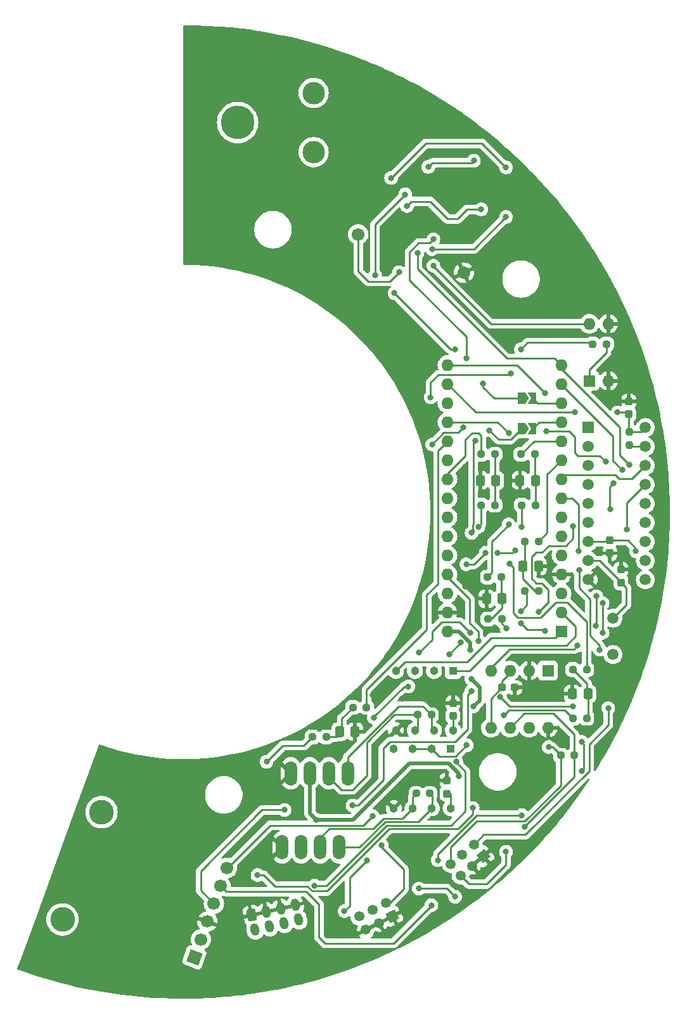
<source format=gbr>
%TF.GenerationSoftware,KiCad,Pcbnew,7.0.1*%
%TF.CreationDate,2023-05-22T07:14:15+09:00*%
%TF.ProjectId,THRControlModuleBoard,54485243-6f6e-4747-926f-6c4d6f64756c,rev?*%
%TF.SameCoordinates,Original*%
%TF.FileFunction,Copper,L2,Bot*%
%TF.FilePolarity,Positive*%
%FSLAX46Y46*%
G04 Gerber Fmt 4.6, Leading zero omitted, Abs format (unit mm)*
G04 Created by KiCad (PCBNEW 7.0.1) date 2023-05-22 07:14:15*
%MOMM*%
%LPD*%
G01*
G04 APERTURE LIST*
G04 Aperture macros list*
%AMRoundRect*
0 Rectangle with rounded corners*
0 $1 Rounding radius*
0 $2 $3 $4 $5 $6 $7 $8 $9 X,Y pos of 4 corners*
0 Add a 4 corners polygon primitive as box body*
4,1,4,$2,$3,$4,$5,$6,$7,$8,$9,$2,$3,0*
0 Add four circle primitives for the rounded corners*
1,1,$1+$1,$2,$3*
1,1,$1+$1,$4,$5*
1,1,$1+$1,$6,$7*
1,1,$1+$1,$8,$9*
0 Add four rect primitives between the rounded corners*
20,1,$1+$1,$2,$3,$4,$5,0*
20,1,$1+$1,$4,$5,$6,$7,0*
20,1,$1+$1,$6,$7,$8,$9,0*
20,1,$1+$1,$8,$9,$2,$3,0*%
%AMHorizOval*
0 Thick line with rounded ends*
0 $1 width*
0 $2 $3 position (X,Y) of the first rounded end (center of the circle)*
0 $4 $5 position (X,Y) of the second rounded end (center of the circle)*
0 Add line between two ends*
20,1,$1,$2,$3,$4,$5,0*
0 Add two circle primitives to create the rounded ends*
1,1,$1,$2,$3*
1,1,$1,$4,$5*%
%AMRotRect*
0 Rectangle, with rotation*
0 The origin of the aperture is its center*
0 $1 length*
0 $2 width*
0 $3 Rotation angle, in degrees counterclockwise*
0 Add horizontal line*
21,1,$1,$2,0,0,$3*%
%AMFreePoly0*
4,1,6,0.500000,-0.750000,-0.650000,-0.750000,-0.150000,0.000000,-0.650000,0.750000,0.500000,0.750000,0.500000,-0.750000,0.500000,-0.750000,$1*%
%AMFreePoly1*
4,1,6,1.000000,0.000000,0.500000,-0.750000,-0.500000,-0.750000,-0.500000,0.750000,0.500000,0.750000,1.000000,0.000000,1.000000,0.000000,$1*%
G04 Aperture macros list end*
%TA.AperFunction,SMDPad,CuDef*%
%ADD10RoundRect,0.250000X0.337500X0.475000X-0.337500X0.475000X-0.337500X-0.475000X0.337500X-0.475000X0*%
%TD*%
%TA.AperFunction,ComponentPad*%
%ADD11O,1.600000X1.600000*%
%TD*%
%TA.AperFunction,ComponentPad*%
%ADD12R,1.600000X1.600000*%
%TD*%
%TA.AperFunction,ComponentPad*%
%ADD13R,1.133000X1.133000*%
%TD*%
%TA.AperFunction,ComponentPad*%
%ADD14C,1.133000*%
%TD*%
%TA.AperFunction,ComponentPad*%
%ADD15RotRect,1.350000X1.350000X297.000000*%
%TD*%
%TA.AperFunction,ComponentPad*%
%ADD16HorizOval,1.350000X0.000000X0.000000X0.000000X0.000000X0*%
%TD*%
%TA.AperFunction,ComponentPad*%
%ADD17RotRect,1.350000X1.350000X310.000000*%
%TD*%
%TA.AperFunction,ComponentPad*%
%ADD18HorizOval,1.350000X0.000000X0.000000X0.000000X0.000000X0*%
%TD*%
%TA.AperFunction,ComponentPad*%
%ADD19O,1.650000X3.300000*%
%TD*%
%TA.AperFunction,ComponentPad*%
%ADD20RoundRect,0.250000X-0.215057X-0.624380X0.467002X-0.466914X0.215057X0.624380X-0.467002X0.466914X0*%
%TD*%
%TA.AperFunction,ComponentPad*%
%ADD21HorizOval,1.200000X-0.050614X0.219233X0.050614X-0.219233X0*%
%TD*%
%TA.AperFunction,ComponentPad*%
%ADD22C,1.500000*%
%TD*%
%TA.AperFunction,ComponentPad*%
%ADD23HorizOval,1.700000X0.000000X0.000000X0.000000X0.000000X0*%
%TD*%
%TA.AperFunction,ComponentPad*%
%ADD24RotRect,1.700000X1.700000X160.000000*%
%TD*%
%TA.AperFunction,WasherPad*%
%ADD25C,3.302000*%
%TD*%
%TA.AperFunction,ComponentPad*%
%ADD26C,3.000000*%
%TD*%
%TA.AperFunction,WasherPad*%
%ADD27C,4.500000*%
%TD*%
%TA.AperFunction,ComponentPad*%
%ADD28R,1.498600X1.498600*%
%TD*%
%TA.AperFunction,ComponentPad*%
%ADD29C,1.498600*%
%TD*%
%TA.AperFunction,SMDPad,CuDef*%
%ADD30RoundRect,0.237500X-0.237500X0.250000X-0.237500X-0.250000X0.237500X-0.250000X0.237500X0.250000X0*%
%TD*%
%TA.AperFunction,SMDPad,CuDef*%
%ADD31FreePoly0,0.000000*%
%TD*%
%TA.AperFunction,SMDPad,CuDef*%
%ADD32FreePoly1,0.000000*%
%TD*%
%TA.AperFunction,SMDPad,CuDef*%
%ADD33RoundRect,0.237500X0.237500X-0.300000X0.237500X0.300000X-0.237500X0.300000X-0.237500X-0.300000X0*%
%TD*%
%TA.AperFunction,SMDPad,CuDef*%
%ADD34RoundRect,0.250000X-0.337500X-0.475000X0.337500X-0.475000X0.337500X0.475000X-0.337500X0.475000X0*%
%TD*%
%TA.AperFunction,SMDPad,CuDef*%
%ADD35RoundRect,0.237500X-0.250000X-0.237500X0.250000X-0.237500X0.250000X0.237500X-0.250000X0.237500X0*%
%TD*%
%TA.AperFunction,SMDPad,CuDef*%
%ADD36RoundRect,0.237500X0.250000X0.237500X-0.250000X0.237500X-0.250000X-0.237500X0.250000X-0.237500X0*%
%TD*%
%TA.AperFunction,SMDPad,CuDef*%
%ADD37RoundRect,0.237500X-0.237500X0.300000X-0.237500X-0.300000X0.237500X-0.300000X0.237500X0.300000X0*%
%TD*%
%TA.AperFunction,SMDPad,CuDef*%
%ADD38RoundRect,0.237500X0.300000X0.237500X-0.300000X0.237500X-0.300000X-0.237500X0.300000X-0.237500X0*%
%TD*%
%TA.AperFunction,ComponentPad*%
%ADD39C,1.710000*%
%TD*%
%TA.AperFunction,ViaPad*%
%ADD40C,0.800000*%
%TD*%
%TA.AperFunction,Conductor*%
%ADD41C,0.500000*%
%TD*%
%TA.AperFunction,Conductor*%
%ADD42C,0.250000*%
%TD*%
G04 APERTURE END LIST*
D10*
%TO.P,C15,2*%
%TO.N,GND*%
X143562500Y-104950000D03*
%TO.P,C15,1*%
%TO.N,Net-(C15-Pad1)*%
X145637500Y-104950000D03*
%TD*%
D11*
%TO.P,A1,30,VIN*%
%TO.N,+12V*%
X138320000Y-109300000D03*
%TO.P,A1,29,GND*%
%TO.N,GND*%
X138320000Y-106760000D03*
%TO.P,A1,28,~{RESET}*%
%TO.N,unconnected-(A1-~{RESET}-Pad28)*%
X138320000Y-104220000D03*
%TO.P,A1,27,+5V*%
%TO.N,+5V*%
X138320000Y-101680000D03*
%TO.P,A1,26,A7*%
%TO.N,unconnected-(A1-A7-Pad26)*%
X138320000Y-99140000D03*
%TO.P,A1,25,A6*%
%TO.N,IO__Busser*%
X138320000Y-96600000D03*
%TO.P,A1,24,SCL/A5*%
%TO.N,unconnected-(A1-SCL{slash}A5-Pad24)*%
X138320000Y-94060000D03*
%TO.P,A1,23,SDA/A4*%
%TO.N,unconnected-(A1-SDA{slash}A4-Pad23)*%
X138320000Y-91520000D03*
%TO.P,A1,22,A3*%
%TO.N,RS405_Servo__Close*%
X138320000Y-88980000D03*
%TO.P,A1,21,A2*%
%TO.N,RS405_Servo__Open*%
X138320000Y-86440000D03*
%TO.P,A1,20,A1*%
%TO.N,B3M_Servo__Close*%
X138320000Y-83900000D03*
%TO.P,A1,19,A0*%
%TO.N,B3M_Servo__Open*%
X138320000Y-81360000D03*
%TO.P,A1,18,AREF*%
%TO.N,unconnected-(A1-AREF-Pad18)*%
X138320000Y-78820000D03*
%TO.P,A1,17,3V3*%
%TO.N,+3.3V*%
X138320000Y-76280000D03*
%TO.P,A1,16,SCK*%
%TO.N,SPI__SCLK*%
X138320000Y-73740000D03*
%TO.P,A1,15,MISO*%
%TO.N,SPI__MISO*%
X153560000Y-73740000D03*
%TO.P,A1,14,MOSI*%
%TO.N,SPI__MOSI*%
X153560000Y-76280000D03*
%TO.P,A1,13,D10*%
%TO.N,MAX31856__FAULT-FAULT*%
X153560000Y-78820000D03*
%TO.P,A1,12,D9*%
%TO.N,MAX31856__DRDY-DRDY*%
X153560000Y-81360000D03*
%TO.P,A1,11,D8*%
%TO.N,Umbilical__waitingPin*%
X153560000Y-83900000D03*
%TO.P,A1,10,D7*%
%TO.N,Umbilical__launchPin*%
X153560000Y-86440000D03*
%TO.P,A1,9,D6*%
%TO.N,MCP2515__~{CS}-~{CS}*%
X153560000Y-88980000D03*
%TO.P,A1,8,D5*%
%TO.N,MAX31855__~{CS}-~{CS}*%
X153560000Y-91520000D03*
%TO.P,A1,7,D4*%
%TO.N,MAX31856__~{CS}-~{CS}*%
X153560000Y-94060000D03*
%TO.P,A1,6,D3*%
%TO.N,RS485__ENABLE_RS405*%
X153560000Y-96600000D03*
%TO.P,A1,5,D2*%
%TO.N,RS485__ENABLE_B3M*%
X153560000Y-99140000D03*
%TO.P,A1,4,GND*%
%TO.N,GND*%
X153560000Y-101680000D03*
%TO.P,A1,3,~{RESET}*%
%TO.N,unconnected-(A1-~{RESET}-Pad3)*%
X153560000Y-104220000D03*
%TO.P,A1,2,RX1*%
%TO.N,RS485__RO-RX*%
X153560000Y-106760000D03*
D12*
%TO.P,A1,1,TX1*%
%TO.N,RS485__DI-TX*%
X153560000Y-109300000D03*
%TD*%
D13*
%TO.P,IC2,1,RO*%
%TO.N,RS485__RO-RX*%
X139060000Y-114581000D03*
D14*
%TO.P,IC2,2,~{RE}*%
%TO.N,RS485__ENABLE_RS405*%
X136520000Y-114581000D03*
%TO.P,IC2,3,DE*%
X133980000Y-114581000D03*
%TO.P,IC2,4,DI*%
%TO.N,RS485__DI-TX*%
X131440000Y-114581000D03*
%TO.P,IC2,5,GND*%
%TO.N,GND*%
X131440000Y-122519000D03*
%TO.P,IC2,6,A*%
%TO.N,RS485__A2*%
X133980000Y-122519000D03*
%TO.P,IC2,7,B*%
%TO.N,RS485__B2*%
X136520000Y-122519000D03*
%TO.P,IC2,8,VCC*%
%TO.N,+3.3V*%
X139060000Y-122519000D03*
%TD*%
D15*
%TO.P,J2,1,Pin_1*%
%TO.N,GND*%
X130986004Y-147333026D03*
D16*
%TO.P,J2,2,Pin_2*%
%TO.N,Umbilical__waitingInput*%
X130078023Y-145551012D03*
%TO.P,J2,3,Pin_3*%
%TO.N,GND*%
X129203990Y-148241007D03*
%TO.P,J2,4,Pin_4*%
%TO.N,Umbilical__launchInput*%
X128296010Y-146458993D03*
%TO.P,J2,5,Pin_5*%
%TO.N,GND*%
X127421977Y-149148988D03*
%TO.P,J2,6,Pin_6*%
%TO.N,+VDC*%
X126513996Y-147366974D03*
%TD*%
D17*
%TO.P,J3,1,Pin_1*%
%TO.N,GND*%
X143124876Y-139330469D03*
D18*
%TO.P,J3,2,Pin_2*%
%TO.N,+12V*%
X141839301Y-137798380D03*
%TO.P,J3,3,Pin_3*%
%TO.N,GND*%
X141592788Y-140616044D03*
%TO.P,J3,4,Pin_4*%
%TO.N,+VDC*%
X140307212Y-139083956D03*
%TO.P,J3,5,Pin_5*%
%TO.N,CAN__L*%
X140060699Y-141901620D03*
%TO.P,J3,6,Pin_6*%
%TO.N,CAN__H*%
X138775124Y-140369531D03*
%TD*%
D12*
%TO.P,U2,1,TXD*%
%TO.N,CAN__TXD-TXCAN*%
X151750000Y-114550000D03*
D11*
%TO.P,U2,2,VSS*%
%TO.N,GND*%
X149210000Y-114550000D03*
%TO.P,U2,3,VDD*%
%TO.N,+5V*%
X146670000Y-114550000D03*
%TO.P,U2,4,RXD*%
%TO.N,CAN__RXD-CANRX*%
X144130000Y-114550000D03*
%TO.P,U2,5,Vio*%
%TO.N,+5V*%
X144130000Y-122170000D03*
%TO.P,U2,6,CANL*%
%TO.N,CAN__L*%
X146670000Y-122170000D03*
%TO.P,U2,7,CANH*%
%TO.N,CAN__H*%
X149210000Y-122170000D03*
%TO.P,U2,8,STBY*%
%TO.N,GND*%
X151750000Y-122170000D03*
%TD*%
D19*
%TO.P,J5,1,Pin_1*%
%TO.N,GND*%
X117390000Y-128250000D03*
%TO.P,J5,2,Pin_2*%
%TO.N,+12V*%
X119930000Y-128250000D03*
%TO.P,J5,3,Pin_3*%
%TO.N,RS485__A2*%
X122470000Y-128250000D03*
%TO.P,J5,4,Pin_4*%
%TO.N,RS485__B2*%
X125010000Y-128250000D03*
%TD*%
D13*
%TO.P,IC1,1,RO*%
%TO.N,RS485__RO-RX*%
X138760000Y-124981000D03*
D14*
%TO.P,IC1,2,~{RE}*%
%TO.N,RS485__ENABLE_B3M*%
X136220000Y-124981000D03*
%TO.P,IC1,3,DE*%
X133680000Y-124981000D03*
%TO.P,IC1,4,DI*%
%TO.N,RS485__DI-TX*%
X131140000Y-124981000D03*
%TO.P,IC1,5,GND*%
%TO.N,GND*%
X131140000Y-132919000D03*
%TO.P,IC1,6,A*%
%TO.N,RS485__A1*%
X133680000Y-132919000D03*
%TO.P,IC1,7,B*%
%TO.N,RS485__B1*%
X136220000Y-132919000D03*
%TO.P,IC1,8,VCC*%
%TO.N,+3.3V*%
X138760000Y-132919000D03*
%TD*%
D12*
%TO.P,U4,1*%
%TO.N,/NanoEvery/PhotoMos_12Vin*%
X157275000Y-75850000D03*
D11*
%TO.P,U4,2*%
%TO.N,GND*%
X159815000Y-75850000D03*
%TO.P,U4,3*%
X159815000Y-68230000D03*
%TO.P,U4,4*%
%TO.N,+12V*%
X157275000Y-68230000D03*
%TD*%
D20*
%TO.P,J6,1,Pin_1*%
%TO.N,GND*%
X112163473Y-147201064D03*
D21*
%TO.P,J6,2,Pin_2*%
%TO.N,RS405_Servo__Openinput*%
X112613375Y-149149804D03*
%TO.P,J6,3,Pin_3*%
%TO.N,GND*%
X114112213Y-146751162D03*
%TO.P,J6,4,Pin_4*%
%TO.N,RS405_Servo__Closeinput*%
X114562115Y-148699902D03*
%TO.P,J6,5,Pin_5*%
%TO.N,GND*%
X116060953Y-146301260D03*
%TO.P,J6,6,Pin_6*%
%TO.N,B3M_Servo__Openinput*%
X116510855Y-148250000D03*
%TO.P,J6,7,Pin_7*%
%TO.N,GND*%
X118009693Y-145851358D03*
%TO.P,J6,8,Pin_8*%
%TO.N,B3M_Servo__Closeinput*%
X118459595Y-147800098D03*
%TD*%
D22*
%TO.P,Y1,1,1*%
%TO.N,OCS2*%
X160450000Y-112400000D03*
%TO.P,Y1,2,2*%
%TO.N,OCS1*%
X160450000Y-107520000D03*
%TD*%
D23*
%TO.P,U5,6,SCK*%
%TO.N,SPI__SCLK*%
X108856194Y-140889542D03*
%TO.P,U5,5,~{CS}*%
%TO.N,MAX31855__~{CS}-~{CS}*%
X107987463Y-143276362D03*
%TO.P,U5,4,DO*%
%TO.N,SPI__MISO*%
X107118731Y-145663181D03*
%TO.P,U5,3,GND*%
%TO.N,GND*%
X106250000Y-148050000D03*
%TO.P,U5,2,Vout*%
%TO.N,unconnected-(U5-Vout-Pad2)*%
X105381269Y-150436819D03*
D24*
%TO.P,U5,1,Vin*%
%TO.N,+3.3V*%
X104512538Y-152823639D03*
D25*
%TO.P,U5,*%
%TO.N,*%
X92105461Y-133441268D03*
X86893074Y-147762184D03*
%TD*%
D19*
%TO.P,J4,1,Pin_1*%
%TO.N,GND*%
X116240000Y-138150000D03*
%TO.P,J4,2,Pin_2*%
%TO.N,+12V*%
X118780000Y-138150000D03*
%TO.P,J4,3,Pin_3*%
%TO.N,RS485__A1*%
X121320000Y-138150000D03*
%TO.P,J4,4,Pin_4*%
%TO.N,RS485__B1*%
X123860000Y-138150000D03*
%TD*%
D26*
%TO.P,J1,2,Pin_2*%
%TO.N,Net-(J1-Pin_2)*%
X120450000Y-45300000D03*
%TO.P,J1,1,Pin_1*%
%TO.N,BIAS*%
X120450000Y-37400000D03*
D27*
%TO.P,J1,*%
%TO.N,*%
X110290000Y-41350000D03*
%TD*%
D28*
%TO.P,U3,1,TXCAN*%
%TO.N,CAN__TXD-TXCAN*%
X157140000Y-82090000D03*
D29*
%TO.P,U3,2,RXCAN*%
%TO.N,CAN__RXD-CANRX*%
X157140000Y-84630000D03*
%TO.P,U3,3,CLKOUT/SOF*%
%TO.N,unconnected-(U3-CLKOUT{slash}SOF-Pad3)*%
X157140000Y-87170000D03*
%TO.P,U3,4,~TX0RTS*%
%TO.N,unconnected-(U3-~TX0RTS-Pad4)*%
X157140000Y-89710000D03*
%TO.P,U3,5,~TX1RTS*%
%TO.N,unconnected-(U3-~TX1RTS-Pad5)*%
X157140000Y-92250000D03*
%TO.P,U3,6,~TX2RTS*%
%TO.N,unconnected-(U3-~TX2RTS-Pad6)*%
X157140000Y-94790000D03*
%TO.P,U3,7,OSC2*%
%TO.N,OCS2*%
X157140000Y-97330000D03*
%TO.P,U3,8,OSC1*%
%TO.N,OCS1*%
X157140000Y-99870000D03*
%TO.P,U3,9,VSS*%
%TO.N,GND*%
X157140000Y-102410000D03*
%TO.P,U3,10,~RX1BF*%
%TO.N,unconnected-(U3-~RX1BF-Pad10)*%
X164760000Y-102410000D03*
%TO.P,U3,11,~RX0BF*%
%TO.N,unconnected-(U3-~RX0BF-Pad11)*%
X164760000Y-99870000D03*
%TO.P,U3,12,~INT*%
%TO.N,unconnected-(U3-~INT-Pad12)*%
X164760000Y-97330000D03*
%TO.P,U3,13,SCK*%
%TO.N,SPI__SCLK*%
X164760000Y-94790000D03*
%TO.P,U3,14,SI*%
%TO.N,SPI__MOSI*%
X164760000Y-92250000D03*
%TO.P,U3,15,SO*%
%TO.N,SPI__MISO*%
X164760000Y-89710000D03*
%TO.P,U3,16,~CS*%
%TO.N,MCP2515__~{CS}-~{CS}*%
X164760000Y-87170000D03*
%TO.P,U3,17,~RESET*%
%TO.N,Net-(U3-~RESET)*%
X164760000Y-84630000D03*
%TO.P,U3,18,VDD*%
%TO.N,+3.3V*%
X164760000Y-82090000D03*
%TD*%
D30*
%TO.P,R9,2*%
%TO.N,Net-(U3-~RESET)*%
X162650000Y-84462500D03*
%TO.P,R9,1*%
%TO.N,+3.3V*%
X162650000Y-82637500D03*
%TD*%
D31*
%TO.P,JP1,2,B*%
%TO.N,MAX31856__DRDY-DRDY*%
X149675000Y-82250000D03*
D32*
%TO.P,JP1,1,A*%
%TO.N,DRDY*%
X148225000Y-82250000D03*
%TD*%
D33*
%TO.P,C10,2*%
%TO.N,GND*%
X161500000Y-101037500D03*
%TO.P,C10,1*%
%TO.N,OCS1*%
X161500000Y-102762500D03*
%TD*%
D34*
%TO.P,C13,2*%
%TO.N,GND*%
X150487500Y-100600000D03*
%TO.P,C13,1*%
%TO.N,Net-(C13-Pad1)*%
X148412500Y-100600000D03*
%TD*%
D35*
%TO.P,R6,2*%
%TO.N,CAN__L*%
X155262500Y-125850000D03*
%TO.P,R6,1*%
%TO.N,CAN__H*%
X153437500Y-125850000D03*
%TD*%
%TO.P,R18,2*%
%TO.N,Net-(C17-Pad1)*%
X144662500Y-92450000D03*
%TO.P,R18,1*%
%TO.N,RS405_Servo__Closeinput*%
X142837500Y-92450000D03*
%TD*%
D36*
%TO.P,R20,2*%
%TO.N,Umbilical__waitingPin*%
X148137500Y-85650000D03*
%TO.P,R20,1*%
%TO.N,Net-(C14-Pad1)*%
X149962500Y-85650000D03*
%TD*%
%TO.P,R16,2*%
%TO.N,Net-(C15-Pad1)*%
X143737500Y-107650000D03*
%TO.P,R16,1*%
%TO.N,B3M_Servo__Openinput*%
X145562500Y-107650000D03*
%TD*%
D35*
%TO.P,R22,2*%
%TO.N,B3M_Servo__Close*%
X127512500Y-119450000D03*
%TO.P,R22,1*%
%TO.N,Net-(C16-Pad1)*%
X125687500Y-119450000D03*
%TD*%
%TO.P,R12,2*%
%TO.N,Net-(C12-Pad1)*%
X156912500Y-120900000D03*
%TO.P,R12,1*%
%TO.N,RS405_Servo__Openinput*%
X155087500Y-120900000D03*
%TD*%
%TO.P,R13,1*%
%TO.N,Net-(C12-Pad1)*%
X155087500Y-114400000D03*
%TO.P,R13,2*%
%TO.N,RS405_Servo__Open*%
X156912500Y-114400000D03*
%TD*%
D33*
%TO.P,C9,2*%
%TO.N,GND*%
X162550000Y-78587500D03*
%TO.P,C9,1*%
%TO.N,+3.3V*%
X162550000Y-80312500D03*
%TD*%
%TO.P,C8,2*%
%TO.N,GND*%
X139050000Y-118887500D03*
%TO.P,C8,1*%
%TO.N,+3.3V*%
X139050000Y-120612500D03*
%TD*%
D37*
%TO.P,C11,2*%
%TO.N,GND*%
X160000000Y-98862500D03*
%TO.P,C11,1*%
%TO.N,OCS2*%
X160000000Y-97137500D03*
%TD*%
D10*
%TO.P,C17,2*%
%TO.N,GND*%
X142712500Y-89150000D03*
%TO.P,C17,1*%
%TO.N,Net-(C17-Pad1)*%
X144787500Y-89150000D03*
%TD*%
D35*
%TO.P,R10,2*%
%TO.N,/NanoEvery/PhotoMos_12Vin*%
X159562500Y-70950000D03*
%TO.P,R10,1*%
%TO.N,IO__Busser*%
X157737500Y-70950000D03*
%TD*%
D36*
%TO.P,R7,2*%
%TO.N,RS485__A1*%
X134137500Y-130950000D03*
%TO.P,R7,1*%
%TO.N,RS485__B1*%
X135962500Y-130950000D03*
%TD*%
D35*
%TO.P,R15,2*%
%TO.N,Net-(C14-Pad1)*%
X150062500Y-92450000D03*
%TO.P,R15,1*%
%TO.N,Umbilical__waitingInput*%
X148237500Y-92450000D03*
%TD*%
%TO.P,R17,2*%
%TO.N,Net-(C16-Pad1)*%
X122112500Y-123400000D03*
%TO.P,R17,1*%
%TO.N,B3M_Servo__Closeinput*%
X120287500Y-123400000D03*
%TD*%
D10*
%TO.P,C14,2*%
%TO.N,GND*%
X148012500Y-89150000D03*
%TO.P,C14,1*%
%TO.N,Net-(C14-Pad1)*%
X150087500Y-89150000D03*
%TD*%
D33*
%TO.P,C7,2*%
%TO.N,GND*%
X138250000Y-129237500D03*
%TO.P,C7,1*%
%TO.N,+3.3V*%
X138250000Y-130962500D03*
%TD*%
D35*
%TO.P,R14,2*%
%TO.N,Net-(C13-Pad1)*%
X150512500Y-103900000D03*
%TO.P,R14,1*%
%TO.N,Umbilical__launchInput*%
X148687500Y-103900000D03*
%TD*%
D10*
%TO.P,C12,2*%
%TO.N,GND*%
X155012500Y-117650000D03*
%TO.P,C12,1*%
%TO.N,Net-(C12-Pad1)*%
X157087500Y-117650000D03*
%TD*%
D34*
%TO.P,C16,2*%
%TO.N,GND*%
X125987500Y-122700000D03*
%TO.P,C16,1*%
%TO.N,Net-(C16-Pad1)*%
X123912500Y-122700000D03*
%TD*%
D35*
%TO.P,R19,2*%
%TO.N,Umbilical__launchPin*%
X150477500Y-97300000D03*
%TO.P,R19,1*%
%TO.N,Net-(C13-Pad1)*%
X148652500Y-97300000D03*
%TD*%
D38*
%TO.P,C6,2*%
%TO.N,+5V*%
X145587500Y-116800000D03*
%TO.P,C6,1*%
%TO.N,GND*%
X147312500Y-116800000D03*
%TD*%
D31*
%TO.P,JP2,2,B*%
%TO.N,MAX31856__FAULT-FAULT*%
X149675000Y-78150000D03*
D32*
%TO.P,JP2,1,A*%
%TO.N,~{FAULT}*%
X148225000Y-78150000D03*
%TD*%
D36*
%TO.P,R23,2*%
%TO.N,RS405_Servo__Close*%
X142837500Y-85650000D03*
%TO.P,R23,1*%
%TO.N,Net-(C17-Pad1)*%
X144662500Y-85650000D03*
%TD*%
%TO.P,R21,2*%
%TO.N,B3M_Servo__Open*%
X143687500Y-102050000D03*
%TO.P,R21,1*%
%TO.N,Net-(C15-Pad1)*%
X145512500Y-102050000D03*
%TD*%
%TO.P,R8,2*%
%TO.N,RS485__A2*%
X134337500Y-120450000D03*
%TO.P,R8,1*%
%TO.N,RS485__B2*%
X136162500Y-120450000D03*
%TD*%
D39*
%TO.P,LS1,N*%
%TO.N,GND*%
X140497695Y-61415151D03*
%TO.P,LS1,P*%
%TO.N,+12V*%
X126402305Y-56284849D03*
%TD*%
D40*
%TO.N,GND*%
X140700000Y-103300000D03*
X139000000Y-53000000D03*
X140200000Y-106200000D03*
X143200000Y-87300000D03*
X141900000Y-64000000D03*
X145800000Y-87200000D03*
X140700000Y-87300000D03*
X130800000Y-136800000D03*
X128300000Y-117800000D03*
X132200000Y-118300000D03*
X131200000Y-130600000D03*
X131100000Y-116400000D03*
X151400000Y-117400000D03*
X158500000Y-98600000D03*
X158800000Y-102300000D03*
%TO.N,OCS2*%
X163500000Y-98600000D03*
%TO.N,GND*%
X132600000Y-121600000D03*
%TO.N,+3.3V*%
X136275500Y-84353509D03*
X140450000Y-82084500D03*
%TO.N,BIAS*%
X141850000Y-46450000D03*
X135750000Y-47274500D03*
%TO.N,+3.3V*%
X124550000Y-146650000D03*
X127550000Y-139850000D03*
%TO.N,~{FAULT}*%
X136450000Y-56950000D03*
%TO.N,Net-(D3-A)*%
X132912701Y-52512701D03*
%TO.N,Umbilical__waitingInput*%
X140825500Y-100350000D03*
%TO.N,MAX31855__~{CS}-~{CS}*%
X136175000Y-145875000D03*
X137050000Y-139850000D03*
%TO.N,Umbilical__launchInput*%
X134500000Y-143650000D03*
X139350000Y-144750000D03*
%TO.N,MAX31855__~{CS}-~{CS}*%
X158668449Y-111756150D03*
%TO.N,SPI__MISO*%
X155050000Y-119350000D03*
X145356049Y-118056049D03*
%TO.N,CAN__RXD-CANRX*%
X160100000Y-93000000D03*
X160475500Y-89550000D03*
%TO.N,CAN__TXD-TXCAN*%
X150499500Y-106725500D03*
X155125500Y-95250000D03*
%TO.N,SPI__MISO*%
X159050000Y-105550000D03*
X159050000Y-109500000D03*
%TO.N,CAN__RXD-CANRX*%
X158200000Y-104600000D03*
X158169970Y-108576130D03*
%TO.N,MAX31855__~{CS}-~{CS}*%
X155900000Y-101100000D03*
X155850000Y-98550000D03*
%TO.N,CAN__H*%
X151850000Y-124750000D03*
%TO.N,CAN__L*%
X146137701Y-138737701D03*
%TO.N,+3.3V*%
X146140000Y-47364000D03*
X161050000Y-80050000D03*
X130800000Y-48750000D03*
X155350000Y-80050000D03*
%TO.N,Net-(D3-A)*%
X142838000Y-52952000D03*
%TO.N,DRDY*%
X128650000Y-61750000D03*
X132672000Y-50945000D03*
X143950000Y-82450000D03*
X131250000Y-64150000D03*
X139350000Y-71650000D03*
%TO.N,+12V*%
X131850000Y-61350000D03*
X120812750Y-134475500D03*
X141350000Y-111750000D03*
X141812299Y-119312299D03*
X139850000Y-128600000D03*
X136450000Y-60474500D03*
X159800000Y-119550000D03*
X141500000Y-115650000D03*
%TO.N,~{FAULT}*%
X143100000Y-76200000D03*
X140824500Y-72788966D03*
%TO.N,B3M_Servo__Open*%
X146500000Y-82850000D03*
X146500000Y-95000000D03*
%TO.N,RS405_Servo__Open*%
X146625000Y-100250000D03*
%TO.N,IO__Busser*%
X136074500Y-78050000D03*
X148100000Y-71650000D03*
X146750000Y-74900000D03*
%TO.N,MAX31855__~{CS}-~{CS}*%
X148250000Y-133850000D03*
%TO.N,SPI__MOSI*%
X161650000Y-87750000D03*
%TO.N,+5V*%
X142462299Y-110562299D03*
%TO.N,CAN__RXD-CANRX*%
X155700000Y-111200000D03*
%TO.N,SPI__MISO*%
X125650000Y-132550000D03*
X134312299Y-58787701D03*
X162300000Y-95700000D03*
X116550000Y-133150000D03*
X141500500Y-117300000D03*
X162650000Y-87050000D03*
%TO.N,SPI__SCLK*%
X151350000Y-77450000D03*
X151550000Y-82550000D03*
X138550000Y-112350000D03*
X141550000Y-96150000D03*
X159450000Y-86650000D03*
X142012299Y-83812299D03*
X140100000Y-110800000D03*
X128350000Y-133950000D03*
X133100000Y-116650000D03*
X128500000Y-120800000D03*
%TO.N,RS485__ENABLE_B3M*%
X140900500Y-124501494D03*
%TO.N,Net-(D1-A)*%
X136250000Y-58250000D03*
X146140000Y-53968000D03*
%TO.N,Umbilical__waitingInput*%
X129550000Y-137850000D03*
X145000000Y-98850000D03*
X148200000Y-95350000D03*
X147350000Y-98450000D03*
X143425500Y-98800000D03*
%TO.N,RS405_Servo__Openinput*%
X141700000Y-132900000D03*
X145850000Y-120474500D03*
X112950000Y-141850000D03*
%TO.N,Umbilical__launchInput*%
X148100000Y-106600000D03*
X156250451Y-127924951D03*
X156250000Y-124050000D03*
X148150000Y-108250000D03*
X151400000Y-109200000D03*
%TO.N,RS405_Servo__Closeinput*%
X142450000Y-95350000D03*
X141350000Y-109450000D03*
X134550000Y-112150000D03*
%TO.N,CAN__L*%
X148650000Y-135374500D03*
%TO.N,B3M_Servo__Openinput*%
X139487509Y-126712509D03*
X146200000Y-108900000D03*
X120550000Y-143250000D03*
%TO.N,B3M_Servo__Closeinput*%
X114150000Y-126700000D03*
%TD*%
D41*
%TO.N,+12V*%
X125674500Y-134475500D02*
X120812750Y-134475500D01*
X138472918Y-126900000D02*
X133250000Y-126900000D01*
X139850000Y-128277082D02*
X138472918Y-126900000D01*
X133250000Y-126900000D02*
X125674500Y-134475500D01*
X139850000Y-128600000D02*
X139850000Y-128277082D01*
D42*
%TO.N,B3M_Servo__Openinput*%
X122150000Y-143250000D02*
X120550000Y-143250000D01*
X130200000Y-135200000D02*
X122150000Y-143250000D01*
X138800000Y-135200000D02*
X130200000Y-135200000D01*
X140700000Y-128000000D02*
X140700000Y-133300000D01*
X139487509Y-126787509D02*
X140700000Y-128000000D01*
X140700000Y-133300000D02*
X138800000Y-135200000D01*
X139487509Y-126712509D02*
X139487509Y-126787509D01*
%TO.N,RS485__ENABLE_B3M*%
X136220000Y-124981000D02*
X133680000Y-124981000D01*
X137213312Y-125974312D02*
X136220000Y-124981000D01*
X140900500Y-124501494D02*
X139427682Y-125974312D01*
X139427682Y-125974312D02*
X137213312Y-125974312D01*
%TO.N,+5V*%
X144130000Y-118257500D02*
X144130000Y-122170000D01*
%TO.N,SPI__MISO*%
X129750000Y-129150000D02*
X126350000Y-132550000D01*
X139350000Y-124050000D02*
X130600000Y-124050000D01*
X141000000Y-122400000D02*
X139350000Y-124050000D01*
X130600000Y-124050000D02*
X129750000Y-124900000D01*
X141000000Y-117800500D02*
X141000000Y-122400000D01*
X129750000Y-124900000D02*
X129750000Y-129150000D01*
X141500500Y-117300000D02*
X141000000Y-117800500D01*
X126350000Y-132550000D02*
X125650000Y-132550000D01*
D41*
%TO.N,+12V*%
X142600000Y-116750000D02*
X141500000Y-115650000D01*
X141812299Y-119312299D02*
X142600000Y-118524598D01*
X142600000Y-118524598D02*
X142600000Y-116750000D01*
D42*
%TO.N,SPI__MISO*%
X146650000Y-119350000D02*
X155050000Y-119350000D01*
X145356049Y-118056049D02*
X146650000Y-119350000D01*
%TO.N,+5V*%
X144130000Y-118257500D02*
X145587500Y-116800000D01*
X145587500Y-115912500D02*
X146670000Y-114830000D01*
X146670000Y-114830000D02*
X146670000Y-114550000D01*
X145587500Y-116800000D02*
X145587500Y-115912500D01*
%TO.N,RS405_Servo__Openinput*%
X113750000Y-141850000D02*
X112950000Y-141850000D01*
X115250000Y-143350000D02*
X113750000Y-141850000D01*
X122225000Y-143975000D02*
X120249695Y-143975000D01*
X139750000Y-135650000D02*
X130550000Y-135650000D01*
X141700000Y-133700000D02*
X139750000Y-135650000D01*
X119624695Y-143350000D02*
X115250000Y-143350000D01*
X141700000Y-132900000D02*
X141700000Y-133700000D01*
X120249695Y-143975000D02*
X119624695Y-143350000D01*
X130550000Y-135650000D02*
X122225000Y-143975000D01*
%TO.N,Umbilical__launchInput*%
X138250000Y-143650000D02*
X139350000Y-144750000D01*
X134500000Y-143650000D02*
X138250000Y-143650000D01*
%TO.N,+5V*%
X141300000Y-105000000D02*
X138320000Y-102020000D01*
X141300000Y-108200000D02*
X141300000Y-105000000D01*
X142462299Y-109362299D02*
X141300000Y-108200000D01*
X142462299Y-110562299D02*
X142462299Y-109362299D01*
X138320000Y-102020000D02*
X138320000Y-101680000D01*
%TO.N,DRDY*%
X146775000Y-83700000D02*
X148225000Y-82250000D01*
X145200000Y-83700000D02*
X146775000Y-83700000D01*
X143950000Y-82450000D02*
X145200000Y-83700000D01*
%TO.N,RS405_Servo__Close*%
X141600000Y-82800000D02*
X142500000Y-82800000D01*
X140700000Y-83700000D02*
X141600000Y-82800000D01*
X140700000Y-85900000D02*
X140700000Y-83700000D01*
X142500000Y-82800000D02*
X142837500Y-83137500D01*
X142837500Y-83137500D02*
X142837500Y-85650000D01*
X138320000Y-88980000D02*
X138320000Y-88280000D01*
X138320000Y-88280000D02*
X140700000Y-85900000D01*
%TO.N,SPI__SCLK*%
X141750000Y-95950000D02*
X141550000Y-96150000D01*
X141750000Y-95675305D02*
X141750000Y-95950000D01*
X141725000Y-95650305D02*
X141750000Y-95675305D01*
X141750000Y-95024695D02*
X141725000Y-95049695D01*
X141725000Y-95049695D02*
X141725000Y-95650305D01*
X142012299Y-83812299D02*
X141750000Y-84074598D01*
X141750000Y-84074598D02*
X141750000Y-95024695D01*
D41*
%TO.N,+12V*%
X119930000Y-133592750D02*
X119930000Y-128250000D01*
X120812750Y-134475500D02*
X119930000Y-133592750D01*
D42*
%TO.N,SPI__SCLK*%
X114600000Y-135200000D02*
X108910458Y-140889542D01*
X108910458Y-140889542D02*
X108856194Y-140889542D01*
X127100000Y-135200000D02*
X114600000Y-135200000D01*
X128350000Y-133950000D02*
X127100000Y-135200000D01*
%TO.N,RS485__B2*%
X135012500Y-119300000D02*
X136162500Y-120450000D01*
X125010000Y-126053604D02*
X131763604Y-119300000D01*
X125010000Y-128250000D02*
X125010000Y-126053604D01*
X131763604Y-119300000D02*
X135012500Y-119300000D01*
%TO.N,SPI__SCLK*%
X128500000Y-120700000D02*
X132550000Y-116650000D01*
X132550000Y-116650000D02*
X133100000Y-116650000D01*
X128500000Y-120800000D02*
X128500000Y-120700000D01*
%TO.N,OCS2*%
X162437500Y-97137500D02*
X160000000Y-97137500D01*
X163500000Y-98600000D02*
X163500000Y-98200000D01*
X163500000Y-98200000D02*
X162437500Y-97137500D01*
%TO.N,SPI__MISO*%
X162300000Y-95700000D02*
X162300000Y-92170000D01*
X162300000Y-92170000D02*
X164760000Y-89710000D01*
%TO.N,CAN__RXD-CANRX*%
X160000000Y-90025500D02*
X160475500Y-89550000D01*
X160000000Y-92900000D02*
X160000000Y-90025500D01*
X160100000Y-93000000D02*
X160000000Y-92900000D01*
%TO.N,OCS1*%
X161500000Y-102700000D02*
X161500000Y-102762500D01*
X158670000Y-99870000D02*
X161500000Y-102700000D01*
X157140000Y-99870000D02*
X158670000Y-99870000D01*
X162212500Y-103475000D02*
X162212500Y-105757500D01*
X161500000Y-102762500D02*
X162212500Y-103475000D01*
%TO.N,OCS2*%
X159807500Y-97330000D02*
X160000000Y-97137500D01*
X157140000Y-97330000D02*
X159807500Y-97330000D01*
%TO.N,RS485__RO-RX*%
X141319000Y-114581000D02*
X139060000Y-114581000D01*
X154200000Y-111200000D02*
X144700000Y-111200000D01*
X155450000Y-109950000D02*
X154200000Y-111200000D01*
X144700000Y-111200000D02*
X141319000Y-114581000D01*
X155450000Y-108650000D02*
X155450000Y-109950000D01*
X153560000Y-106760000D02*
X155450000Y-108650000D01*
%TO.N,MAX31855__~{CS}-~{CS}*%
X157362500Y-104962500D02*
X157362500Y-109862500D01*
X157362500Y-109862500D02*
X158668449Y-111168449D01*
X158668449Y-111168449D02*
X158668449Y-111756150D01*
X155900000Y-103500000D02*
X157362500Y-104962500D01*
X155900000Y-101100000D02*
X155900000Y-103500000D01*
%TO.N,SPI__MISO*%
X159050000Y-105550000D02*
X159050000Y-109500000D01*
%TO.N,CAN__RXD-CANRX*%
X158169970Y-108576130D02*
X158250000Y-108496100D01*
X158250000Y-108496100D02*
X158250000Y-104421400D01*
%TO.N,Net-(C12-Pad1)*%
X155087500Y-114400000D02*
X156987500Y-116300000D01*
X156987500Y-116300000D02*
X156987500Y-117650000D01*
%TO.N,CAN__RXD-CANRX*%
X146650000Y-111650000D02*
X144130000Y-114170000D01*
X155250000Y-111650000D02*
X146650000Y-111650000D01*
X155700000Y-111200000D02*
X155250000Y-111650000D01*
X144130000Y-114170000D02*
X144130000Y-114750000D01*
%TO.N,B3M_Servo__Openinput*%
X145562500Y-108262500D02*
X145562500Y-107650000D01*
X146200000Y-108900000D02*
X145562500Y-108262500D01*
%TO.N,CAN__TXD-TXCAN*%
X151800000Y-105425000D02*
X150499500Y-106725500D01*
X151800000Y-103700000D02*
X151800000Y-105425000D01*
X150950000Y-102850000D02*
X151800000Y-103700000D01*
X150150000Y-102850000D02*
X150950000Y-102850000D01*
X150150000Y-98750000D02*
X149550000Y-99350000D01*
X150950000Y-98750000D02*
X150150000Y-98750000D01*
X149550000Y-99350000D02*
X149550000Y-102250000D01*
X151850000Y-97850000D02*
X150950000Y-98750000D01*
X154190991Y-97850000D02*
X151850000Y-97850000D01*
X155125500Y-96915491D02*
X154190991Y-97850000D01*
X155125500Y-95250000D02*
X155125500Y-96915491D01*
X149550000Y-102250000D02*
X150150000Y-102850000D01*
%TO.N,Umbilical__launchInput*%
X148900000Y-104032500D02*
X148767500Y-103900000D01*
X148900000Y-105800000D02*
X148900000Y-104032500D01*
X148100000Y-106600000D02*
X148900000Y-105800000D01*
%TO.N,Net-(C13-Pad1)*%
X148412500Y-102312500D02*
X148412500Y-100600000D01*
X150000000Y-103900000D02*
X148412500Y-102312500D01*
X150592500Y-103900000D02*
X150000000Y-103900000D01*
%TO.N,MAX31855__~{CS}-~{CS}*%
X155850000Y-92350000D02*
X155850000Y-98550000D01*
X155020000Y-91520000D02*
X155850000Y-92350000D01*
X153560000Y-91520000D02*
X155020000Y-91520000D01*
%TO.N,RS405_Servo__Open*%
X154350000Y-105450000D02*
X156912500Y-108012500D01*
X152800000Y-105450000D02*
X154350000Y-105450000D01*
X156912500Y-108012500D02*
X156912500Y-114400000D01*
X150800000Y-107450000D02*
X152800000Y-105450000D01*
X147750000Y-107450000D02*
X150800000Y-107450000D01*
X147150000Y-106850000D02*
X147750000Y-107450000D01*
X146625000Y-100250000D02*
X147150000Y-100775000D01*
X147150000Y-100775000D02*
X147150000Y-106850000D01*
%TO.N,Umbilical__launchInput*%
X151300000Y-109100000D02*
X149000000Y-109100000D01*
X151400000Y-109200000D02*
X151300000Y-109100000D01*
X149000000Y-109100000D02*
X148150000Y-108250000D01*
%TO.N,B3M_Servo__Open*%
X144275000Y-97325000D02*
X144275000Y-101462500D01*
X146500000Y-95100000D02*
X144275000Y-97325000D01*
X146500000Y-95000000D02*
X146500000Y-95100000D01*
X144275000Y-101462500D02*
X143687500Y-102050000D01*
%TO.N,RS485__A2*%
X122470000Y-128770000D02*
X122470000Y-128250000D01*
X127550000Y-128550000D02*
X125650000Y-130450000D01*
X131250000Y-120450000D02*
X127550000Y-124150000D01*
X127550000Y-124150000D02*
X127550000Y-128550000D01*
X124150000Y-130450000D02*
X122470000Y-128770000D01*
X134337500Y-120450000D02*
X131250000Y-120450000D01*
X125650000Y-130450000D02*
X124150000Y-130450000D01*
%TO.N,MCP2515__~{CS}-~{CS}*%
X162980000Y-88950000D02*
X164760000Y-87170000D01*
X161250000Y-88950000D02*
X162980000Y-88950000D01*
X160750000Y-88450000D02*
X161250000Y-88950000D01*
X154090000Y-88450000D02*
X160750000Y-88450000D01*
X153560000Y-88980000D02*
X154090000Y-88450000D01*
%TO.N,DRDY*%
X128650000Y-54967000D02*
X132672000Y-50945000D01*
X128650000Y-61750000D02*
X128650000Y-54967000D01*
%TO.N,+12V*%
X127750000Y-62550000D02*
X126402305Y-61202305D01*
X126402305Y-61202305D02*
X126402305Y-56284849D01*
X130650000Y-62550000D02*
X127750000Y-62550000D01*
X131850000Y-61350000D02*
X130650000Y-62550000D01*
X136450000Y-60550000D02*
X144130000Y-68230000D01*
X144130000Y-68230000D02*
X157275000Y-68230000D01*
X136450000Y-60474500D02*
X136450000Y-60550000D01*
%TO.N,SPI__MISO*%
X152670000Y-72850000D02*
X153560000Y-73740000D01*
X146250000Y-72850000D02*
X152670000Y-72850000D01*
X134312299Y-60912299D02*
X146250000Y-72850000D01*
X134312299Y-58787701D02*
X134312299Y-60912299D01*
X153560000Y-74260000D02*
X153560000Y-73740000D01*
X161350000Y-82050000D02*
X153560000Y-74260000D01*
X161350000Y-85750000D02*
X161350000Y-82050000D01*
X162650000Y-87050000D02*
X161350000Y-85750000D01*
X105350000Y-141350000D02*
X105350000Y-143894450D01*
X113550000Y-133150000D02*
X105350000Y-141350000D01*
X105350000Y-143894450D02*
X107118731Y-145663181D01*
X116550000Y-133150000D02*
X113550000Y-133150000D01*
%TO.N,MAX31855__~{CS}-~{CS}*%
X121150000Y-150150000D02*
X121950000Y-150950000D01*
X131100000Y-150950000D02*
X136175000Y-145875000D01*
X119450000Y-144050000D02*
X121150000Y-145750000D01*
X108761101Y-144050000D02*
X119450000Y-144050000D01*
X121950000Y-150950000D02*
X131100000Y-150950000D01*
X107987463Y-143276362D02*
X108761101Y-144050000D01*
X121150000Y-145750000D02*
X121150000Y-150150000D01*
%TO.N,+3.3V*%
X136275500Y-84353509D02*
X137854009Y-82775000D01*
X139759500Y-82775000D02*
X140450000Y-82084500D01*
X137854009Y-82775000D02*
X139759500Y-82775000D01*
%TO.N,B3M_Servo__Open*%
X145010000Y-81360000D02*
X138320000Y-81360000D01*
X146500000Y-82850000D02*
X145010000Y-81360000D01*
%TO.N,B3M_Servo__Close*%
X127512500Y-117087500D02*
X127512500Y-119450000D01*
X135550000Y-104450000D02*
X135550000Y-109050000D01*
X137050000Y-102950000D02*
X135550000Y-104450000D01*
X137050000Y-85170000D02*
X137050000Y-102950000D01*
X135550000Y-109050000D02*
X127512500Y-117087500D01*
X138320000Y-83900000D02*
X137050000Y-85170000D01*
%TO.N,IO__Busser*%
X137100000Y-75050000D02*
X146600000Y-75050000D01*
X146600000Y-75050000D02*
X146750000Y-74900000D01*
X136074500Y-76075500D02*
X137100000Y-75050000D01*
X136074500Y-78050000D02*
X136074500Y-76075500D01*
%TO.N,BIAS*%
X141850000Y-46450000D02*
X141550000Y-46750000D01*
X141550000Y-46750000D02*
X136274500Y-46750000D01*
X136274500Y-46750000D02*
X135750000Y-47274500D01*
%TO.N,+3.3V*%
X142926000Y-44150000D02*
X146140000Y-47364000D01*
X135400000Y-44150000D02*
X142926000Y-44150000D01*
X130800000Y-48750000D02*
X135400000Y-44150000D01*
%TO.N,B3M_Servo__Closeinput*%
X116300000Y-124550000D02*
X119137500Y-124550000D01*
X119137500Y-124550000D02*
X120287500Y-123400000D01*
X114150000Y-126700000D02*
X116300000Y-124550000D01*
%TO.N,+3.3V*%
X125250000Y-145950000D02*
X124550000Y-146650000D01*
X125250000Y-142150000D02*
X125250000Y-145950000D01*
X127550000Y-139850000D02*
X125250000Y-142150000D01*
%TO.N,~{FAULT}*%
X135950000Y-57450000D02*
X136450000Y-56950000D01*
X134450000Y-57450000D02*
X135950000Y-57450000D01*
X133250000Y-58650000D02*
X134450000Y-57450000D01*
X133250000Y-62400000D02*
X133250000Y-58650000D01*
X140824500Y-72788966D02*
X140824500Y-69974500D01*
X140824500Y-69974500D02*
X133250000Y-62400000D01*
%TO.N,DRDY*%
X138750000Y-71650000D02*
X131250000Y-64150000D01*
X139350000Y-71650000D02*
X138750000Y-71650000D01*
%TO.N,Net-(D1-A)*%
X141858000Y-58250000D02*
X146140000Y-53968000D01*
X136250000Y-58250000D02*
X141858000Y-58250000D01*
%TO.N,Net-(D3-A)*%
X138349882Y-54222506D02*
X139677494Y-54222506D01*
X136027376Y-51900000D02*
X138349882Y-54222506D01*
X139677494Y-54222506D02*
X140948000Y-52952000D01*
X133525402Y-51900000D02*
X136027376Y-51900000D01*
X132912701Y-52512701D02*
X133525402Y-51900000D01*
X140948000Y-52952000D02*
X142838000Y-52952000D01*
%TO.N,Umbilical__waitingInput*%
X141875500Y-100350000D02*
X143425500Y-98800000D01*
X140825500Y-100350000D02*
X141875500Y-100350000D01*
%TO.N,RS405_Servo__Closeinput*%
X139950000Y-108050000D02*
X141350000Y-109450000D01*
X136250000Y-109350000D02*
X137550000Y-108050000D01*
X137550000Y-108050000D02*
X139950000Y-108050000D01*
X136250000Y-110450000D02*
X136250000Y-109350000D01*
X134550000Y-112150000D02*
X136250000Y-110450000D01*
%TO.N,Net-(C15-Pad1)*%
X145637500Y-106162500D02*
X145637500Y-104950000D01*
X144150000Y-107650000D02*
X145637500Y-106162500D01*
X143737500Y-107650000D02*
X144150000Y-107650000D01*
D41*
%TO.N,+12V*%
X139802082Y-109300000D02*
X138320000Y-109300000D01*
X141350000Y-110847918D02*
X139802082Y-109300000D01*
X141350000Y-111750000D02*
X141350000Y-110847918D01*
D42*
%TO.N,SPI__SCLK*%
X140100000Y-110800000D02*
X138550000Y-112350000D01*
%TO.N,Net-(C15-Pad1)*%
X145512500Y-102050000D02*
X145512500Y-104825000D01*
%TO.N,RS485__DI-TX*%
X140950000Y-113350000D02*
X132671000Y-113350000D01*
X132671000Y-113350000D02*
X131440000Y-114581000D01*
X144150000Y-110150000D02*
X140950000Y-113350000D01*
X152710000Y-110150000D02*
X144150000Y-110150000D01*
X153560000Y-109300000D02*
X152710000Y-110150000D01*
%TO.N,+3.3V*%
X162287500Y-80050000D02*
X162550000Y-80312500D01*
X161050000Y-80050000D02*
X162287500Y-80050000D01*
%TO.N,CAN__L*%
X155262500Y-128673896D02*
X155262500Y-125850000D01*
X148650000Y-135286396D02*
X155262500Y-128673896D01*
X148650000Y-135374500D02*
X148650000Y-135286396D01*
%TO.N,+12V*%
X143187681Y-136450000D02*
X141839301Y-137798380D01*
X157250000Y-127950000D02*
X148750000Y-136450000D01*
X157250000Y-124350000D02*
X157250000Y-127950000D01*
X148750000Y-136450000D02*
X143187681Y-136450000D01*
X159800000Y-121800000D02*
X157250000Y-124350000D01*
X159800000Y-119550000D02*
X159800000Y-121800000D01*
%TO.N,CAN__L*%
X143550000Y-143050000D02*
X141209079Y-143050000D01*
X146137701Y-140462299D02*
X143550000Y-143050000D01*
X146137701Y-138737701D02*
X146137701Y-140462299D01*
X141209079Y-143050000D02*
X140060699Y-141901620D01*
%TO.N,Net-(C12-Pad1)*%
X157087500Y-120725000D02*
X156912500Y-120900000D01*
X157087500Y-117650000D02*
X157087500Y-120725000D01*
%TO.N,SPI__SCLK*%
X155350000Y-85450000D02*
X155350000Y-83350000D01*
X155750000Y-85850000D02*
X155350000Y-85450000D01*
X155350000Y-83350000D02*
X154550000Y-82550000D01*
X158650000Y-85850000D02*
X155750000Y-85850000D01*
X154550000Y-82550000D02*
X151550000Y-82550000D01*
X159450000Y-86650000D02*
X158650000Y-85850000D01*
%TO.N,CAN__H*%
X151850000Y-124750000D02*
X152337500Y-124750000D01*
X152337500Y-124750000D02*
X153437500Y-125850000D01*
%TO.N,RS405_Servo__Openinput*%
X153987500Y-119800000D02*
X155087500Y-120900000D01*
X145850000Y-120474500D02*
X146524500Y-119800000D01*
X146524500Y-119800000D02*
X153987500Y-119800000D01*
%TO.N,OCS1*%
X160450000Y-107520000D02*
X162212500Y-105757500D01*
%TO.N,CAN__H*%
X138775124Y-138124876D02*
X138775124Y-140369531D01*
X148650000Y-134650000D02*
X142250000Y-134650000D01*
X142250000Y-134650000D02*
X138775124Y-138124876D01*
X153437500Y-129862500D02*
X148650000Y-134650000D01*
X153437500Y-125850000D02*
X153437500Y-129862500D01*
%TO.N,+3.3V*%
X139050000Y-122509000D02*
X139060000Y-122519000D01*
X155350000Y-80050000D02*
X142090000Y-80050000D01*
X139050000Y-120612500D02*
X139050000Y-122509000D01*
X142090000Y-80050000D02*
X138320000Y-76280000D01*
X162550000Y-80312500D02*
X162550000Y-82537500D01*
X164212500Y-82637500D02*
X164760000Y-82090000D01*
X138750000Y-132909000D02*
X138760000Y-132919000D01*
X162650000Y-82637500D02*
X164212500Y-82637500D01*
X138750000Y-130962500D02*
X138750000Y-132909000D01*
X162550000Y-82537500D02*
X162650000Y-82637500D01*
%TO.N,~{FAULT}*%
X143100000Y-76700000D02*
X144550000Y-78150000D01*
X143100000Y-76200000D02*
X143100000Y-76700000D01*
X144550000Y-78150000D02*
X148225000Y-78150000D01*
%TO.N,Umbilical__launchPin*%
X150477500Y-97300000D02*
X151650000Y-96127500D01*
X151650000Y-96127500D02*
X151650000Y-88350000D01*
X151650000Y-88350000D02*
X153560000Y-86440000D01*
%TO.N,Umbilical__waitingPin*%
X153560000Y-83900000D02*
X149887500Y-83900000D01*
X149887500Y-83900000D02*
X148137500Y-85650000D01*
%TO.N,IO__Busser*%
X149000000Y-70750000D02*
X157737500Y-70750000D01*
X148100000Y-71650000D02*
X149000000Y-70750000D01*
%TO.N,MAX31855__~{CS}-~{CS}*%
X142200000Y-133850000D02*
X137050000Y-139000000D01*
X148250000Y-133850000D02*
X142200000Y-133850000D01*
X137050000Y-139000000D02*
X137050000Y-139850000D01*
%TO.N,RS485__A1*%
X132299000Y-134300000D02*
X129800000Y-134300000D01*
X133680000Y-132919000D02*
X132299000Y-134300000D01*
X134137500Y-130950000D02*
X133700000Y-131387500D01*
X128450000Y-135650000D02*
X122550000Y-135650000D01*
X133700000Y-132899000D02*
X133680000Y-132919000D01*
X122550000Y-135650000D02*
X121320000Y-136880000D01*
X121320000Y-136880000D02*
X121320000Y-138150000D01*
X129800000Y-134300000D02*
X128450000Y-135650000D01*
X133700000Y-131387500D02*
X133700000Y-132899000D01*
%TO.N,RS485__B1*%
X136250000Y-132889000D02*
X136220000Y-132919000D01*
X134389000Y-134750000D02*
X129986396Y-134750000D01*
X136250000Y-131237500D02*
X136250000Y-132889000D01*
X126586396Y-138150000D02*
X123860000Y-138150000D01*
X136220000Y-132919000D02*
X134389000Y-134750000D01*
X135962500Y-130950000D02*
X136250000Y-131237500D01*
X129986396Y-134750000D02*
X126586396Y-138150000D01*
%TO.N,RS485__A2*%
X134337500Y-122161500D02*
X133980000Y-122519000D01*
X134337500Y-120450000D02*
X134337500Y-122161500D01*
%TO.N,RS485__B2*%
X136162500Y-120450000D02*
X136162500Y-122161500D01*
X136162500Y-122161500D02*
X136520000Y-122519000D01*
%TO.N,MAX31856__DRDY-DRDY*%
X150565000Y-81360000D02*
X149675000Y-82250000D01*
X153560000Y-81360000D02*
X150565000Y-81360000D01*
%TO.N,MAX31856__FAULT-FAULT*%
X150345000Y-78820000D02*
X149675000Y-78150000D01*
X153560000Y-78820000D02*
X150345000Y-78820000D01*
%TO.N,SPI__MOSI*%
X153560000Y-76280000D02*
X153560000Y-76396396D01*
X153560000Y-76396396D02*
X160450000Y-83286396D01*
X160450000Y-86550000D02*
X161650000Y-87750000D01*
X160450000Y-83286396D02*
X160450000Y-86550000D01*
%TO.N,Net-(C13-Pad1)*%
X148652500Y-97300000D02*
X148652500Y-100360000D01*
X148652500Y-100360000D02*
X148412500Y-100600000D01*
%TO.N,Net-(C14-Pad1)*%
X150062500Y-92450000D02*
X150062500Y-89175000D01*
X149962500Y-85650000D02*
X149962500Y-89025000D01*
X150062500Y-89175000D02*
X150087500Y-89150000D01*
X149962500Y-89025000D02*
X150087500Y-89150000D01*
%TO.N,Net-(C16-Pad1)*%
X124200000Y-122662500D02*
X124162500Y-122700000D01*
X124200000Y-120937500D02*
X124200000Y-122662500D01*
X123462500Y-123400000D02*
X124162500Y-122700000D01*
X122112500Y-123400000D02*
X123462500Y-123400000D01*
X125687500Y-119450000D02*
X124200000Y-120937500D01*
%TO.N,Net-(C17-Pad1)*%
X144662500Y-89275000D02*
X144787500Y-89150000D01*
X144662500Y-92450000D02*
X144662500Y-89275000D01*
X144662500Y-85650000D02*
X144662500Y-89025000D01*
%TO.N,SPI__SCLK*%
X147642400Y-73740000D02*
X138320000Y-73740000D01*
X147801200Y-73898800D02*
X147642400Y-73740000D01*
X151350000Y-77450000D02*
X147801200Y-73901200D01*
X147801200Y-73901200D02*
X147801200Y-73898800D01*
%TO.N,Umbilical__waitingInput*%
X130716025Y-145483975D02*
X129982051Y-145483975D01*
X148237500Y-92450000D02*
X148237500Y-95312500D01*
X129550000Y-137850000D02*
X129550000Y-138100000D01*
X148237500Y-95312500D02*
X148200000Y-95350000D01*
X146950000Y-98850000D02*
X147350000Y-98450000D01*
X132482051Y-141032051D02*
X132482051Y-143717949D01*
X145000000Y-98850000D02*
X146950000Y-98850000D01*
X132482051Y-143717949D02*
X130716025Y-145483975D01*
X129550000Y-138100000D02*
X132482051Y-141032051D01*
%TO.N,Umbilical__launchInput*%
X156250000Y-124050000D02*
X156550000Y-124350000D01*
X156550000Y-127625402D02*
X156250451Y-127924951D01*
X156550000Y-124350000D02*
X156550000Y-127625402D01*
%TO.N,RS405_Servo__Closeinput*%
X142450000Y-95350000D02*
X142837500Y-94962500D01*
X142837500Y-94962500D02*
X142837500Y-92450000D01*
%TO.N,CAN__L*%
X148590000Y-120250000D02*
X152450000Y-120250000D01*
X152450000Y-120250000D02*
X155262500Y-123062500D01*
X155262500Y-123062500D02*
X155262500Y-125850000D01*
X146670000Y-122170000D02*
X148590000Y-120250000D01*
%TO.N,Net-(U3-~RESET)*%
X164760000Y-84630000D02*
X162817500Y-84630000D01*
X162817500Y-84630000D02*
X162650000Y-84462500D01*
%TO.N,/NanoEvery/PhotoMos_12Vin*%
X157275000Y-74375000D02*
X159562500Y-72087500D01*
X157275000Y-75850000D02*
X157275000Y-74375000D01*
X159562500Y-72087500D02*
X159562500Y-70750000D01*
%TO.N,Net-(C12-Pad1)*%
X156912500Y-120900000D02*
X156912500Y-120812500D01*
%TD*%
%TA.AperFunction,Conductor*%
%TO.N,GND*%
G36*
X103496336Y-28355986D02*
G01*
X104646166Y-28370119D01*
X104649165Y-28370193D01*
X106242847Y-28428984D01*
X106245887Y-28429133D01*
X107837673Y-28527080D01*
X107840613Y-28527298D01*
X109357678Y-28658145D01*
X109431450Y-28664554D01*
X109434312Y-28664837D01*
X110795131Y-28815987D01*
X111025016Y-28841704D01*
X111027744Y-28842042D01*
X112286291Y-29013244D01*
X112613611Y-29058090D01*
X112616454Y-29058514D01*
X113801588Y-29249507D01*
X113801714Y-29249560D01*
X113801718Y-29249528D01*
X113802216Y-29249608D01*
X114196484Y-29313607D01*
X114199167Y-29314074D01*
X115330188Y-29524991D01*
X115330191Y-29524992D01*
X115330185Y-29525026D01*
X115330346Y-29525021D01*
X115772549Y-29608083D01*
X115775157Y-29608604D01*
X116862550Y-29839178D01*
X116862713Y-29839254D01*
X116862720Y-29839214D01*
X116862870Y-29839245D01*
X117340856Y-29941340D01*
X117343482Y-29941933D01*
X118395681Y-30192219D01*
X118900397Y-30313160D01*
X118903027Y-30313822D01*
X119925081Y-30583645D01*
X120450300Y-30723334D01*
X120452977Y-30724078D01*
X121448210Y-31013167D01*
X121448431Y-31013287D01*
X121448447Y-31013236D01*
X121989639Y-31171615D01*
X121992316Y-31172432D01*
X122320896Y-31276699D01*
X122964333Y-31480879D01*
X123517532Y-31657752D01*
X123520000Y-31658572D01*
X124470106Y-31985980D01*
X124470356Y-31986129D01*
X124470375Y-31986073D01*
X125032885Y-32181398D01*
X125035385Y-32182297D01*
X125965834Y-32528744D01*
X126534959Y-32742295D01*
X126537222Y-32743173D01*
X127448714Y-33108316D01*
X128022618Y-33340023D01*
X128024929Y-33340985D01*
X128720897Y-33639845D01*
X128918220Y-33724579D01*
X128918191Y-33724645D01*
X128918549Y-33724720D01*
X129495051Y-33974245D01*
X129497407Y-33975296D01*
X130133979Y-34267385D01*
X130373320Y-34377206D01*
X130373285Y-34377280D01*
X130373661Y-34377362D01*
X130373754Y-34377405D01*
X130951467Y-34644624D01*
X130953781Y-34645725D01*
X131579327Y-34951586D01*
X131812821Y-35065753D01*
X131813180Y-35065929D01*
X132390849Y-35350693D01*
X132393211Y-35351889D01*
X133236065Y-35789992D01*
X133812477Y-36092097D01*
X133814648Y-36093265D01*
X134641360Y-36549130D01*
X135215276Y-36868280D01*
X135217446Y-36869517D01*
X136027870Y-37342743D01*
X136598548Y-37678851D01*
X136600695Y-37680145D01*
X137395052Y-38170562D01*
X137395055Y-38170564D01*
X137961400Y-38523287D01*
X137963431Y-38524580D01*
X138741828Y-39031984D01*
X139303036Y-39401096D01*
X139304992Y-39402412D01*
X139774885Y-39725445D01*
X140067027Y-39926282D01*
X140067463Y-39926583D01*
X140622544Y-40311681D01*
X140624531Y-40313089D01*
X141370612Y-40853470D01*
X141919259Y-41254581D01*
X141921097Y-41255953D01*
X142650746Y-41812279D01*
X142651201Y-41812627D01*
X143192185Y-42229070D01*
X143194111Y-42230584D01*
X143907429Y-42802720D01*
X143907775Y-42803000D01*
X144440859Y-43234792D01*
X144442696Y-43236310D01*
X145139311Y-43823764D01*
X145139718Y-43824108D01*
X145664273Y-44270943D01*
X145665976Y-44272422D01*
X146149460Y-44700915D01*
X146346079Y-44875171D01*
X146346555Y-44875595D01*
X146861695Y-45336895D01*
X146863475Y-45338521D01*
X147526593Y-45955975D01*
X147527074Y-45956425D01*
X148032515Y-46432103D01*
X148034239Y-46433757D01*
X148680265Y-47065646D01*
X148680750Y-47066124D01*
X149175976Y-47555863D01*
X149177624Y-47557523D01*
X149511882Y-47900944D01*
X149806428Y-48203564D01*
X149806916Y-48204069D01*
X150291339Y-48707446D01*
X150292950Y-48709151D01*
X150904325Y-49368986D01*
X150904815Y-49369519D01*
X151133092Y-49618795D01*
X151378005Y-49886236D01*
X151379559Y-49887965D01*
X151973101Y-50561007D01*
X151973592Y-50561567D01*
X152435261Y-51091463D01*
X152436757Y-51093213D01*
X153012392Y-51779227D01*
X153012884Y-51779817D01*
X153462469Y-52322396D01*
X153463818Y-52324054D01*
X153754306Y-52688052D01*
X154021550Y-53022925D01*
X154022040Y-53023544D01*
X154458905Y-53578164D01*
X154460287Y-53579951D01*
X154999581Y-54290880D01*
X155000069Y-54291527D01*
X155424198Y-54858296D01*
X155425522Y-54860100D01*
X155946348Y-55582918D01*
X155946832Y-55583595D01*
X156357486Y-56161654D01*
X156358753Y-56163471D01*
X156860922Y-56897797D01*
X156861402Y-56898504D01*
X156902769Y-56959898D01*
X157250773Y-57476387D01*
X157258446Y-57487774D01*
X157259656Y-57489605D01*
X157742872Y-58234896D01*
X157743346Y-58235632D01*
X157790069Y-58308823D01*
X158119987Y-58825631D01*
X158126392Y-58835663D01*
X158127525Y-58837472D01*
X158213580Y-58977630D01*
X158591669Y-59593426D01*
X158592135Y-59594192D01*
X158960848Y-60204576D01*
X158961939Y-60206418D01*
X159002865Y-60276904D01*
X159406686Y-60972389D01*
X159407145Y-60973186D01*
X159761276Y-61593634D01*
X159762315Y-61595492D01*
X160187620Y-62371286D01*
X160188069Y-62372112D01*
X160527136Y-63001883D01*
X160528120Y-63003747D01*
X160933841Y-63789013D01*
X160934279Y-63789870D01*
X161258093Y-64428710D01*
X161259021Y-64430578D01*
X161644894Y-65224706D01*
X161645320Y-65225593D01*
X161953636Y-65873123D01*
X161954500Y-65874978D01*
X162254337Y-66532695D01*
X162320369Y-66677542D01*
X162320782Y-66678459D01*
X162613322Y-67334204D01*
X162614139Y-67336076D01*
X162959798Y-68146517D01*
X162960197Y-68147463D01*
X163236808Y-68811191D01*
X163237570Y-68813063D01*
X163562859Y-69630888D01*
X163563243Y-69631864D01*
X163823641Y-70303014D01*
X163824349Y-70304884D01*
X164129179Y-71129756D01*
X164129546Y-71130761D01*
X164373537Y-71808944D01*
X164374191Y-71810811D01*
X164658401Y-72642188D01*
X164658750Y-72643223D01*
X164886069Y-73327815D01*
X164886671Y-73329676D01*
X165150228Y-74167366D01*
X165150557Y-74168430D01*
X165361002Y-74858906D01*
X165361552Y-74860761D01*
X165604263Y-75704063D01*
X165604572Y-75705155D01*
X165798048Y-76401301D01*
X165798546Y-76403148D01*
X166020301Y-77251568D01*
X166020588Y-77252688D01*
X166196919Y-77953994D01*
X166197366Y-77955832D01*
X166398053Y-78808827D01*
X166398318Y-78809975D01*
X166557362Y-79515990D01*
X166557759Y-79517818D01*
X166737354Y-80375175D01*
X166737594Y-80376350D01*
X166879167Y-81086363D01*
X166879515Y-81088179D01*
X167037903Y-81949260D01*
X167038118Y-81950462D01*
X167162151Y-82664221D01*
X167162451Y-82666023D01*
X167299573Y-83530399D01*
X167299761Y-83531628D01*
X167406144Y-84248616D01*
X167406396Y-84250403D01*
X167522162Y-85117380D01*
X167522323Y-85118634D01*
X167610986Y-85838518D01*
X167611191Y-85840290D01*
X167705571Y-86709475D01*
X167705704Y-86710755D01*
X167776553Y-87432969D01*
X167776712Y-87434723D01*
X167849680Y-88305733D01*
X167849782Y-88307037D01*
X167902745Y-89030942D01*
X167902860Y-89032679D01*
X167954379Y-89904923D01*
X167954451Y-89906250D01*
X167989494Y-90631584D01*
X167989565Y-90633301D01*
X168019625Y-91506392D01*
X168019664Y-91507743D01*
X168036745Y-92233905D01*
X168036773Y-92235602D01*
X168045361Y-93108847D01*
X168045367Y-93110220D01*
X168044467Y-93836840D01*
X168044454Y-93838515D01*
X168031575Y-94711605D01*
X168031546Y-94712999D01*
X168012656Y-95439526D01*
X168012602Y-95441179D01*
X167978279Y-96313386D01*
X167978215Y-96314800D01*
X167941335Y-97040884D01*
X167941242Y-97042514D01*
X167885498Y-97913490D01*
X167885398Y-97914924D01*
X167830547Y-98639993D01*
X167830415Y-98641598D01*
X167753286Y-99510882D01*
X167753148Y-99512335D01*
X167680359Y-100235868D01*
X167680190Y-100237448D01*
X167581732Y-101104446D01*
X167581556Y-101105916D01*
X167490863Y-101827555D01*
X167490658Y-101829109D01*
X167370932Y-102693334D01*
X167370717Y-102694821D01*
X167262182Y-103414042D01*
X167261942Y-103415569D01*
X167121003Y-104276631D01*
X167120747Y-104278133D01*
X166994439Y-104994462D01*
X166994165Y-104995962D01*
X166832135Y-105853137D01*
X166831839Y-105854654D01*
X166687806Y-106567789D01*
X166687499Y-106569259D01*
X166504450Y-107422187D01*
X166504112Y-107423718D01*
X166342502Y-108132936D01*
X166342164Y-108134378D01*
X166138166Y-108982714D01*
X166137785Y-108984256D01*
X165958693Y-109689157D01*
X165958325Y-109690569D01*
X165733516Y-110533711D01*
X165733091Y-110535265D01*
X165536659Y-111235324D01*
X165536263Y-111236706D01*
X165290715Y-112074349D01*
X165290245Y-112075912D01*
X165076602Y-112770710D01*
X165076178Y-112772061D01*
X164810114Y-113603420D01*
X164809600Y-113604992D01*
X164578828Y-114294270D01*
X164578378Y-114295589D01*
X164291889Y-115120363D01*
X164291328Y-115121942D01*
X164043657Y-115805042D01*
X164043182Y-115806330D01*
X163736453Y-116623955D01*
X163735846Y-116625540D01*
X163471417Y-117302107D01*
X163470919Y-117303363D01*
X163144092Y-118113435D01*
X163143438Y-118115024D01*
X162862357Y-118784802D01*
X162861835Y-118786025D01*
X162515203Y-119587800D01*
X162514502Y-119589392D01*
X162217037Y-120251767D01*
X162216495Y-120252958D01*
X161850073Y-121046374D01*
X161849323Y-121047968D01*
X161535726Y-121702413D01*
X161535164Y-121703570D01*
X161149213Y-122488023D01*
X161148414Y-122489618D01*
X160818887Y-123135760D01*
X160818307Y-123136884D01*
X160412951Y-123912073D01*
X160412102Y-123913666D01*
X160066933Y-124550985D01*
X160066336Y-124552075D01*
X159641877Y-125317378D01*
X159640979Y-125318969D01*
X159280299Y-125947270D01*
X159279686Y-125948326D01*
X158836322Y-126703342D01*
X158835374Y-126704929D01*
X158459508Y-127323689D01*
X158458880Y-127324711D01*
X158112851Y-127882126D01*
X158066735Y-127925664D01*
X158005123Y-127940704D01*
X157944132Y-127923313D01*
X157899719Y-127878039D01*
X157883500Y-127816727D01*
X157883500Y-124663766D01*
X157892939Y-124616313D01*
X157919819Y-124576085D01*
X158479417Y-124016487D01*
X160188816Y-122307086D01*
X160205097Y-122294044D01*
X160207014Y-122292002D01*
X160207018Y-122292000D01*
X160253707Y-122242279D01*
X160256355Y-122239547D01*
X160276135Y-122219769D01*
X160278661Y-122216511D01*
X160286252Y-122207621D01*
X160316586Y-122175321D01*
X160326424Y-122157424D01*
X160337100Y-122141171D01*
X160349614Y-122125040D01*
X160367216Y-122084360D01*
X160372334Y-122073913D01*
X160393695Y-122035060D01*
X160398772Y-122015282D01*
X160405072Y-121996882D01*
X160413181Y-121978145D01*
X160420112Y-121934376D01*
X160422478Y-121922953D01*
X160433500Y-121880030D01*
X160433500Y-121859616D01*
X160435027Y-121840217D01*
X160435102Y-121839740D01*
X160438220Y-121820057D01*
X160434050Y-121775943D01*
X160433500Y-121764274D01*
X160433500Y-120251757D01*
X160441736Y-120207319D01*
X160465348Y-120168787D01*
X160539040Y-120086944D01*
X160553710Y-120061536D01*
X160634527Y-119921556D01*
X160645773Y-119886944D01*
X160693542Y-119739928D01*
X160713504Y-119550000D01*
X160693542Y-119360072D01*
X160662931Y-119265862D01*
X160634527Y-119178443D01*
X160539042Y-119013058D01*
X160495364Y-118964549D01*
X160411253Y-118871134D01*
X160270512Y-118768879D01*
X160256751Y-118758881D01*
X160082285Y-118681204D01*
X159895489Y-118641500D01*
X159895487Y-118641500D01*
X159704513Y-118641500D01*
X159704511Y-118641500D01*
X159517714Y-118681204D01*
X159343248Y-118758881D01*
X159188748Y-118871133D01*
X159188747Y-118871134D01*
X159186477Y-118873655D01*
X159060957Y-119013058D01*
X158965472Y-119178443D01*
X158906458Y-119360070D01*
X158886496Y-119550000D01*
X158906458Y-119739929D01*
X158965472Y-119921556D01*
X159060957Y-120086941D01*
X159060960Y-120086944D01*
X159134651Y-120168787D01*
X159158264Y-120207319D01*
X159166500Y-120251757D01*
X159166500Y-121486234D01*
X159157061Y-121533687D01*
X159130181Y-121573915D01*
X157177142Y-123526951D01*
X157119459Y-123559587D01*
X157053207Y-123557852D01*
X156997311Y-123522242D01*
X156977369Y-123500094D01*
X156861253Y-123371134D01*
X156706752Y-123258882D01*
X156706751Y-123258881D01*
X156532285Y-123181204D01*
X156345489Y-123141500D01*
X156345487Y-123141500D01*
X156154513Y-123141500D01*
X156154511Y-123141500D01*
X156045781Y-123164611D01*
X155991053Y-123163895D01*
X155941964Y-123139687D01*
X155908079Y-123096704D01*
X155896000Y-123043321D01*
X155896000Y-123022647D01*
X155896000Y-123022644D01*
X155895482Y-123018547D01*
X155894565Y-123006898D01*
X155893174Y-122962611D01*
X155887477Y-122943001D01*
X155883533Y-122923960D01*
X155880974Y-122903703D01*
X155864661Y-122862502D01*
X155860886Y-122851475D01*
X155848519Y-122808907D01*
X155838122Y-122791328D01*
X155829564Y-122773857D01*
X155822052Y-122754884D01*
X155822052Y-122754883D01*
X155796005Y-122719032D01*
X155789598Y-122709278D01*
X155767043Y-122671139D01*
X155767042Y-122671138D01*
X155752601Y-122656697D01*
X155739972Y-122641910D01*
X155727972Y-122625393D01*
X155693824Y-122597143D01*
X155685185Y-122589281D01*
X155191084Y-122095180D01*
X155160834Y-122045817D01*
X155156292Y-121988101D01*
X155178447Y-121934614D01*
X155222470Y-121897014D01*
X155278765Y-121883499D01*
X155387213Y-121883499D01*
X155489381Y-121873062D01*
X155489384Y-121873061D01*
X155654920Y-121818209D01*
X155803346Y-121726658D01*
X155847128Y-121682876D01*
X155912319Y-121617686D01*
X155967906Y-121585592D01*
X156032094Y-121585592D01*
X156087681Y-121617686D01*
X156196651Y-121726656D01*
X156196653Y-121726657D01*
X156196654Y-121726658D01*
X156345080Y-121818209D01*
X156510619Y-121873062D01*
X156612787Y-121883500D01*
X157212212Y-121883499D01*
X157314381Y-121873062D01*
X157479920Y-121818209D01*
X157628346Y-121726658D01*
X157751658Y-121603346D01*
X157843209Y-121454920D01*
X157898062Y-121289381D01*
X157908500Y-121187213D01*
X157908499Y-120612788D01*
X157903633Y-120565159D01*
X157898062Y-120510618D01*
X157879777Y-120455439D01*
X157843209Y-120345080D01*
X157751658Y-120196654D01*
X157751657Y-120196653D01*
X157744049Y-120184318D01*
X157744930Y-120183774D01*
X157730439Y-120162086D01*
X157721000Y-120114633D01*
X157721000Y-118902814D01*
X157736723Y-118842382D01*
X157779902Y-118797275D01*
X157898652Y-118724030D01*
X158024030Y-118598652D01*
X158117115Y-118447738D01*
X158172887Y-118279426D01*
X158183500Y-118175545D01*
X158183499Y-117124456D01*
X158179694Y-117087213D01*
X158172887Y-117020574D01*
X158161567Y-116986413D01*
X158117115Y-116852262D01*
X158024030Y-116701348D01*
X158024029Y-116701347D01*
X158024028Y-116701345D01*
X157898654Y-116575971D01*
X157796218Y-116512788D01*
X157747738Y-116482885D01*
X157747737Y-116482884D01*
X157747736Y-116482884D01*
X157708005Y-116469719D01*
X157664646Y-116444708D01*
X157634708Y-116404591D01*
X157623070Y-116355907D01*
X157622645Y-116342394D01*
X157621061Y-116291969D01*
X157621000Y-116288075D01*
X157621000Y-116260147D01*
X157620871Y-116259126D01*
X157620482Y-116256047D01*
X157619565Y-116244398D01*
X157618898Y-116223172D01*
X157618174Y-116200111D01*
X157612474Y-116180494D01*
X157608533Y-116161464D01*
X157605974Y-116141203D01*
X157589663Y-116100007D01*
X157585881Y-116088960D01*
X157578624Y-116063981D01*
X157573518Y-116046407D01*
X157563122Y-116028829D01*
X157554569Y-116011371D01*
X157547052Y-115992383D01*
X157521003Y-115956530D01*
X157514599Y-115946780D01*
X157492042Y-115908638D01*
X157477607Y-115894203D01*
X157464969Y-115879406D01*
X157452972Y-115862893D01*
X157418824Y-115834643D01*
X157410185Y-115826781D01*
X157174159Y-115590755D01*
X157140878Y-115530352D01*
X157145013Y-115461511D01*
X157185286Y-115405526D01*
X157249238Y-115379716D01*
X157314381Y-115373062D01*
X157479920Y-115318209D01*
X157628346Y-115226658D01*
X157751658Y-115103346D01*
X157843209Y-114954920D01*
X157898062Y-114789381D01*
X157908500Y-114687213D01*
X157908499Y-114112788D01*
X157901290Y-114042223D01*
X157898062Y-114010618D01*
X157868565Y-113921602D01*
X157843209Y-113845080D01*
X157751658Y-113696654D01*
X157751657Y-113696653D01*
X157751656Y-113696651D01*
X157628345Y-113573340D01*
X157604903Y-113558881D01*
X157561722Y-113513774D01*
X157546000Y-113453343D01*
X157546000Y-112024479D01*
X157565303Y-111958036D01*
X157617203Y-111912280D01*
X157685541Y-111901457D01*
X157749041Y-111928935D01*
X157787931Y-111986161D01*
X157833921Y-112127706D01*
X157929406Y-112293091D01*
X157953472Y-112319819D01*
X158057196Y-112435016D01*
X158176306Y-112521555D01*
X158211697Y-112547268D01*
X158386163Y-112624945D01*
X158572960Y-112664650D01*
X158572962Y-112664650D01*
X158763936Y-112664650D01*
X158763938Y-112664650D01*
X158927270Y-112629932D01*
X158950737Y-112624944D01*
X159047392Y-112581910D01*
X159099448Y-112571201D01*
X159151209Y-112583269D01*
X159193162Y-112615899D01*
X159217601Y-112663096D01*
X159228289Y-112702985D01*
X159262880Y-112832076D01*
X159355944Y-113031654D01*
X159482251Y-113212038D01*
X159637962Y-113367749D01*
X159818346Y-113494056D01*
X160017924Y-113587120D01*
X160230629Y-113644115D01*
X160450000Y-113663307D01*
X160669371Y-113644115D01*
X160882076Y-113587120D01*
X161081654Y-113494056D01*
X161262038Y-113367749D01*
X161417749Y-113212038D01*
X161544056Y-113031654D01*
X161637120Y-112832076D01*
X161694115Y-112619371D01*
X161713307Y-112400000D01*
X161694115Y-112180629D01*
X161637120Y-111967924D01*
X161544056Y-111768347D01*
X161417749Y-111587962D01*
X161262038Y-111432251D01*
X161081654Y-111305944D01*
X160989636Y-111263035D01*
X160882077Y-111212880D01*
X160669368Y-111155884D01*
X160450000Y-111136692D01*
X160230631Y-111155884D01*
X160017922Y-111212880D01*
X159818345Y-111305944D01*
X159672278Y-111408221D01*
X159608364Y-111430436D01*
X159542304Y-111415791D01*
X159493768Y-111368646D01*
X159407489Y-111219205D01*
X159330473Y-111133670D01*
X159307570Y-111096946D01*
X159304697Y-111083255D01*
X159303494Y-111083605D01*
X159293427Y-111048955D01*
X159289481Y-111029899D01*
X159286923Y-111009654D01*
X159286923Y-111009652D01*
X159270612Y-110968456D01*
X159266830Y-110957409D01*
X159254467Y-110914857D01*
X159254467Y-110914856D01*
X159244071Y-110897278D01*
X159235518Y-110879820D01*
X159228001Y-110860832D01*
X159201952Y-110824979D01*
X159195548Y-110815229D01*
X159172991Y-110777087D01*
X159158556Y-110762652D01*
X159145918Y-110747855D01*
X159133921Y-110731342D01*
X159099773Y-110703092D01*
X159091134Y-110695230D01*
X159016085Y-110620181D01*
X158985835Y-110570818D01*
X158981293Y-110513102D01*
X159003448Y-110459615D01*
X159047471Y-110422015D01*
X159103766Y-110408500D01*
X159145489Y-110408500D01*
X159332285Y-110368795D01*
X159332286Y-110368794D01*
X159332288Y-110368794D01*
X159506752Y-110291118D01*
X159661253Y-110178866D01*
X159789040Y-110036944D01*
X159884527Y-109871556D01*
X159943542Y-109689928D01*
X159963504Y-109500000D01*
X159943542Y-109310072D01*
X159884527Y-109128444D01*
X159884527Y-109128443D01*
X159789042Y-108963058D01*
X159754947Y-108925192D01*
X159715348Y-108881212D01*
X159691736Y-108842681D01*
X159683500Y-108798243D01*
X159683500Y-108745817D01*
X159698786Y-108686174D01*
X159740875Y-108641236D01*
X159799390Y-108622082D01*
X159859904Y-108633434D01*
X160017924Y-108707120D01*
X160230629Y-108764115D01*
X160450000Y-108783307D01*
X160669371Y-108764115D01*
X160882076Y-108707120D01*
X161081654Y-108614056D01*
X161262038Y-108487749D01*
X161417749Y-108332038D01*
X161544056Y-108151654D01*
X161637120Y-107952076D01*
X161694115Y-107739371D01*
X161713307Y-107520000D01*
X161713300Y-107519925D01*
X161694115Y-107300629D01*
X161685417Y-107268169D01*
X161685416Y-107203981D01*
X161717508Y-107148394D01*
X162601316Y-106264586D01*
X162617597Y-106251544D01*
X162619514Y-106249502D01*
X162619518Y-106249500D01*
X162666206Y-106199779D01*
X162668823Y-106197079D01*
X162688634Y-106177270D01*
X162691172Y-106173997D01*
X162698741Y-106165134D01*
X162729086Y-106132821D01*
X162738922Y-106114927D01*
X162749602Y-106098668D01*
X162762113Y-106082541D01*
X162779711Y-106041872D01*
X162784841Y-106031400D01*
X162806195Y-105992560D01*
X162811272Y-105972782D01*
X162817574Y-105954378D01*
X162825681Y-105935645D01*
X162832612Y-105891875D01*
X162834975Y-105880466D01*
X162846000Y-105837530D01*
X162846000Y-105817109D01*
X162847527Y-105797710D01*
X162850719Y-105777557D01*
X162846550Y-105733451D01*
X162846000Y-105721782D01*
X162846000Y-103558633D01*
X162848289Y-103537891D01*
X162848201Y-103535094D01*
X162848202Y-103535091D01*
X162846060Y-103466982D01*
X162846000Y-103463087D01*
X162846000Y-103435146D01*
X162845482Y-103431049D01*
X162844564Y-103419390D01*
X162844396Y-103414042D01*
X162843173Y-103375110D01*
X162837478Y-103355511D01*
X162833533Y-103336462D01*
X162830974Y-103316203D01*
X162814662Y-103275004D01*
X162810877Y-103263950D01*
X162810570Y-103262893D01*
X162798518Y-103221407D01*
X162794020Y-103213802D01*
X162788124Y-103203831D01*
X162779564Y-103186357D01*
X162772052Y-103167384D01*
X162772052Y-103167383D01*
X162746010Y-103131540D01*
X162739595Y-103121773D01*
X162717044Y-103083639D01*
X162712019Y-103078614D01*
X162702601Y-103069196D01*
X162689969Y-103054405D01*
X162677974Y-103037895D01*
X162676936Y-103037036D01*
X162643824Y-103009643D01*
X162635196Y-103001791D01*
X162519818Y-102886413D01*
X162492938Y-102846185D01*
X162483499Y-102798732D01*
X162483499Y-102412787D01*
X162473062Y-102310618D01*
X162448607Y-102236818D01*
X162418209Y-102145080D01*
X162326658Y-101996654D01*
X162311673Y-101981669D01*
X162279580Y-101926083D01*
X162279581Y-101861894D01*
X162311676Y-101806305D01*
X162319947Y-101798033D01*
X162410452Y-101651304D01*
X162464681Y-101487651D01*
X162475000Y-101386647D01*
X162475000Y-101287500D01*
X161374000Y-101287500D01*
X161312000Y-101270887D01*
X161266613Y-101225500D01*
X161250000Y-101163500D01*
X161250000Y-100000001D01*
X161213353Y-100000001D01*
X161112349Y-100010318D01*
X160948698Y-100064546D01*
X160801959Y-100155056D01*
X160680056Y-100276959D01*
X160589546Y-100423698D01*
X160535816Y-100585847D01*
X160501883Y-100638266D01*
X160446706Y-100667501D01*
X160384278Y-100666138D01*
X160330429Y-100634524D01*
X159760633Y-100064728D01*
X159728539Y-100009140D01*
X159728539Y-100000000D01*
X161750000Y-100000000D01*
X161750000Y-100787500D01*
X162474999Y-100787500D01*
X162474999Y-100688353D01*
X162464681Y-100587349D01*
X162410453Y-100423698D01*
X162319943Y-100276959D01*
X162198040Y-100155056D01*
X162051301Y-100064546D01*
X161887651Y-100010318D01*
X161786647Y-100000000D01*
X161750000Y-100000000D01*
X159728539Y-100000000D01*
X159728540Y-99944952D01*
X159750000Y-99907782D01*
X159750000Y-99112500D01*
X160250000Y-99112500D01*
X160250000Y-99899999D01*
X160286647Y-99899999D01*
X160387650Y-99889681D01*
X160551301Y-99835453D01*
X160698040Y-99744943D01*
X160819943Y-99623040D01*
X160910453Y-99476301D01*
X160964681Y-99312651D01*
X160975000Y-99211647D01*
X160975000Y-99112500D01*
X160250000Y-99112500D01*
X159750000Y-99112500D01*
X159025001Y-99112500D01*
X159025001Y-99144579D01*
X159010129Y-99203461D01*
X158969080Y-99248219D01*
X158911702Y-99268116D01*
X158851756Y-99258381D01*
X158848144Y-99256818D01*
X158804383Y-99249887D01*
X158792943Y-99247518D01*
X158750031Y-99236500D01*
X158750030Y-99236500D01*
X158729616Y-99236500D01*
X158710217Y-99234973D01*
X158690058Y-99231780D01*
X158690057Y-99231780D01*
X158674972Y-99233206D01*
X158645943Y-99235950D01*
X158634274Y-99236500D01*
X158296459Y-99236500D01*
X158239202Y-99222489D01*
X158194884Y-99183623D01*
X158107212Y-99058413D01*
X157951587Y-98902788D01*
X157771303Y-98776552D01*
X157692763Y-98739928D01*
X157633689Y-98712381D01*
X157581513Y-98666624D01*
X157562094Y-98599998D01*
X157581514Y-98533373D01*
X157633685Y-98487620D01*
X157771303Y-98423448D01*
X157951587Y-98297212D01*
X158107212Y-98141587D01*
X158143190Y-98090205D01*
X158194887Y-98016376D01*
X158239205Y-97977510D01*
X158296461Y-97963500D01*
X159043284Y-97963500D01*
X159106063Y-97980567D01*
X159151561Y-98027068D01*
X159167254Y-98090205D01*
X159148823Y-98152597D01*
X159089546Y-98248698D01*
X159035318Y-98412348D01*
X159025000Y-98513353D01*
X159025000Y-98612500D01*
X160974999Y-98612500D01*
X160974999Y-98513353D01*
X160964681Y-98412349D01*
X160910453Y-98248698D01*
X160819945Y-98101963D01*
X160811676Y-98093694D01*
X160779581Y-98038105D01*
X160779580Y-97973916D01*
X160811672Y-97918331D01*
X160826658Y-97903346D01*
X160871959Y-97829901D01*
X160917066Y-97786722D01*
X160977497Y-97771000D01*
X162123734Y-97771000D01*
X162171187Y-97780439D01*
X162211415Y-97807319D01*
X162603664Y-98199569D01*
X162636557Y-98258302D01*
X162633915Y-98325567D01*
X162606458Y-98410072D01*
X162586496Y-98600000D01*
X162606458Y-98789929D01*
X162665472Y-98971556D01*
X162760957Y-99136941D01*
X162790355Y-99169591D01*
X162888747Y-99278866D01*
X163023918Y-99377074D01*
X163043248Y-99391118D01*
X163217714Y-99468795D01*
X163417261Y-99511210D01*
X163416464Y-99514956D01*
X163458797Y-99526962D01*
X163504511Y-99576849D01*
X163517228Y-99643308D01*
X163497394Y-99870000D01*
X163516576Y-100089246D01*
X163573539Y-100301837D01*
X163630364Y-100423698D01*
X163666552Y-100501303D01*
X163792788Y-100681587D01*
X163948413Y-100837212D01*
X164128697Y-100963448D01*
X164256945Y-101023251D01*
X164266310Y-101027618D01*
X164318486Y-101073375D01*
X164337905Y-101140000D01*
X164318486Y-101206625D01*
X164266310Y-101252382D01*
X164128696Y-101316552D01*
X163948411Y-101442788D01*
X163792788Y-101598411D01*
X163666552Y-101778696D01*
X163573539Y-101978163D01*
X163516576Y-102190753D01*
X163497394Y-102410000D01*
X163516576Y-102629246D01*
X163573539Y-102841837D01*
X163628612Y-102959940D01*
X163666552Y-103041303D01*
X163792788Y-103221587D01*
X163948413Y-103377212D01*
X164128697Y-103503448D01*
X164328164Y-103596461D01*
X164540751Y-103653423D01*
X164760000Y-103672605D01*
X164979249Y-103653423D01*
X165191836Y-103596461D01*
X165391303Y-103503448D01*
X165571587Y-103377212D01*
X165727212Y-103221587D01*
X165853448Y-103041303D01*
X165946461Y-102841836D01*
X166003423Y-102629249D01*
X166022605Y-102410000D01*
X166003423Y-102190751D01*
X165946461Y-101978164D01*
X165853448Y-101778698D01*
X165839905Y-101759357D01*
X165764246Y-101651304D01*
X165727212Y-101598413D01*
X165672144Y-101543345D01*
X165571588Y-101442788D01*
X165391303Y-101316552D01*
X165382766Y-101312571D01*
X165253687Y-101252380D01*
X165201513Y-101206625D01*
X165182094Y-101140000D01*
X165201513Y-101073375D01*
X165253687Y-101027619D01*
X165391303Y-100963448D01*
X165571587Y-100837212D01*
X165727212Y-100681587D01*
X165853448Y-100501303D01*
X165946461Y-100301836D01*
X166003423Y-100089249D01*
X166022605Y-99870000D01*
X166019582Y-99835453D01*
X166008475Y-99708500D01*
X166003423Y-99650751D01*
X165946461Y-99438164D01*
X165853448Y-99238698D01*
X165849602Y-99233206D01*
X165727211Y-99058412D01*
X165571588Y-98902788D01*
X165391303Y-98776552D01*
X165253689Y-98712381D01*
X165201513Y-98666624D01*
X165182094Y-98599998D01*
X165201514Y-98533373D01*
X165253685Y-98487620D01*
X165391303Y-98423448D01*
X165571587Y-98297212D01*
X165727212Y-98141587D01*
X165853448Y-97961303D01*
X165946461Y-97761836D01*
X166003423Y-97549249D01*
X166022605Y-97330000D01*
X166003423Y-97110751D01*
X165946461Y-96898164D01*
X165853448Y-96698698D01*
X165842098Y-96682489D01*
X165747418Y-96547270D01*
X165727212Y-96518413D01*
X165653897Y-96445098D01*
X165571588Y-96362788D01*
X165391303Y-96236552D01*
X165353221Y-96218794D01*
X165253687Y-96172380D01*
X165201513Y-96126625D01*
X165182094Y-96060000D01*
X165201513Y-95993375D01*
X165253687Y-95947619D01*
X165391303Y-95883448D01*
X165571587Y-95757212D01*
X165727212Y-95601587D01*
X165853448Y-95421303D01*
X165946461Y-95221836D01*
X166003423Y-95009249D01*
X166022605Y-94790000D01*
X166003423Y-94570751D01*
X165946461Y-94358164D01*
X165853448Y-94158698D01*
X165727212Y-93978413D01*
X165657299Y-93908500D01*
X165571588Y-93822788D01*
X165391303Y-93696552D01*
X165353375Y-93678866D01*
X165253687Y-93632380D01*
X165201513Y-93586625D01*
X165182094Y-93520000D01*
X165201513Y-93453375D01*
X165253687Y-93407619D01*
X165391303Y-93343448D01*
X165571587Y-93217212D01*
X165727212Y-93061587D01*
X165853448Y-92881303D01*
X165946461Y-92681836D01*
X166003423Y-92469249D01*
X166022605Y-92250000D01*
X166003423Y-92030751D01*
X165946461Y-91818164D01*
X165853448Y-91618698D01*
X165813632Y-91561835D01*
X165754187Y-91476938D01*
X165727212Y-91438413D01*
X165699357Y-91410558D01*
X165571588Y-91282788D01*
X165391303Y-91156552D01*
X165253689Y-91092381D01*
X165201513Y-91046624D01*
X165182094Y-90979998D01*
X165201514Y-90913373D01*
X165253685Y-90867620D01*
X165391303Y-90803448D01*
X165571587Y-90677212D01*
X165727212Y-90521587D01*
X165853448Y-90341303D01*
X165946461Y-90141836D01*
X166003423Y-89929249D01*
X166022605Y-89710000D01*
X166003423Y-89490751D01*
X165946461Y-89278164D01*
X165853448Y-89078698D01*
X165821225Y-89032679D01*
X165727211Y-88898412D01*
X165571588Y-88742788D01*
X165391303Y-88616552D01*
X165382408Y-88612404D01*
X165253687Y-88552380D01*
X165201513Y-88506625D01*
X165182094Y-88440000D01*
X165201513Y-88373375D01*
X165253687Y-88327619D01*
X165391303Y-88263448D01*
X165571587Y-88137212D01*
X165727212Y-87981587D01*
X165853448Y-87801303D01*
X165946461Y-87601836D01*
X166003423Y-87389249D01*
X166022605Y-87170000D01*
X166003423Y-86950751D01*
X165946461Y-86738164D01*
X165853448Y-86538698D01*
X165835493Y-86513056D01*
X165750730Y-86392000D01*
X165727212Y-86358413D01*
X165672456Y-86303657D01*
X165571588Y-86202788D01*
X165391303Y-86076552D01*
X165253689Y-86012381D01*
X165201513Y-85966624D01*
X165182094Y-85899998D01*
X165201514Y-85833373D01*
X165253685Y-85787620D01*
X165391303Y-85723448D01*
X165571587Y-85597212D01*
X165727212Y-85441587D01*
X165853448Y-85261303D01*
X165946461Y-85061836D01*
X166003423Y-84849249D01*
X166022605Y-84630000D01*
X166003423Y-84410751D01*
X165946461Y-84198164D01*
X165853448Y-83998698D01*
X165841722Y-83981952D01*
X165727211Y-83818412D01*
X165571588Y-83662788D01*
X165391303Y-83536552D01*
X165359785Y-83521855D01*
X165253687Y-83472380D01*
X165201513Y-83426625D01*
X165182094Y-83360000D01*
X165201513Y-83293375D01*
X165253687Y-83247619D01*
X165391303Y-83183448D01*
X165571587Y-83057212D01*
X165727212Y-82901587D01*
X165853448Y-82721303D01*
X165946461Y-82521836D01*
X166003423Y-82309249D01*
X166022605Y-82090000D01*
X166003423Y-81870751D01*
X165946461Y-81658164D01*
X165853448Y-81458698D01*
X165727212Y-81278413D01*
X165650456Y-81201657D01*
X165571588Y-81122788D01*
X165391303Y-80996552D01*
X165191837Y-80903539D01*
X164979246Y-80846576D01*
X164759999Y-80827394D01*
X164540753Y-80846576D01*
X164328163Y-80903539D01*
X164128696Y-80996552D01*
X163948411Y-81122788D01*
X163792788Y-81278411D01*
X163666552Y-81458696D01*
X163573537Y-81658167D01*
X163552970Y-81734924D01*
X163520877Y-81790511D01*
X163465289Y-81822604D01*
X163401102Y-81822604D01*
X163367408Y-81803150D01*
X163365682Y-81805950D01*
X163242403Y-81729910D01*
X163199222Y-81684803D01*
X163183500Y-81624372D01*
X163183500Y-81313947D01*
X163199222Y-81253516D01*
X163242402Y-81208409D01*
X163249020Y-81204326D01*
X163253346Y-81201658D01*
X163376658Y-81078346D01*
X163468209Y-80929920D01*
X163523062Y-80764381D01*
X163533500Y-80662213D01*
X163533499Y-79962788D01*
X163532294Y-79950997D01*
X163523062Y-79860618D01*
X163500599Y-79792829D01*
X163468209Y-79695080D01*
X163376658Y-79546654D01*
X163361673Y-79531669D01*
X163329580Y-79476083D01*
X163329581Y-79411894D01*
X163361676Y-79356305D01*
X163369947Y-79348033D01*
X163460452Y-79201304D01*
X163514681Y-79037651D01*
X163525000Y-78936647D01*
X163525000Y-78837500D01*
X161575001Y-78837500D01*
X161575001Y-78936647D01*
X161585318Y-79037652D01*
X161596617Y-79071748D01*
X161601664Y-79128294D01*
X161580980Y-79181164D01*
X161538901Y-79219274D01*
X161484248Y-79234636D01*
X161428476Y-79224031D01*
X161332285Y-79181204D01*
X161145489Y-79141500D01*
X161145487Y-79141500D01*
X160954513Y-79141500D01*
X160954511Y-79141500D01*
X160767714Y-79181204D01*
X160593248Y-79258881D01*
X160438748Y-79371133D01*
X160310957Y-79513058D01*
X160215473Y-79678442D01*
X160194345Y-79743467D01*
X160160585Y-79796205D01*
X160105361Y-79825722D01*
X160042755Y-79824492D01*
X159988733Y-79792829D01*
X158533405Y-78337500D01*
X161575000Y-78337500D01*
X162300000Y-78337500D01*
X162300000Y-77550001D01*
X162263353Y-77550001D01*
X162162349Y-77560318D01*
X161998698Y-77614546D01*
X161851959Y-77705056D01*
X161730056Y-77826959D01*
X161639546Y-77973698D01*
X161585318Y-78137348D01*
X161575000Y-78238353D01*
X161575000Y-78337500D01*
X158533405Y-78337500D01*
X157745905Y-77550000D01*
X162800000Y-77550000D01*
X162800000Y-78337500D01*
X163524999Y-78337500D01*
X163524999Y-78238353D01*
X163514681Y-78137349D01*
X163460453Y-77973698D01*
X163369943Y-77826959D01*
X163248040Y-77705056D01*
X163101301Y-77614546D01*
X162937651Y-77560318D01*
X162836647Y-77550000D01*
X162800000Y-77550000D01*
X157745905Y-77550000D01*
X157566086Y-77370181D01*
X157535836Y-77320818D01*
X157531294Y-77263102D01*
X157553449Y-77209615D01*
X157597472Y-77172015D01*
X157653767Y-77158500D01*
X158123634Y-77158500D01*
X158123638Y-77158500D01*
X158184201Y-77151989D01*
X158184203Y-77151988D01*
X158184205Y-77151988D01*
X158268387Y-77120589D01*
X158321204Y-77100889D01*
X158438261Y-77013261D01*
X158525889Y-76896204D01*
X158568609Y-76781669D01*
X158576988Y-76759205D01*
X158576988Y-76759203D01*
X158576989Y-76759201D01*
X158579950Y-76731654D01*
X158600329Y-76675734D01*
X158644418Y-76635750D01*
X158702059Y-76620916D01*
X158759973Y-76634649D01*
X158804815Y-76673787D01*
X158815339Y-76688817D01*
X158976180Y-76849658D01*
X159162519Y-76980134D01*
X159368673Y-77076266D01*
X159564999Y-77128871D01*
X159565000Y-77128872D01*
X159565000Y-76100000D01*
X160065000Y-76100000D01*
X160065000Y-77128871D01*
X160261326Y-77076266D01*
X160467480Y-76980134D01*
X160653819Y-76849658D01*
X160814658Y-76688819D01*
X160945134Y-76502480D01*
X161041266Y-76296326D01*
X161093872Y-76100000D01*
X160065000Y-76100000D01*
X159565000Y-76100000D01*
X159565000Y-74571128D01*
X160065000Y-74571128D01*
X160065000Y-75600000D01*
X161093872Y-75600000D01*
X161093871Y-75599999D01*
X161041266Y-75403673D01*
X160945134Y-75197519D01*
X160814658Y-75011180D01*
X160653819Y-74850341D01*
X160467480Y-74719865D01*
X160261326Y-74623733D01*
X160065000Y-74571128D01*
X159565000Y-74571128D01*
X159564999Y-74571128D01*
X159368673Y-74623733D01*
X159162519Y-74719865D01*
X158976180Y-74850341D01*
X158815339Y-75011182D01*
X158804814Y-75026214D01*
X158759971Y-75065350D01*
X158702058Y-75079083D01*
X158644417Y-75064249D01*
X158600329Y-75024265D01*
X158579950Y-74968343D01*
X158576988Y-74940794D01*
X158525889Y-74803796D01*
X158438261Y-74686738D01*
X158321204Y-74599111D01*
X158229285Y-74564826D01*
X158178907Y-74529847D01*
X158151454Y-74475003D01*
X158153643Y-74413710D01*
X158184937Y-74360966D01*
X159951316Y-72594586D01*
X159967597Y-72581544D01*
X159969514Y-72579502D01*
X159969518Y-72579500D01*
X160016207Y-72529779D01*
X160018855Y-72527047D01*
X160038635Y-72507269D01*
X160041161Y-72504011D01*
X160048752Y-72495121D01*
X160079086Y-72462821D01*
X160088924Y-72444924D01*
X160099600Y-72428671D01*
X160112114Y-72412540D01*
X160129716Y-72371860D01*
X160134834Y-72361413D01*
X160156195Y-72322560D01*
X160156886Y-72319871D01*
X160161272Y-72302785D01*
X160167572Y-72284382D01*
X160175681Y-72265645D01*
X160182612Y-72221876D01*
X160184978Y-72210453D01*
X160196000Y-72167530D01*
X160196000Y-72147116D01*
X160197527Y-72127717D01*
X160197602Y-72127240D01*
X160200720Y-72107557D01*
X160196550Y-72063443D01*
X160196000Y-72051774D01*
X160196000Y-71896657D01*
X160211722Y-71836226D01*
X160254903Y-71791119D01*
X160278345Y-71776659D01*
X160401656Y-71653348D01*
X160401656Y-71653347D01*
X160401658Y-71653346D01*
X160493209Y-71504920D01*
X160548062Y-71339381D01*
X160558500Y-71237213D01*
X160558499Y-70662788D01*
X160556687Y-70645055D01*
X160548062Y-70560618D01*
X160529777Y-70505439D01*
X160493209Y-70395080D01*
X160401658Y-70246654D01*
X160401657Y-70246653D01*
X160401656Y-70246651D01*
X160278348Y-70123343D01*
X160237324Y-70098039D01*
X160129920Y-70031791D01*
X160129917Y-70031790D01*
X159964382Y-69976938D01*
X159913297Y-69971719D01*
X159862212Y-69966500D01*
X159262787Y-69966500D01*
X159160618Y-69976937D01*
X158995082Y-70031790D01*
X158846651Y-70123343D01*
X158737681Y-70232314D01*
X158682094Y-70264408D01*
X158617906Y-70264408D01*
X158562319Y-70232314D01*
X158453348Y-70123343D01*
X158412324Y-70098039D01*
X158304920Y-70031791D01*
X158304917Y-70031790D01*
X158139382Y-69976938D01*
X158088297Y-69971719D01*
X158037212Y-69966500D01*
X157437787Y-69966500D01*
X157335618Y-69976937D01*
X157170082Y-70031790D01*
X157170080Y-70031790D01*
X157170080Y-70031791D01*
X157106222Y-70071180D01*
X157062677Y-70098039D01*
X156997580Y-70116500D01*
X149083633Y-70116500D01*
X149062891Y-70114210D01*
X149060091Y-70114298D01*
X148991983Y-70116439D01*
X148988087Y-70116500D01*
X148960144Y-70116500D01*
X148956042Y-70117018D01*
X148944403Y-70117934D01*
X148900110Y-70119326D01*
X148880507Y-70125022D01*
X148861455Y-70128967D01*
X148841199Y-70131526D01*
X148799997Y-70147838D01*
X148788951Y-70151621D01*
X148746402Y-70163983D01*
X148728831Y-70174374D01*
X148711370Y-70182929D01*
X148692383Y-70190447D01*
X148656542Y-70216487D01*
X148646780Y-70222899D01*
X148608639Y-70245455D01*
X148594196Y-70259898D01*
X148579409Y-70272527D01*
X148562892Y-70284528D01*
X148534652Y-70318663D01*
X148526792Y-70327301D01*
X148148914Y-70705181D01*
X148108686Y-70732061D01*
X148061233Y-70741500D01*
X148004511Y-70741500D01*
X147817714Y-70781204D01*
X147643248Y-70858881D01*
X147488748Y-70971133D01*
X147360957Y-71113058D01*
X147265472Y-71278443D01*
X147206458Y-71460070D01*
X147186496Y-71650000D01*
X147206458Y-71839929D01*
X147265472Y-72021555D01*
X147270637Y-72030501D01*
X147287249Y-72092501D01*
X147270636Y-72154501D01*
X147225249Y-72199887D01*
X147163249Y-72216500D01*
X146563766Y-72216500D01*
X146516313Y-72207061D01*
X146476085Y-72180181D01*
X134982118Y-60686213D01*
X134955238Y-60645985D01*
X134945799Y-60598532D01*
X134945799Y-60474500D01*
X135536496Y-60474500D01*
X135556458Y-60664429D01*
X135615472Y-60846056D01*
X135710957Y-61011441D01*
X135710960Y-61011444D01*
X135838747Y-61153366D01*
X135974593Y-61252064D01*
X135993248Y-61265618D01*
X136167714Y-61343295D01*
X136251496Y-61361103D01*
X136354513Y-61383000D01*
X136354515Y-61383000D01*
X136359963Y-61384158D01*
X136393349Y-61396475D01*
X136421863Y-61417767D01*
X143622910Y-68618814D01*
X143635959Y-68635101D01*
X143637999Y-68637016D01*
X143638000Y-68637018D01*
X143687701Y-68683690D01*
X143690434Y-68686338D01*
X143710230Y-68706134D01*
X143713493Y-68708665D01*
X143722369Y-68716245D01*
X143754679Y-68746586D01*
X143772572Y-68756422D01*
X143788831Y-68767103D01*
X143804959Y-68779613D01*
X143845625Y-68797210D01*
X143856106Y-68802346D01*
X143875601Y-68813063D01*
X143894940Y-68823695D01*
X143914710Y-68828771D01*
X143933115Y-68835071D01*
X143951855Y-68843181D01*
X143995630Y-68850113D01*
X144007041Y-68852477D01*
X144049970Y-68863500D01*
X144070384Y-68863500D01*
X144089783Y-68865027D01*
X144109943Y-68868220D01*
X144154056Y-68864050D01*
X144165726Y-68863500D01*
X156056647Y-68863500D01*
X156113904Y-68877510D01*
X156158221Y-68916376D01*
X156264964Y-69068819D01*
X156268802Y-69074300D01*
X156430700Y-69236198D01*
X156618251Y-69367523D01*
X156825757Y-69464284D01*
X157046913Y-69523543D01*
X157198971Y-69536846D01*
X157274999Y-69543498D01*
X157274999Y-69543497D01*
X157275000Y-69543498D01*
X157503087Y-69523543D01*
X157724243Y-69464284D01*
X157931749Y-69367523D01*
X158119300Y-69236198D01*
X158281198Y-69074300D01*
X158412523Y-68886749D01*
X158437308Y-68833596D01*
X158483061Y-68781424D01*
X158549686Y-68762003D01*
X158616312Y-68781422D01*
X158662070Y-68833597D01*
X158684866Y-68882482D01*
X158815341Y-69068819D01*
X158976180Y-69229658D01*
X159162519Y-69360134D01*
X159368673Y-69456266D01*
X159564999Y-69508871D01*
X159565000Y-69508872D01*
X159565000Y-68480000D01*
X160065000Y-68480000D01*
X160065000Y-69508871D01*
X160261326Y-69456266D01*
X160467480Y-69360134D01*
X160653819Y-69229658D01*
X160814658Y-69068819D01*
X160945134Y-68882480D01*
X161041266Y-68676326D01*
X161093872Y-68480000D01*
X160065000Y-68480000D01*
X159565000Y-68480000D01*
X159565000Y-66951128D01*
X160065000Y-66951128D01*
X160065000Y-67980000D01*
X161093872Y-67980000D01*
X161093871Y-67979999D01*
X161041266Y-67783673D01*
X160945134Y-67577519D01*
X160814658Y-67391180D01*
X160653819Y-67230341D01*
X160467480Y-67099865D01*
X160261326Y-67003733D01*
X160065000Y-66951128D01*
X159565000Y-66951128D01*
X159564999Y-66951128D01*
X159368673Y-67003733D01*
X159162519Y-67099865D01*
X158976180Y-67230341D01*
X158815341Y-67391180D01*
X158684864Y-67577520D01*
X158662069Y-67626403D01*
X158616311Y-67678578D01*
X158549686Y-67697996D01*
X158483061Y-67678576D01*
X158437307Y-67626401D01*
X158412523Y-67573251D01*
X158281198Y-67385700D01*
X158119300Y-67223802D01*
X157931749Y-67092477D01*
X157931746Y-67092476D01*
X157931744Y-67092474D01*
X157724246Y-66995717D01*
X157724243Y-66995716D01*
X157557840Y-66951128D01*
X157503084Y-66936456D01*
X157275000Y-66916501D01*
X157046915Y-66936456D01*
X156825753Y-66995717D01*
X156618255Y-67092474D01*
X156430696Y-67223805D01*
X156268801Y-67385700D01*
X156158221Y-67543624D01*
X156113904Y-67582490D01*
X156056647Y-67596500D01*
X144443767Y-67596500D01*
X144396314Y-67587061D01*
X144356086Y-67560181D01*
X139000987Y-62205082D01*
X139395228Y-62205082D01*
X139424746Y-62250262D01*
X139576832Y-62415474D01*
X139754038Y-62553397D01*
X139951536Y-62660278D01*
X140163919Y-62733189D01*
X140385417Y-62770151D01*
X140609973Y-62770151D01*
X140831471Y-62733188D01*
X140835773Y-62731711D01*
X140376771Y-61747382D01*
X139395228Y-62205082D01*
X139000987Y-62205082D01*
X138211055Y-61415150D01*
X139138050Y-61415150D01*
X139156594Y-61638937D01*
X139185070Y-61751392D01*
X139185071Y-61751392D01*
X139646823Y-61536073D01*
X140829926Y-61536073D01*
X141287546Y-62517442D01*
X141418557Y-62415474D01*
X141426063Y-62407320D01*
X145649500Y-62407320D01*
X145688934Y-62719474D01*
X145767180Y-63024225D01*
X145883005Y-63316764D01*
X146034583Y-63592484D01*
X146219519Y-63847028D01*
X146434902Y-64076387D01*
X146585189Y-64200715D01*
X146677337Y-64276947D01*
X146942993Y-64445537D01*
X147227685Y-64579503D01*
X147377303Y-64628117D01*
X147526917Y-64676730D01*
X147526919Y-64676730D01*
X147526921Y-64676731D01*
X147835985Y-64735688D01*
X147940621Y-64742271D01*
X148071412Y-64750500D01*
X148071417Y-64750500D01*
X148228583Y-64750500D01*
X148228588Y-64750500D01*
X148346298Y-64743094D01*
X148464015Y-64735688D01*
X148773079Y-64676731D01*
X149072315Y-64579503D01*
X149357007Y-64445537D01*
X149622663Y-64276947D01*
X149865094Y-64076390D01*
X150080478Y-63847030D01*
X150080477Y-63847030D01*
X150080480Y-63847028D01*
X150265416Y-63592484D01*
X150265415Y-63592484D01*
X150416994Y-63316766D01*
X150532819Y-63024225D01*
X150611066Y-62719473D01*
X150649920Y-62411913D01*
X150650500Y-62407320D01*
X150650500Y-62092680D01*
X150628243Y-61916500D01*
X150611066Y-61780527D01*
X150545643Y-61525722D01*
X150532819Y-61475774D01*
X150467780Y-61311506D01*
X150416994Y-61183234D01*
X150303186Y-60976219D01*
X150265416Y-60907515D01*
X150080480Y-60652971D01*
X149865097Y-60423612D01*
X149622663Y-60223053D01*
X149357007Y-60054463D01*
X149108567Y-59937556D01*
X149072315Y-59920497D01*
X149072312Y-59920496D01*
X149072310Y-59920495D01*
X148773082Y-59823269D01*
X148464010Y-59764311D01*
X148228588Y-59749500D01*
X148228583Y-59749500D01*
X148071417Y-59749500D01*
X148071412Y-59749500D01*
X147835989Y-59764311D01*
X147526917Y-59823269D01*
X147227689Y-59920495D01*
X146942992Y-60054463D01*
X146677336Y-60223053D01*
X146434902Y-60423612D01*
X146219519Y-60652971D01*
X146034583Y-60907515D01*
X145883005Y-61183235D01*
X145767180Y-61475774D01*
X145688934Y-61780525D01*
X145649500Y-62092680D01*
X145649500Y-62407320D01*
X141426063Y-62407320D01*
X141570645Y-62250260D01*
X141693464Y-62062272D01*
X141783669Y-61856626D01*
X141838795Y-61638936D01*
X141857339Y-61415151D01*
X141838795Y-61191365D01*
X141810317Y-61078908D01*
X140829926Y-61536073D01*
X139646823Y-61536073D01*
X140165462Y-61294227D01*
X139707843Y-60312857D01*
X139576833Y-60414827D01*
X139424744Y-60580041D01*
X139301925Y-60768029D01*
X139211720Y-60973675D01*
X139156594Y-61191365D01*
X139138050Y-61415150D01*
X138211055Y-61415150D01*
X137396471Y-60600566D01*
X137367264Y-60554276D01*
X137360832Y-60499921D01*
X137363504Y-60474500D01*
X137362790Y-60467705D01*
X137343542Y-60284572D01*
X137312931Y-60190362D01*
X137284527Y-60102943D01*
X137282013Y-60098589D01*
X140159616Y-60098589D01*
X140618617Y-61082918D01*
X141600160Y-60625217D01*
X141570645Y-60580041D01*
X141418557Y-60414827D01*
X141241351Y-60276904D01*
X141043853Y-60170023D01*
X140831470Y-60097112D01*
X140609973Y-60060151D01*
X140385417Y-60060151D01*
X140163919Y-60097112D01*
X140159616Y-60098589D01*
X137282013Y-60098589D01*
X137189042Y-59937558D01*
X137169442Y-59915791D01*
X137061253Y-59795634D01*
X136906752Y-59683382D01*
X136906751Y-59683381D01*
X136732285Y-59605704D01*
X136545489Y-59566000D01*
X136545487Y-59566000D01*
X136354513Y-59566000D01*
X136354511Y-59566000D01*
X136167714Y-59605704D01*
X135993248Y-59683381D01*
X135838748Y-59795633D01*
X135710957Y-59937558D01*
X135615472Y-60102943D01*
X135556458Y-60284570D01*
X135536496Y-60474500D01*
X134945799Y-60474500D01*
X134945799Y-59489458D01*
X134954035Y-59445020D01*
X134977647Y-59406488D01*
X135051339Y-59324645D01*
X135146826Y-59159257D01*
X135205841Y-58977629D01*
X135225803Y-58787701D01*
X135223219Y-58763120D01*
X135234341Y-58697365D01*
X135277919Y-58646879D01*
X135341347Y-58626270D01*
X135406277Y-58641499D01*
X135453927Y-58688161D01*
X135510957Y-58786941D01*
X135531316Y-58809552D01*
X135638747Y-58928866D01*
X135705865Y-58977630D01*
X135793248Y-59041118D01*
X135967714Y-59118795D01*
X136154511Y-59158500D01*
X136154513Y-59158500D01*
X136345487Y-59158500D01*
X136345489Y-59158500D01*
X136532285Y-59118795D01*
X136532286Y-59118794D01*
X136532288Y-59118794D01*
X136706752Y-59041118D01*
X136861253Y-58928866D01*
X136865158Y-58924528D01*
X136906873Y-58894221D01*
X136957309Y-58883500D01*
X141774367Y-58883500D01*
X141795108Y-58885789D01*
X141797905Y-58885701D01*
X141797909Y-58885702D01*
X141866017Y-58883560D01*
X141869913Y-58883500D01*
X141897854Y-58883500D01*
X141897856Y-58883500D01*
X141901956Y-58882981D01*
X141913606Y-58882064D01*
X141957889Y-58880673D01*
X141977498Y-58874975D01*
X141996531Y-58871033D01*
X142016797Y-58868474D01*
X142058006Y-58852157D01*
X142069037Y-58848380D01*
X142111593Y-58836018D01*
X142129160Y-58825628D01*
X142146632Y-58817068D01*
X142165617Y-58809552D01*
X142201475Y-58783498D01*
X142211223Y-58777096D01*
X142249362Y-58754542D01*
X142263800Y-58740103D01*
X142278588Y-58727472D01*
X142295107Y-58715472D01*
X142323359Y-58681319D01*
X142331203Y-58672699D01*
X146091084Y-54912819D01*
X146131313Y-54885939D01*
X146178766Y-54876500D01*
X146235489Y-54876500D01*
X146422285Y-54836795D01*
X146422286Y-54836794D01*
X146422288Y-54836794D01*
X146596752Y-54759118D01*
X146751253Y-54646866D01*
X146879040Y-54504944D01*
X146897506Y-54472961D01*
X146974527Y-54339556D01*
X146974527Y-54339555D01*
X147033542Y-54157928D01*
X147053504Y-53968000D01*
X147033542Y-53778072D01*
X147002931Y-53683862D01*
X146974527Y-53596443D01*
X146879042Y-53431058D01*
X146834415Y-53381495D01*
X146751253Y-53289134D01*
X146596752Y-53176882D01*
X146596751Y-53176881D01*
X146422285Y-53099204D01*
X146235489Y-53059500D01*
X146235487Y-53059500D01*
X146044513Y-53059500D01*
X146044511Y-53059500D01*
X145857714Y-53099204D01*
X145683248Y-53176881D01*
X145528748Y-53289133D01*
X145400957Y-53431058D01*
X145305472Y-53596443D01*
X145246458Y-53778070D01*
X145229019Y-53943995D01*
X145217619Y-53984417D01*
X145193379Y-54018714D01*
X141631914Y-57580181D01*
X141591686Y-57607061D01*
X141544233Y-57616500D01*
X137329016Y-57616500D01*
X137267016Y-57599887D01*
X137221629Y-57554500D01*
X137205016Y-57492500D01*
X137221629Y-57430500D01*
X137284527Y-57321556D01*
X137308743Y-57247028D01*
X137343542Y-57139928D01*
X137363504Y-56950000D01*
X137343542Y-56760072D01*
X137312931Y-56665862D01*
X137284527Y-56578443D01*
X137189042Y-56413058D01*
X137169442Y-56391291D01*
X137061253Y-56271134D01*
X136964901Y-56201130D01*
X136906751Y-56158881D01*
X136732285Y-56081204D01*
X136545489Y-56041500D01*
X136545487Y-56041500D01*
X136354513Y-56041500D01*
X136354511Y-56041500D01*
X136167714Y-56081204D01*
X135993248Y-56158881D01*
X135838748Y-56271133D01*
X135710957Y-56413058D01*
X135615472Y-56578443D01*
X135583411Y-56677118D01*
X135565962Y-56730820D01*
X135540183Y-56775472D01*
X135498468Y-56805780D01*
X135448033Y-56816500D01*
X134533633Y-56816500D01*
X134512891Y-56814210D01*
X134510091Y-56814298D01*
X134441983Y-56816439D01*
X134438087Y-56816500D01*
X134410144Y-56816500D01*
X134406042Y-56817018D01*
X134394403Y-56817934D01*
X134350110Y-56819326D01*
X134330507Y-56825022D01*
X134311455Y-56828967D01*
X134291199Y-56831526D01*
X134249997Y-56847838D01*
X134238951Y-56851621D01*
X134196402Y-56863983D01*
X134178831Y-56874374D01*
X134161370Y-56882929D01*
X134142383Y-56890447D01*
X134106542Y-56916487D01*
X134096780Y-56922899D01*
X134058639Y-56945455D01*
X134044196Y-56959898D01*
X134029409Y-56972527D01*
X134012892Y-56984528D01*
X133984652Y-57018663D01*
X133976792Y-57027301D01*
X132861180Y-58142913D01*
X132844896Y-58155961D01*
X132796339Y-58207668D01*
X132793633Y-58210461D01*
X132773861Y-58230233D01*
X132771321Y-58233508D01*
X132763752Y-58242369D01*
X132733414Y-58274677D01*
X132723582Y-58292563D01*
X132712901Y-58308823D01*
X132700385Y-58324959D01*
X132682786Y-58365628D01*
X132677648Y-58376117D01*
X132656303Y-58414943D01*
X132651226Y-58434718D01*
X132644925Y-58453123D01*
X132636818Y-58471856D01*
X132629888Y-58515610D01*
X132627520Y-58527046D01*
X132616500Y-58569970D01*
X132616500Y-58590384D01*
X132614973Y-58609783D01*
X132612362Y-58626270D01*
X132611780Y-58629943D01*
X132613381Y-58646879D01*
X132615950Y-58674057D01*
X132616500Y-58685726D01*
X132616500Y-60540564D01*
X132598227Y-60605354D01*
X132548794Y-60651049D01*
X132482770Y-60664182D01*
X132419615Y-60640882D01*
X132306752Y-60558882D01*
X132306751Y-60558881D01*
X132132285Y-60481204D01*
X131945489Y-60441500D01*
X131945487Y-60441500D01*
X131754513Y-60441500D01*
X131754511Y-60441500D01*
X131567714Y-60481204D01*
X131393248Y-60558881D01*
X131238748Y-60671133D01*
X131110957Y-60813058D01*
X131015472Y-60978443D01*
X130956458Y-61160070D01*
X130939019Y-61325996D01*
X130927619Y-61366417D01*
X130903379Y-61400715D01*
X130423914Y-61880181D01*
X130383686Y-61907061D01*
X130336233Y-61916500D01*
X129683720Y-61916500D01*
X129618010Y-61897658D01*
X129572269Y-61846858D01*
X129560399Y-61779538D01*
X129563504Y-61750000D01*
X129543542Y-61560072D01*
X129506860Y-61447178D01*
X129484527Y-61378443D01*
X129389042Y-61213058D01*
X129362188Y-61183234D01*
X129315348Y-61131212D01*
X129291736Y-61092681D01*
X129283500Y-61048243D01*
X129283500Y-55280766D01*
X129292939Y-55233313D01*
X129319819Y-55193085D01*
X129929670Y-54583234D01*
X131824852Y-52688050D01*
X131878872Y-52656389D01*
X131941478Y-52655159D01*
X131996702Y-52684677D01*
X132030462Y-52737415D01*
X132078173Y-52884257D01*
X132173658Y-53049642D01*
X132173661Y-53049645D01*
X132301448Y-53191567D01*
X132435736Y-53289133D01*
X132455949Y-53303819D01*
X132630415Y-53381496D01*
X132817212Y-53421201D01*
X132817214Y-53421201D01*
X133008188Y-53421201D01*
X133008190Y-53421201D01*
X133194986Y-53381496D01*
X133194987Y-53381495D01*
X133194989Y-53381495D01*
X133369453Y-53303819D01*
X133523954Y-53191567D01*
X133651741Y-53049645D01*
X133666811Y-53023544D01*
X133747228Y-52884257D01*
X133773970Y-52801954D01*
X133806243Y-52702629D01*
X133812348Y-52644535D01*
X133832868Y-52588160D01*
X133877455Y-52548014D01*
X133935669Y-52533500D01*
X135713610Y-52533500D01*
X135761063Y-52542939D01*
X135801291Y-52569819D01*
X137842792Y-54611320D01*
X137855841Y-54627607D01*
X137857881Y-54629522D01*
X137857882Y-54629524D01*
X137907583Y-54676196D01*
X137910316Y-54678844D01*
X137930112Y-54698640D01*
X137933375Y-54701171D01*
X137942251Y-54708751D01*
X137974561Y-54739092D01*
X137992454Y-54748928D01*
X138008713Y-54759609D01*
X138024841Y-54772119D01*
X138065507Y-54789716D01*
X138075988Y-54794852D01*
X138081964Y-54798137D01*
X138114822Y-54816201D01*
X138134592Y-54821277D01*
X138152997Y-54827577D01*
X138171737Y-54835687D01*
X138215500Y-54842617D01*
X138226927Y-54844984D01*
X138269852Y-54856006D01*
X138290273Y-54856006D01*
X138309670Y-54857532D01*
X138314489Y-54858296D01*
X138329824Y-54860725D01*
X138329824Y-54860724D01*
X138329825Y-54860725D01*
X138373931Y-54856555D01*
X138385600Y-54856006D01*
X139593861Y-54856006D01*
X139614602Y-54858295D01*
X139617399Y-54858207D01*
X139617403Y-54858208D01*
X139685511Y-54856066D01*
X139689407Y-54856006D01*
X139717348Y-54856006D01*
X139717350Y-54856006D01*
X139721450Y-54855487D01*
X139733100Y-54854570D01*
X139777383Y-54853179D01*
X139796992Y-54847481D01*
X139816025Y-54843539D01*
X139836291Y-54840980D01*
X139877500Y-54824663D01*
X139888531Y-54820886D01*
X139931087Y-54808524D01*
X139948654Y-54798134D01*
X139966126Y-54789574D01*
X139985111Y-54782058D01*
X140020969Y-54756004D01*
X140030717Y-54749602D01*
X140068856Y-54727048D01*
X140083294Y-54712609D01*
X140098082Y-54699978D01*
X140114601Y-54687978D01*
X140142853Y-54653825D01*
X140150697Y-54645205D01*
X141174085Y-53621819D01*
X141214314Y-53594939D01*
X141261767Y-53585500D01*
X142130691Y-53585500D01*
X142181127Y-53596221D01*
X142222842Y-53626529D01*
X142226746Y-53630865D01*
X142381248Y-53743118D01*
X142555714Y-53820795D01*
X142742511Y-53860500D01*
X142742513Y-53860500D01*
X142933487Y-53860500D01*
X142933489Y-53860500D01*
X143120285Y-53820795D01*
X143120286Y-53820794D01*
X143120288Y-53820794D01*
X143294752Y-53743118D01*
X143449253Y-53630866D01*
X143577040Y-53488944D01*
X143672527Y-53323556D01*
X143731542Y-53141928D01*
X143751504Y-52952000D01*
X143731542Y-52762072D01*
X143672527Y-52580444D01*
X143672527Y-52580443D01*
X143577042Y-52415058D01*
X143546682Y-52381340D01*
X143449253Y-52273134D01*
X143294752Y-52160882D01*
X143294751Y-52160881D01*
X143120285Y-52083204D01*
X142933489Y-52043500D01*
X142933487Y-52043500D01*
X142742513Y-52043500D01*
X142742511Y-52043500D01*
X142555714Y-52083204D01*
X142381248Y-52160881D01*
X142226746Y-52273134D01*
X142222842Y-52277471D01*
X142181127Y-52307779D01*
X142130691Y-52318500D01*
X141031633Y-52318500D01*
X141010890Y-52316210D01*
X140939969Y-52318439D01*
X140936074Y-52318500D01*
X140908141Y-52318500D01*
X140904037Y-52319018D01*
X140892405Y-52319933D01*
X140848110Y-52321325D01*
X140828501Y-52327022D01*
X140809461Y-52330965D01*
X140789205Y-52333525D01*
X140748005Y-52349836D01*
X140736961Y-52353617D01*
X140694410Y-52365981D01*
X140694407Y-52365982D01*
X140676827Y-52376377D01*
X140659370Y-52384930D01*
X140640378Y-52392449D01*
X140604534Y-52418491D01*
X140594777Y-52424901D01*
X140556638Y-52447457D01*
X140542200Y-52461895D01*
X140527411Y-52474525D01*
X140510894Y-52486525D01*
X140482644Y-52520673D01*
X140474783Y-52529311D01*
X139451408Y-53552687D01*
X139411180Y-53579567D01*
X139363727Y-53589006D01*
X138663649Y-53589006D01*
X138616196Y-53579567D01*
X138575968Y-53552687D01*
X136534464Y-51511183D01*
X136521420Y-51494901D01*
X136469724Y-51446356D01*
X136466927Y-51443645D01*
X136447149Y-51423867D01*
X136443871Y-51421324D01*
X136434998Y-51413745D01*
X136402697Y-51383414D01*
X136384809Y-51373580D01*
X136368545Y-51362896D01*
X136352416Y-51350385D01*
X136311753Y-51332789D01*
X136301259Y-51327648D01*
X136262438Y-51306305D01*
X136250762Y-51303307D01*
X136242660Y-51301227D01*
X136224255Y-51294926D01*
X136205521Y-51286819D01*
X136205519Y-51286818D01*
X136205518Y-51286818D01*
X136161759Y-51279887D01*
X136150319Y-51277518D01*
X136107407Y-51266500D01*
X136107406Y-51266500D01*
X136086992Y-51266500D01*
X136067593Y-51264973D01*
X136047434Y-51261780D01*
X136047433Y-51261780D01*
X136020796Y-51264298D01*
X136003319Y-51265950D01*
X135991650Y-51266500D01*
X133689429Y-51266500D01*
X133623719Y-51247658D01*
X133577979Y-51196858D01*
X133566108Y-51129539D01*
X133570110Y-51091463D01*
X133585504Y-50945000D01*
X133565542Y-50755072D01*
X133506527Y-50573444D01*
X133506527Y-50573443D01*
X133411042Y-50408058D01*
X133362340Y-50353969D01*
X133283253Y-50266134D01*
X133128752Y-50153882D01*
X133128751Y-50153881D01*
X132954285Y-50076204D01*
X132767489Y-50036500D01*
X132767487Y-50036500D01*
X132576513Y-50036500D01*
X132576511Y-50036500D01*
X132389714Y-50076204D01*
X132215248Y-50153881D01*
X132060748Y-50266133D01*
X131932957Y-50408058D01*
X131837472Y-50573443D01*
X131778458Y-50755070D01*
X131761018Y-50920997D01*
X131749617Y-50961419D01*
X131725378Y-50995716D01*
X128261180Y-54459913D01*
X128244896Y-54472961D01*
X128196339Y-54524668D01*
X128193633Y-54527461D01*
X128173861Y-54547233D01*
X128171321Y-54550508D01*
X128163752Y-54559369D01*
X128133414Y-54591677D01*
X128123582Y-54609563D01*
X128112901Y-54625823D01*
X128100385Y-54641959D01*
X128082786Y-54682628D01*
X128077648Y-54693117D01*
X128056303Y-54731943D01*
X128051226Y-54751718D01*
X128044925Y-54770123D01*
X128036818Y-54788856D01*
X128029888Y-54832610D01*
X128027520Y-54844046D01*
X128016500Y-54886970D01*
X128016500Y-54907384D01*
X128014972Y-54926783D01*
X128011780Y-54946943D01*
X128015332Y-54984527D01*
X128015950Y-54991057D01*
X128016500Y-55002726D01*
X128016500Y-56255849D01*
X128008943Y-56284849D01*
X128016500Y-56313849D01*
X128016500Y-61048243D01*
X128008264Y-61092681D01*
X127984651Y-61131212D01*
X127964705Y-61153366D01*
X127910957Y-61213058D01*
X127815473Y-61378442D01*
X127794345Y-61443467D01*
X127760585Y-61496205D01*
X127705361Y-61525722D01*
X127642755Y-61524492D01*
X127588733Y-61492829D01*
X127390131Y-61294227D01*
X127072124Y-60976219D01*
X127045244Y-60935991D01*
X127035805Y-60888538D01*
X127035805Y-57566263D01*
X127053282Y-57502789D01*
X127100788Y-57457208D01*
X127150625Y-57430238D01*
X127328943Y-57291447D01*
X127481986Y-57125198D01*
X127605577Y-56936027D01*
X127696347Y-56729094D01*
X127751818Y-56510043D01*
X127768924Y-56303609D01*
X127775509Y-56284849D01*
X127768924Y-56266089D01*
X127753604Y-56081206D01*
X127751818Y-56059655D01*
X127696347Y-55840604D01*
X127605577Y-55633671D01*
X127481986Y-55444500D01*
X127328943Y-55278251D01*
X127328941Y-55278250D01*
X127328939Y-55278247D01*
X127150628Y-55139462D01*
X127150626Y-55139461D01*
X127150625Y-55139460D01*
X126951894Y-55031913D01*
X126951893Y-55031912D01*
X126951892Y-55031912D01*
X126738175Y-54958542D01*
X126547852Y-54926783D01*
X126515288Y-54921349D01*
X126289322Y-54921349D01*
X126256758Y-54926783D01*
X126066434Y-54958542D01*
X125852717Y-55031912D01*
X125653981Y-55139462D01*
X125475670Y-55278247D01*
X125322623Y-55444501D01*
X125199034Y-55633668D01*
X125108263Y-55840604D01*
X125052791Y-56059659D01*
X125034131Y-56284849D01*
X125052791Y-56510038D01*
X125052791Y-56510041D01*
X125052792Y-56510043D01*
X125108263Y-56729094D01*
X125199033Y-56936027D01*
X125199034Y-56936029D01*
X125230720Y-56984528D01*
X125322624Y-57125198D01*
X125475667Y-57291447D01*
X125475670Y-57291450D01*
X125564825Y-57360842D01*
X125653985Y-57430238D01*
X125703822Y-57457208D01*
X125751328Y-57502789D01*
X125768805Y-57566263D01*
X125768805Y-61118672D01*
X125766515Y-61139413D01*
X125768744Y-61210322D01*
X125768805Y-61214218D01*
X125768805Y-61242160D01*
X125769323Y-61246261D01*
X125770239Y-61257902D01*
X125771631Y-61302193D01*
X125777327Y-61321797D01*
X125781272Y-61340849D01*
X125783830Y-61361103D01*
X125800143Y-61402306D01*
X125803926Y-61413354D01*
X125816287Y-61455898D01*
X125826679Y-61473471D01*
X125835236Y-61490938D01*
X125842753Y-61509923D01*
X125868796Y-61545768D01*
X125875210Y-61555532D01*
X125897763Y-61593667D01*
X125912195Y-61608099D01*
X125924831Y-61622894D01*
X125936831Y-61639410D01*
X125970972Y-61667654D01*
X125979613Y-61675517D01*
X127242910Y-62938814D01*
X127255959Y-62955101D01*
X127257999Y-62957016D01*
X127258000Y-62957018D01*
X127307701Y-63003690D01*
X127310465Y-63006369D01*
X127330231Y-63026135D01*
X127333497Y-63028668D01*
X127342375Y-63036250D01*
X127374679Y-63066586D01*
X127392570Y-63076421D01*
X127408823Y-63087097D01*
X127420816Y-63096399D01*
X127424961Y-63099615D01*
X127465618Y-63117208D01*
X127476102Y-63122343D01*
X127514940Y-63143695D01*
X127534714Y-63148772D01*
X127553119Y-63155073D01*
X127571855Y-63163181D01*
X127615630Y-63170113D01*
X127627041Y-63172477D01*
X127669970Y-63183500D01*
X127690384Y-63183500D01*
X127709783Y-63185027D01*
X127729943Y-63188220D01*
X127774056Y-63184050D01*
X127785726Y-63183500D01*
X130566367Y-63183500D01*
X130587108Y-63185789D01*
X130589904Y-63185701D01*
X130589909Y-63185702D01*
X130648710Y-63183853D01*
X130709591Y-63197662D01*
X130756030Y-63239387D01*
X130776253Y-63298450D01*
X130765134Y-63359881D01*
X130725492Y-63408109D01*
X130638749Y-63471132D01*
X130510957Y-63613058D01*
X130415472Y-63778443D01*
X130356458Y-63960070D01*
X130339019Y-64125995D01*
X130336496Y-64150000D01*
X130341826Y-64200715D01*
X130356458Y-64339929D01*
X130415472Y-64521556D01*
X130510957Y-64686941D01*
X130510960Y-64686944D01*
X130638747Y-64828866D01*
X130791318Y-64939716D01*
X130793248Y-64941118D01*
X130967714Y-65018795D01*
X131154511Y-65058500D01*
X131154513Y-65058500D01*
X131211234Y-65058500D01*
X131258687Y-65067939D01*
X131298915Y-65094819D01*
X138242910Y-72038814D01*
X138255959Y-72055101D01*
X138257999Y-72057016D01*
X138258000Y-72057018D01*
X138307701Y-72103690D01*
X138310464Y-72106368D01*
X138330231Y-72126135D01*
X138333497Y-72128668D01*
X138342375Y-72136250D01*
X138353946Y-72147116D01*
X138374680Y-72166587D01*
X138392565Y-72176419D01*
X138408829Y-72187102D01*
X138424959Y-72199614D01*
X138424960Y-72199614D01*
X138435085Y-72207468D01*
X138473429Y-72257475D01*
X138482242Y-72319871D01*
X138459249Y-72378542D01*
X138410389Y-72418336D01*
X138348278Y-72428975D01*
X138320001Y-72426501D01*
X138091915Y-72446456D01*
X137870753Y-72505717D01*
X137663255Y-72602474D01*
X137475696Y-72733805D01*
X137313805Y-72895696D01*
X137313802Y-72895699D01*
X137313802Y-72895700D01*
X137262099Y-72969539D01*
X137182474Y-73083255D01*
X137085717Y-73290753D01*
X137026456Y-73511915D01*
X137006501Y-73740000D01*
X137026456Y-73968084D01*
X137085716Y-74189244D01*
X137110744Y-74242917D01*
X137122155Y-74302458D01*
X137103976Y-74360293D01*
X137060551Y-74402598D01*
X137002260Y-74419259D01*
X137000112Y-74419326D01*
X136980508Y-74425022D01*
X136961456Y-74428967D01*
X136941204Y-74431525D01*
X136900000Y-74447838D01*
X136888955Y-74451619D01*
X136846410Y-74463980D01*
X136846406Y-74463982D01*
X136846407Y-74463982D01*
X136828827Y-74474377D01*
X136811370Y-74482930D01*
X136792378Y-74490449D01*
X136756534Y-74516491D01*
X136746777Y-74522901D01*
X136708638Y-74545457D01*
X136694200Y-74559895D01*
X136679411Y-74572525D01*
X136662894Y-74584525D01*
X136634644Y-74618673D01*
X136626783Y-74627311D01*
X135685682Y-75568412D01*
X135669401Y-75581455D01*
X135620838Y-75633169D01*
X135618132Y-75635962D01*
X135598361Y-75655733D01*
X135595821Y-75659008D01*
X135588252Y-75667869D01*
X135557914Y-75700177D01*
X135548082Y-75718063D01*
X135537401Y-75734323D01*
X135524885Y-75750459D01*
X135507286Y-75791128D01*
X135502148Y-75801617D01*
X135480803Y-75840443D01*
X135475726Y-75860218D01*
X135469425Y-75878623D01*
X135461318Y-75897356D01*
X135454388Y-75941110D01*
X135452020Y-75952546D01*
X135441000Y-75995470D01*
X135441000Y-76015884D01*
X135439473Y-76035283D01*
X135436280Y-76055441D01*
X135440450Y-76099557D01*
X135441000Y-76111226D01*
X135441000Y-77348243D01*
X135432764Y-77392681D01*
X135409151Y-77431212D01*
X135403385Y-77437618D01*
X135335457Y-77513058D01*
X135239972Y-77678443D01*
X135180958Y-77860070D01*
X135160996Y-78050000D01*
X135180958Y-78239929D01*
X135239972Y-78421556D01*
X135335457Y-78586941D01*
X135335460Y-78586944D01*
X135463247Y-78728866D01*
X135593166Y-78823258D01*
X135617748Y-78841118D01*
X135792214Y-78918795D01*
X135979011Y-78958500D01*
X135979013Y-78958500D01*
X136169987Y-78958500D01*
X136169989Y-78958500D01*
X136356785Y-78918795D01*
X136356786Y-78918794D01*
X136356788Y-78918794D01*
X136531252Y-78841118D01*
X136685753Y-78728866D01*
X136801875Y-78599898D01*
X136852837Y-78565911D01*
X136913850Y-78560466D01*
X136970025Y-78584892D01*
X137007654Y-78633228D01*
X137017553Y-78693678D01*
X137006501Y-78819999D01*
X137026456Y-79048084D01*
X137031307Y-79066188D01*
X137082939Y-79258881D01*
X137085717Y-79269246D01*
X137182474Y-79476744D01*
X137182476Y-79476746D01*
X137182477Y-79476749D01*
X137313802Y-79664300D01*
X137475700Y-79826198D01*
X137663251Y-79957523D01*
X137703334Y-79976214D01*
X137706345Y-79977618D01*
X137758521Y-80023375D01*
X137777940Y-80090000D01*
X137758521Y-80156625D01*
X137706344Y-80202382D01*
X137663251Y-80222477D01*
X137475700Y-80353802D01*
X137475696Y-80353805D01*
X137313805Y-80515696D01*
X137313802Y-80515699D01*
X137313802Y-80515700D01*
X137278171Y-80566586D01*
X137182474Y-80703255D01*
X137085717Y-80910753D01*
X137026456Y-81131915D01*
X137006501Y-81360000D01*
X137026456Y-81588084D01*
X137039644Y-81637302D01*
X137084083Y-81803150D01*
X137085717Y-81809246D01*
X137182474Y-82016744D01*
X137182476Y-82016746D01*
X137182477Y-82016749D01*
X137313802Y-82204300D01*
X137313804Y-82204302D01*
X137313805Y-82204303D01*
X137333622Y-82224120D01*
X137365716Y-82279707D01*
X137365716Y-82343895D01*
X137333622Y-82399482D01*
X136324414Y-83408690D01*
X136284186Y-83435570D01*
X136236733Y-83445009D01*
X136180011Y-83445009D01*
X135993214Y-83484713D01*
X135818748Y-83562390D01*
X135664248Y-83674642D01*
X135536457Y-83816567D01*
X135440972Y-83981952D01*
X135381958Y-84163579D01*
X135361996Y-84353509D01*
X135381958Y-84543438D01*
X135440972Y-84725065D01*
X135536457Y-84890450D01*
X135536460Y-84890453D01*
X135664247Y-85032375D01*
X135804512Y-85134284D01*
X135818748Y-85144627D01*
X135993214Y-85222304D01*
X136180011Y-85262009D01*
X136292500Y-85262009D01*
X136354500Y-85278622D01*
X136399887Y-85324009D01*
X136416500Y-85386009D01*
X136416500Y-102636233D01*
X136407061Y-102683686D01*
X136380181Y-102723914D01*
X135161180Y-103942913D01*
X135144896Y-103955961D01*
X135096339Y-104007668D01*
X135093633Y-104010461D01*
X135073861Y-104030233D01*
X135071321Y-104033508D01*
X135063752Y-104042369D01*
X135033414Y-104074677D01*
X135023582Y-104092563D01*
X135012901Y-104108823D01*
X135000385Y-104124959D01*
X134982786Y-104165628D01*
X134977648Y-104176117D01*
X134956303Y-104214943D01*
X134951226Y-104234718D01*
X134944925Y-104253123D01*
X134936818Y-104271856D01*
X134929888Y-104315610D01*
X134927520Y-104327046D01*
X134916500Y-104369970D01*
X134916500Y-104390384D01*
X134914973Y-104409783D01*
X134911780Y-104429941D01*
X134915950Y-104474057D01*
X134916500Y-104485726D01*
X134916500Y-108736234D01*
X134907061Y-108783687D01*
X134880181Y-108823915D01*
X127123680Y-116580413D01*
X127107396Y-116593461D01*
X127058839Y-116645168D01*
X127056133Y-116647961D01*
X127036361Y-116667733D01*
X127033821Y-116671008D01*
X127026252Y-116679869D01*
X126995914Y-116712177D01*
X126986082Y-116730063D01*
X126975401Y-116746323D01*
X126962885Y-116762459D01*
X126945286Y-116803128D01*
X126940148Y-116813617D01*
X126918803Y-116852443D01*
X126913726Y-116872218D01*
X126907425Y-116890623D01*
X126899318Y-116909356D01*
X126892388Y-116953110D01*
X126890020Y-116964546D01*
X126879000Y-117007470D01*
X126879000Y-117027884D01*
X126877473Y-117047283D01*
X126874280Y-117067441D01*
X126878450Y-117111557D01*
X126879000Y-117123226D01*
X126879000Y-118503343D01*
X126863278Y-118563774D01*
X126820097Y-118608881D01*
X126796656Y-118623339D01*
X126687680Y-118732315D01*
X126632092Y-118764408D01*
X126567905Y-118764408D01*
X126512319Y-118732315D01*
X126403346Y-118623342D01*
X126254920Y-118531791D01*
X126241678Y-118527403D01*
X126089382Y-118476938D01*
X126038296Y-118471718D01*
X125987212Y-118466500D01*
X125387787Y-118466500D01*
X125285618Y-118476937D01*
X125120082Y-118531790D01*
X125120080Y-118531790D01*
X125120080Y-118531791D01*
X125108295Y-118539060D01*
X124971651Y-118623343D01*
X124848343Y-118746651D01*
X124800717Y-118823865D01*
X124756902Y-118894901D01*
X124756790Y-118895082D01*
X124701938Y-119060617D01*
X124691500Y-119162788D01*
X124691500Y-119498732D01*
X124682061Y-119546185D01*
X124655181Y-119586413D01*
X123811180Y-120430413D01*
X123794895Y-120443461D01*
X123746338Y-120495169D01*
X123743632Y-120497962D01*
X123723861Y-120517733D01*
X123721321Y-120521008D01*
X123713752Y-120529869D01*
X123683414Y-120562177D01*
X123673582Y-120580063D01*
X123662901Y-120596323D01*
X123650385Y-120612459D01*
X123632786Y-120653128D01*
X123627648Y-120663615D01*
X123622526Y-120672933D01*
X123606303Y-120702443D01*
X123601226Y-120722218D01*
X123594925Y-120740623D01*
X123586818Y-120759356D01*
X123579888Y-120803110D01*
X123577520Y-120814546D01*
X123566500Y-120857470D01*
X123566500Y-120877884D01*
X123564973Y-120897283D01*
X123562597Y-120912287D01*
X123561780Y-120917443D01*
X123564236Y-120943424D01*
X123565950Y-120961557D01*
X123566500Y-120973226D01*
X123566500Y-121350228D01*
X123551929Y-121408549D01*
X123511639Y-121453164D01*
X123455101Y-121473585D01*
X123452430Y-121473858D01*
X123420574Y-121477112D01*
X123252263Y-121532884D01*
X123101345Y-121625971D01*
X122975971Y-121751345D01*
X122882884Y-121902263D01*
X122827112Y-122070573D01*
X122816500Y-122174456D01*
X122816500Y-122355330D01*
X122802903Y-122411786D01*
X122765093Y-122455860D01*
X122711363Y-122477887D01*
X122653499Y-122473036D01*
X122575383Y-122447151D01*
X122514380Y-122426937D01*
X122422649Y-122417566D01*
X122412212Y-122416500D01*
X121812787Y-122416500D01*
X121710618Y-122426937D01*
X121545082Y-122481790D01*
X121545080Y-122481790D01*
X121545080Y-122481791D01*
X121532391Y-122489618D01*
X121396651Y-122573343D01*
X121287681Y-122682314D01*
X121232094Y-122714408D01*
X121167906Y-122714408D01*
X121112319Y-122682314D01*
X121003348Y-122573343D01*
X120915246Y-122519001D01*
X120854920Y-122481791D01*
X120849606Y-122480030D01*
X120689382Y-122426938D01*
X120621471Y-122420000D01*
X120587212Y-122416500D01*
X119987787Y-122416500D01*
X119885618Y-122426937D01*
X119720082Y-122481790D01*
X119720080Y-122481790D01*
X119720080Y-122481791D01*
X119707391Y-122489618D01*
X119571651Y-122573343D01*
X119448343Y-122696651D01*
X119389940Y-122791337D01*
X119368099Y-122826748D01*
X119356790Y-122845082D01*
X119301938Y-123010617D01*
X119291500Y-123112788D01*
X119291500Y-123448732D01*
X119282061Y-123496185D01*
X119255181Y-123536413D01*
X118911414Y-123880181D01*
X118871186Y-123907061D01*
X118823733Y-123916500D01*
X116383633Y-123916500D01*
X116362891Y-123914210D01*
X116360091Y-123914298D01*
X116291983Y-123916439D01*
X116288087Y-123916500D01*
X116260144Y-123916500D01*
X116256042Y-123917018D01*
X116244403Y-123917934D01*
X116200110Y-123919326D01*
X116182225Y-123924522D01*
X116180583Y-123925000D01*
X116180507Y-123925022D01*
X116161455Y-123928967D01*
X116141199Y-123931526D01*
X116099997Y-123947838D01*
X116088951Y-123951621D01*
X116046402Y-123963983D01*
X116028831Y-123974374D01*
X116011370Y-123982929D01*
X115992383Y-123990447D01*
X115956542Y-124016487D01*
X115946780Y-124022899D01*
X115908639Y-124045455D01*
X115894196Y-124059898D01*
X115879409Y-124072527D01*
X115862892Y-124084528D01*
X115834652Y-124118663D01*
X115826792Y-124127301D01*
X114198914Y-125755181D01*
X114158686Y-125782061D01*
X114111233Y-125791500D01*
X114054511Y-125791500D01*
X113867714Y-125831204D01*
X113693248Y-125908881D01*
X113538748Y-126021133D01*
X113410957Y-126163058D01*
X113315472Y-126328443D01*
X113256458Y-126510070D01*
X113238949Y-126676658D01*
X113236496Y-126700000D01*
X113243355Y-126765256D01*
X113256458Y-126889929D01*
X113315472Y-127071556D01*
X113410957Y-127236941D01*
X113410960Y-127236944D01*
X113538747Y-127378866D01*
X113693247Y-127491117D01*
X113693248Y-127491118D01*
X113867714Y-127568795D01*
X114054511Y-127608500D01*
X114054513Y-127608500D01*
X114245487Y-127608500D01*
X114245489Y-127608500D01*
X114432285Y-127568795D01*
X114432286Y-127568794D01*
X114432288Y-127568794D01*
X114606752Y-127491118D01*
X114761253Y-127378866D01*
X114889040Y-127236944D01*
X114914667Y-127192558D01*
X114984527Y-127071556D01*
X114984526Y-127071556D01*
X115043542Y-126889928D01*
X115060981Y-126723998D01*
X115072381Y-126683580D01*
X115096621Y-126649282D01*
X116526085Y-125219819D01*
X116566313Y-125192939D01*
X116613766Y-125183500D01*
X119053867Y-125183500D01*
X119074608Y-125185789D01*
X119077405Y-125185701D01*
X119077409Y-125185702D01*
X119145517Y-125183560D01*
X119149413Y-125183500D01*
X119177354Y-125183500D01*
X119177356Y-125183500D01*
X119181456Y-125182981D01*
X119193106Y-125182064D01*
X119237389Y-125180673D01*
X119256998Y-125174975D01*
X119276031Y-125171033D01*
X119296297Y-125168474D01*
X119337506Y-125152157D01*
X119348537Y-125148380D01*
X119391093Y-125136018D01*
X119408660Y-125125628D01*
X119426132Y-125117068D01*
X119445117Y-125109552D01*
X119480975Y-125083498D01*
X119490723Y-125077096D01*
X119528862Y-125054542D01*
X119543300Y-125040103D01*
X119558088Y-125027472D01*
X119574607Y-125015472D01*
X119602859Y-124981319D01*
X119610703Y-124972699D01*
X120163584Y-124419818D01*
X120203813Y-124392938D01*
X120251266Y-124383499D01*
X120587213Y-124383499D01*
X120689381Y-124373062D01*
X120727300Y-124360497D01*
X120854920Y-124318209D01*
X121003346Y-124226658D01*
X121112320Y-124117683D01*
X121167906Y-124085591D01*
X121232094Y-124085591D01*
X121287679Y-124117683D01*
X121396654Y-124226658D01*
X121545080Y-124318209D01*
X121710619Y-124373062D01*
X121812787Y-124383500D01*
X122412212Y-124383499D01*
X122514381Y-124373062D01*
X122679920Y-124318209D01*
X122828346Y-124226658D01*
X122951658Y-124103346D01*
X122954326Y-124099020D01*
X122958409Y-124092402D01*
X123003516Y-124049222D01*
X123063947Y-124033500D01*
X123378867Y-124033500D01*
X123399608Y-124035789D01*
X123402405Y-124035701D01*
X123402409Y-124035702D01*
X123470517Y-124033560D01*
X123474413Y-124033500D01*
X123502354Y-124033500D01*
X123502356Y-124033500D01*
X123506456Y-124032981D01*
X123518106Y-124032064D01*
X123562389Y-124030673D01*
X123581998Y-124024975D01*
X123601031Y-124021033D01*
X123621297Y-124018474D01*
X123662506Y-124002157D01*
X123673537Y-123998380D01*
X123716093Y-123986018D01*
X123733660Y-123975628D01*
X123751132Y-123967068D01*
X123770117Y-123959552D01*
X123773378Y-123957182D01*
X123807946Y-123939569D01*
X123846266Y-123933499D01*
X124300545Y-123933499D01*
X124383526Y-123925022D01*
X124404426Y-123922887D01*
X124572738Y-123867115D01*
X124723652Y-123774030D01*
X124849030Y-123648652D01*
X124849453Y-123647965D01*
X124855643Y-123642039D01*
X124859279Y-123638404D01*
X124859358Y-123638483D01*
X124894557Y-123604785D01*
X124954989Y-123589060D01*
X125015423Y-123604781D01*
X125046244Y-123634285D01*
X125047434Y-123633096D01*
X125181654Y-123767316D01*
X125330877Y-123859357D01*
X125497303Y-123914506D01*
X125600021Y-123925000D01*
X125737500Y-123925000D01*
X125737500Y-121475001D01*
X125600021Y-121475001D01*
X125497304Y-121485493D01*
X125330877Y-121540642D01*
X125181654Y-121632683D01*
X125047434Y-121766904D01*
X125045318Y-121764788D01*
X125016988Y-121791675D01*
X124955339Y-121806857D01*
X124894256Y-121789536D01*
X124849754Y-121744251D01*
X124833500Y-121682876D01*
X124833500Y-121475000D01*
X126237500Y-121475000D01*
X126237500Y-122450000D01*
X127074999Y-122450000D01*
X127074999Y-122175021D01*
X127064506Y-122072304D01*
X127009357Y-121905877D01*
X126917316Y-121756654D01*
X126793345Y-121632683D01*
X126644122Y-121540642D01*
X126477696Y-121485493D01*
X126374979Y-121475000D01*
X126237500Y-121475000D01*
X124833500Y-121475000D01*
X124833500Y-121251266D01*
X124842939Y-121203813D01*
X124869819Y-121163585D01*
X125563585Y-120469818D01*
X125603813Y-120442938D01*
X125651266Y-120433499D01*
X125987213Y-120433499D01*
X126089381Y-120423062D01*
X126089384Y-120423061D01*
X126254920Y-120368209D01*
X126403346Y-120276658D01*
X126446398Y-120233606D01*
X126512319Y-120167686D01*
X126567906Y-120135592D01*
X126632094Y-120135592D01*
X126687681Y-120167686D01*
X126796651Y-120276656D01*
X126796653Y-120276657D01*
X126796654Y-120276658D01*
X126945080Y-120368209D01*
X127110619Y-120423062D01*
X127212787Y-120433500D01*
X127493159Y-120433499D01*
X127549451Y-120447014D01*
X127593475Y-120484612D01*
X127615631Y-120538098D01*
X127611090Y-120595813D01*
X127606459Y-120610066D01*
X127606458Y-120610070D01*
X127606458Y-120610072D01*
X127600745Y-120664428D01*
X127586496Y-120800000D01*
X127606458Y-120989929D01*
X127665472Y-121171556D01*
X127760957Y-121336941D01*
X127772921Y-121350228D01*
X127888747Y-121478866D01*
X128009231Y-121566403D01*
X128043248Y-121591118D01*
X128217711Y-121668794D01*
X128221808Y-121669664D01*
X128226219Y-121670602D01*
X128284611Y-121700835D01*
X128319335Y-121756673D01*
X128320627Y-121822415D01*
X128288123Y-121879574D01*
X127234029Y-122933667D01*
X127178441Y-122965761D01*
X127114252Y-122965760D01*
X127086956Y-122950000D01*
X126237500Y-122950000D01*
X126237500Y-123878836D01*
X126228061Y-123926289D01*
X126201181Y-123966517D01*
X124621180Y-125546517D01*
X124604896Y-125559565D01*
X124556339Y-125611272D01*
X124553633Y-125614065D01*
X124533861Y-125633837D01*
X124531321Y-125637112D01*
X124523752Y-125645973D01*
X124493414Y-125678281D01*
X124483582Y-125696167D01*
X124472901Y-125712427D01*
X124460385Y-125728563D01*
X124442786Y-125769232D01*
X124437648Y-125779719D01*
X124436238Y-125782286D01*
X124416303Y-125818547D01*
X124411226Y-125838322D01*
X124404925Y-125856727D01*
X124396818Y-125875460D01*
X124389888Y-125919214D01*
X124387520Y-125930650D01*
X124376500Y-125973574D01*
X124376500Y-125993988D01*
X124374973Y-126013387D01*
X124373005Y-126025815D01*
X124371780Y-126033547D01*
X124375332Y-126071131D01*
X124375950Y-126077661D01*
X124376500Y-126089330D01*
X124376500Y-126176128D01*
X124362489Y-126233385D01*
X124323624Y-126277702D01*
X124187846Y-126372776D01*
X124149564Y-126399581D01*
X123984578Y-126564567D01*
X123844522Y-126764589D01*
X123842655Y-126763282D01*
X123806622Y-126804367D01*
X123740000Y-126823785D01*
X123673378Y-126804367D01*
X123637344Y-126763282D01*
X123635478Y-126764589D01*
X123629255Y-126755702D01*
X123495422Y-126564568D01*
X123330432Y-126399578D01*
X123139297Y-126265744D01*
X123082762Y-126239381D01*
X122927827Y-126167133D01*
X122702441Y-126106741D01*
X122470000Y-126086405D01*
X122237558Y-126106741D01*
X122012172Y-126167133D01*
X121800702Y-126265744D01*
X121609567Y-126399578D01*
X121444578Y-126564567D01*
X121304522Y-126764589D01*
X121302655Y-126763282D01*
X121266622Y-126804367D01*
X121200000Y-126823785D01*
X121133378Y-126804367D01*
X121097344Y-126763282D01*
X121095478Y-126764589D01*
X121089255Y-126755702D01*
X120955422Y-126564568D01*
X120790432Y-126399578D01*
X120599297Y-126265744D01*
X120542762Y-126239381D01*
X120387827Y-126167133D01*
X120162441Y-126106741D01*
X119930000Y-126086405D01*
X119697558Y-126106741D01*
X119472172Y-126167133D01*
X119260702Y-126265744D01*
X119069567Y-126399578D01*
X118904578Y-126564567D01*
X118770742Y-126755704D01*
X118767690Y-126762251D01*
X118721931Y-126814425D01*
X118655305Y-126833842D01*
X118588681Y-126814420D01*
X118548483Y-126768580D01*
X118548089Y-126768856D01*
X118545568Y-126765256D01*
X118542926Y-126762243D01*
X118541864Y-126759966D01*
X118408885Y-126570052D01*
X118244950Y-126406117D01*
X118055028Y-126273132D01*
X117844907Y-126175151D01*
X117620961Y-126115145D01*
X117390000Y-126094938D01*
X117159038Y-126115145D01*
X116935092Y-126175151D01*
X116724969Y-126273133D01*
X116535052Y-126406114D01*
X116371117Y-126570049D01*
X116244470Y-126750918D01*
X117390000Y-127896447D01*
X117655871Y-128162318D01*
X117687965Y-128217905D01*
X117687965Y-128282093D01*
X117655871Y-128337680D01*
X116244470Y-129749080D01*
X116371114Y-129929947D01*
X116535049Y-130093882D01*
X116724971Y-130226867D01*
X116935092Y-130324848D01*
X117159038Y-130384854D01*
X117390000Y-130405061D01*
X117620961Y-130384854D01*
X117844907Y-130324848D01*
X118055030Y-130226866D01*
X118244947Y-130093885D01*
X118408885Y-129929947D01*
X118541863Y-129740035D01*
X118542924Y-129737760D01*
X118545566Y-129734746D01*
X118548089Y-129731144D01*
X118548483Y-129731420D01*
X118588679Y-129685580D01*
X118655305Y-129666157D01*
X118721932Y-129685575D01*
X118767691Y-129737751D01*
X118770742Y-129744294D01*
X118904578Y-129935432D01*
X119069567Y-130100422D01*
X119118623Y-130134771D01*
X119157489Y-130179089D01*
X119171500Y-130236346D01*
X119171500Y-133528456D01*
X119170191Y-133546426D01*
X119166659Y-133570539D01*
X119171028Y-133620476D01*
X119171500Y-133631283D01*
X119171500Y-133636931D01*
X119175139Y-133668072D01*
X119175505Y-133671655D01*
X119182214Y-133748332D01*
X119186523Y-133767767D01*
X119186920Y-133768859D01*
X119186921Y-133768863D01*
X119208760Y-133828865D01*
X119212855Y-133840117D01*
X119214037Y-133843521D01*
X119238251Y-133916593D01*
X119246922Y-133934504D01*
X119289245Y-133998853D01*
X119291178Y-134001888D01*
X119330970Y-134066401D01*
X119330972Y-134066403D01*
X119331589Y-134067403D01*
X119344153Y-134082825D01*
X119344997Y-134083621D01*
X119344999Y-134083624D01*
X119400173Y-134135678D01*
X119402760Y-134138191D01*
X119619388Y-134354819D01*
X119649638Y-134404182D01*
X119654180Y-134461898D01*
X119632025Y-134515385D01*
X119588002Y-134552985D01*
X119531707Y-134566500D01*
X114683628Y-134566500D01*
X114662892Y-134564211D01*
X114660091Y-134564299D01*
X114608037Y-134565935D01*
X114592001Y-134566439D01*
X114588106Y-134566500D01*
X114560144Y-134566500D01*
X114556032Y-134567019D01*
X114544401Y-134567934D01*
X114500110Y-134569326D01*
X114480507Y-134575022D01*
X114461456Y-134578967D01*
X114441203Y-134581525D01*
X114400008Y-134597835D01*
X114388962Y-134601616D01*
X114346405Y-134613981D01*
X114328827Y-134624376D01*
X114311360Y-134632933D01*
X114292384Y-134640446D01*
X114256544Y-134666485D01*
X114246786Y-134672895D01*
X114208637Y-134695457D01*
X114194196Y-134709898D01*
X114179409Y-134722527D01*
X114162892Y-134734528D01*
X114134652Y-134768663D01*
X114126792Y-134777301D01*
X109353630Y-139550463D01*
X109293900Y-139583591D01*
X109225689Y-139580064D01*
X109190831Y-139568098D01*
X108968763Y-139531042D01*
X108743625Y-139531042D01*
X108521557Y-139568098D01*
X108308622Y-139641198D01*
X108285773Y-139653564D01*
X108217538Y-139668165D01*
X108152222Y-139643607D01*
X108110510Y-139587666D01*
X108105611Y-139518058D01*
X108139074Y-139456829D01*
X113776085Y-133819818D01*
X113816313Y-133792939D01*
X113863766Y-133783500D01*
X115842691Y-133783500D01*
X115893127Y-133794221D01*
X115934841Y-133824528D01*
X115938747Y-133828866D01*
X116059492Y-133916593D01*
X116093248Y-133941118D01*
X116267714Y-134018795D01*
X116454511Y-134058500D01*
X116454513Y-134058500D01*
X116645487Y-134058500D01*
X116645489Y-134058500D01*
X116832285Y-134018795D01*
X116832286Y-134018794D01*
X116832288Y-134018794D01*
X117006752Y-133941118D01*
X117161253Y-133828866D01*
X117289040Y-133686944D01*
X117300016Y-133667934D01*
X117384527Y-133521556D01*
X117395646Y-133487336D01*
X117443542Y-133339928D01*
X117463504Y-133150000D01*
X117443542Y-132960072D01*
X117395010Y-132810706D01*
X117384527Y-132778443D01*
X117289042Y-132613058D01*
X117268683Y-132590447D01*
X117161253Y-132471134D01*
X117012497Y-132363056D01*
X117006751Y-132358881D01*
X116832285Y-132281204D01*
X116645489Y-132241500D01*
X116645487Y-132241500D01*
X116454513Y-132241500D01*
X116454511Y-132241500D01*
X116267714Y-132281204D01*
X116093248Y-132358881D01*
X115938746Y-132471134D01*
X115934842Y-132475471D01*
X115893127Y-132505779D01*
X115842691Y-132516500D01*
X113633633Y-132516500D01*
X113612891Y-132514210D01*
X113610091Y-132514298D01*
X113541983Y-132516439D01*
X113538087Y-132516500D01*
X113510144Y-132516500D01*
X113506042Y-132517018D01*
X113494403Y-132517934D01*
X113450110Y-132519326D01*
X113430507Y-132525022D01*
X113411455Y-132528967D01*
X113391199Y-132531526D01*
X113349997Y-132547838D01*
X113338951Y-132551621D01*
X113296402Y-132563983D01*
X113278831Y-132574374D01*
X113261370Y-132582929D01*
X113242383Y-132590447D01*
X113206542Y-132616487D01*
X113196780Y-132622899D01*
X113158639Y-132645455D01*
X113144196Y-132659898D01*
X113129409Y-132672527D01*
X113112892Y-132684528D01*
X113084652Y-132718663D01*
X113076792Y-132727301D01*
X104961180Y-140842913D01*
X104944896Y-140855961D01*
X104896339Y-140907668D01*
X104893633Y-140910461D01*
X104873861Y-140930233D01*
X104871321Y-140933508D01*
X104863752Y-140942369D01*
X104833414Y-140974677D01*
X104823582Y-140992563D01*
X104812901Y-141008823D01*
X104800385Y-141024959D01*
X104782786Y-141065628D01*
X104777648Y-141076117D01*
X104756303Y-141114943D01*
X104751226Y-141134718D01*
X104744925Y-141153123D01*
X104736818Y-141171856D01*
X104729888Y-141215610D01*
X104727520Y-141227046D01*
X104716500Y-141269970D01*
X104716500Y-141290384D01*
X104714972Y-141309783D01*
X104711780Y-141329943D01*
X104713281Y-141345817D01*
X104715950Y-141374057D01*
X104716500Y-141385726D01*
X104716500Y-143810817D01*
X104714210Y-143831558D01*
X104714298Y-143834358D01*
X104714298Y-143834359D01*
X104714682Y-143846559D01*
X104716439Y-143902467D01*
X104716500Y-143906363D01*
X104716500Y-143934305D01*
X104717018Y-143938406D01*
X104717934Y-143950047D01*
X104719326Y-143994338D01*
X104725022Y-144013942D01*
X104728967Y-144032994D01*
X104731525Y-144053248D01*
X104747838Y-144094451D01*
X104751621Y-144105499D01*
X104763982Y-144148043D01*
X104774374Y-144165616D01*
X104782931Y-144183083D01*
X104790448Y-144202068D01*
X104816491Y-144237913D01*
X104822905Y-144247677D01*
X104845458Y-144285812D01*
X104859890Y-144300244D01*
X104872526Y-144315039D01*
X104884526Y-144331555D01*
X104918667Y-144359799D01*
X104927308Y-144367662D01*
X105769667Y-145210021D01*
X105801537Y-145264784D01*
X105802192Y-145328141D01*
X105774166Y-145438815D01*
X105755574Y-145663181D01*
X105774166Y-145887544D01*
X105774166Y-145887547D01*
X105774167Y-145887549D01*
X105829435Y-146105797D01*
X105839238Y-146128145D01*
X105919869Y-146311969D01*
X106043009Y-146500450D01*
X106057391Y-146516072D01*
X106086874Y-146571689D01*
X106085248Y-146634617D01*
X106052933Y-146688638D01*
X105998256Y-146719831D01*
X105786507Y-146776569D01*
X105572421Y-146876400D01*
X105378921Y-147011890D01*
X105211892Y-147178919D01*
X105085116Y-147359972D01*
X106100582Y-147729572D01*
X107585892Y-148270180D01*
X107605157Y-148049999D01*
X107584569Y-147814681D01*
X107551724Y-147692101D01*
X111147904Y-147692101D01*
X111228881Y-148042851D01*
X111262213Y-148140581D01*
X111353382Y-148290331D01*
X111486824Y-148425335D01*
X111485302Y-148426838D01*
X111507524Y-148449025D01*
X111525749Y-148501549D01*
X111519192Y-148556757D01*
X111483590Y-148656040D01*
X111451137Y-148865238D01*
X111458860Y-149076790D01*
X111595779Y-149669850D01*
X111645999Y-149820339D01*
X111749804Y-150004839D01*
X111886655Y-150166363D01*
X112014840Y-150269492D01*
X112051596Y-150299064D01*
X112238671Y-150398154D01*
X112441119Y-150460047D01*
X112651622Y-150482510D01*
X112862572Y-150464729D01*
X113066344Y-150407346D01*
X113255574Y-150312436D01*
X113423423Y-150183430D01*
X113563824Y-150024988D01*
X113671702Y-149842840D01*
X113684748Y-149806458D01*
X113716902Y-149757627D01*
X113767858Y-149728957D01*
X113826288Y-149726824D01*
X113879197Y-149751700D01*
X114000336Y-149849162D01*
X114000338Y-149849163D01*
X114179332Y-149943973D01*
X114187411Y-149948252D01*
X114389859Y-150010145D01*
X114600362Y-150032608D01*
X114811312Y-150014827D01*
X115015084Y-149957444D01*
X115204314Y-149862534D01*
X115372163Y-149733528D01*
X115512564Y-149575086D01*
X115620442Y-149392938D01*
X115633488Y-149356556D01*
X115665642Y-149307725D01*
X115716598Y-149279055D01*
X115775028Y-149276922D01*
X115827937Y-149301798D01*
X115949076Y-149399260D01*
X116136151Y-149498350D01*
X116338599Y-149560243D01*
X116549102Y-149582706D01*
X116760052Y-149564925D01*
X116963824Y-149507542D01*
X117153054Y-149412632D01*
X117320903Y-149283626D01*
X117461304Y-149125184D01*
X117569182Y-148943036D01*
X117582228Y-148906654D01*
X117614382Y-148857823D01*
X117665338Y-148829153D01*
X117723768Y-148827020D01*
X117776677Y-148851896D01*
X117897816Y-148949358D01*
X118084891Y-149048448D01*
X118287339Y-149110341D01*
X118497842Y-149132804D01*
X118708792Y-149115023D01*
X118912564Y-149057640D01*
X119101794Y-148962730D01*
X119269643Y-148833724D01*
X119410044Y-148675282D01*
X119517922Y-148493134D01*
X119589380Y-148293860D01*
X119621833Y-148084665D01*
X119614109Y-147873108D01*
X119477192Y-147280057D01*
X119470408Y-147259727D01*
X119426971Y-147129563D01*
X119409509Y-147098527D01*
X119323163Y-146945061D01*
X119264990Y-146876400D01*
X119186314Y-146783538D01*
X119087295Y-146703874D01*
X119051664Y-146657514D01*
X119041238Y-146599980D01*
X119058336Y-146544065D01*
X119060294Y-146540758D01*
X119131203Y-146343012D01*
X119163408Y-146135422D01*
X119155742Y-145925492D01*
X119137736Y-145847504D01*
X118238353Y-146055143D01*
X118238351Y-146055143D01*
X117251567Y-146282961D01*
X116289613Y-146505045D01*
X116289611Y-146505045D01*
X115302827Y-146732863D01*
X114340873Y-146954947D01*
X114340871Y-146954947D01*
X113420475Y-147167438D01*
X112392133Y-147404849D01*
X112392131Y-147404849D01*
X111147904Y-147692101D01*
X107551724Y-147692101D01*
X107523430Y-147586507D01*
X107423600Y-147372424D01*
X107296364Y-147190712D01*
X107274645Y-147132804D01*
X107283597Y-147071609D01*
X107320993Y-147022349D01*
X107377529Y-146997279D01*
X107453366Y-146984625D01*
X107666305Y-146911523D01*
X107864307Y-146804370D01*
X107931952Y-146751719D01*
X110941568Y-146751719D01*
X110954450Y-146854162D01*
X111035428Y-147204916D01*
X111863641Y-147013709D01*
X111863642Y-147013708D01*
X111625195Y-145980878D01*
X111479059Y-146014616D01*
X111381336Y-146047945D01*
X111231578Y-146139120D01*
X111106889Y-146262366D01*
X111013978Y-146411053D01*
X110957865Y-146577153D01*
X110941568Y-146751719D01*
X107931952Y-146751719D01*
X108041971Y-146666087D01*
X108194453Y-146500449D01*
X108317591Y-146311972D01*
X108408027Y-146105797D01*
X108463295Y-145887549D01*
X108464882Y-145868402D01*
X112112379Y-145868402D01*
X112350827Y-146901233D01*
X113420475Y-146654286D01*
X113812381Y-146563807D01*
X113812382Y-146563806D01*
X113577026Y-145544364D01*
X113577025Y-145544364D01*
X113474549Y-145595763D01*
X113307989Y-145723779D01*
X113168663Y-145881006D01*
X113091990Y-146010465D01*
X113053176Y-146051047D01*
X113000443Y-146070348D01*
X112944603Y-146064408D01*
X112897109Y-146034446D01*
X112850312Y-145987102D01*
X112701626Y-145894192D01*
X112535526Y-145838078D01*
X112360960Y-145821781D01*
X112258516Y-145834663D01*
X112112380Y-145868401D01*
X112112379Y-145868402D01*
X108464882Y-145868402D01*
X108481887Y-145663181D01*
X108463295Y-145438813D01*
X108460528Y-145427886D01*
X114063287Y-145427886D01*
X114299567Y-146451331D01*
X114870339Y-146319559D01*
X115761121Y-146113905D01*
X115761122Y-146113904D01*
X115525766Y-145094462D01*
X115525765Y-145094462D01*
X115423289Y-145145861D01*
X115256729Y-145273877D01*
X115117403Y-145431104D01*
X115010351Y-145611857D01*
X114993551Y-145658708D01*
X114961396Y-145707539D01*
X114910440Y-145736209D01*
X114852011Y-145738342D01*
X114799099Y-145713464D01*
X114669296Y-145609032D01*
X114483655Y-145510703D01*
X114282759Y-145449282D01*
X114073871Y-145426993D01*
X114063287Y-145427884D01*
X114063287Y-145427886D01*
X108460528Y-145427886D01*
X108408027Y-145220565D01*
X108317591Y-145014390D01*
X108234792Y-144887657D01*
X108194452Y-144825911D01*
X108184613Y-144815224D01*
X108154480Y-144756687D01*
X108158560Y-144690977D01*
X108195700Y-144636616D01*
X108255431Y-144608930D01*
X108322098Y-144597806D01*
X108327752Y-144595865D01*
X108337886Y-144592386D01*
X108382968Y-144585760D01*
X108427399Y-144595865D01*
X108476717Y-144617207D01*
X108487207Y-144622346D01*
X108508668Y-144634144D01*
X108526041Y-144643695D01*
X108545811Y-144648771D01*
X108564216Y-144655071D01*
X108582956Y-144663181D01*
X108626719Y-144670111D01*
X108638146Y-144672478D01*
X108681071Y-144683500D01*
X108701492Y-144683500D01*
X108720889Y-144685026D01*
X108729656Y-144686415D01*
X108741043Y-144688219D01*
X108741043Y-144688218D01*
X108741044Y-144688219D01*
X108785150Y-144684049D01*
X108796819Y-144683500D01*
X117054388Y-144683500D01*
X117109346Y-144696344D01*
X117152919Y-144732217D01*
X117176080Y-144783685D01*
X117174029Y-144840087D01*
X117147193Y-144889739D01*
X117066143Y-144981202D01*
X116959091Y-145161955D01*
X116942291Y-145208806D01*
X116910136Y-145257637D01*
X116859180Y-145286307D01*
X116800751Y-145288440D01*
X116747839Y-145263562D01*
X116618036Y-145159130D01*
X116432395Y-145060801D01*
X116231499Y-144999380D01*
X116022611Y-144977091D01*
X116012027Y-144977982D01*
X116012027Y-144977984D01*
X116248307Y-146001429D01*
X116819079Y-145869657D01*
X117709863Y-145664003D01*
X119025261Y-145360319D01*
X119019097Y-145333614D01*
X118969262Y-145184283D01*
X118866250Y-145001195D01*
X118770056Y-144887657D01*
X118741784Y-144824124D01*
X118752158Y-144755363D01*
X118797915Y-144702999D01*
X118864665Y-144683500D01*
X119136234Y-144683500D01*
X119183687Y-144692939D01*
X119223915Y-144719819D01*
X120480181Y-145976086D01*
X120507061Y-146016314D01*
X120516500Y-146063767D01*
X120516500Y-150066367D01*
X120514210Y-150087108D01*
X120516439Y-150158017D01*
X120516500Y-150161913D01*
X120516500Y-150189855D01*
X120517018Y-150193956D01*
X120517934Y-150205597D01*
X120519326Y-150249888D01*
X120525022Y-150269492D01*
X120528967Y-150288544D01*
X120531525Y-150308798D01*
X120547838Y-150350001D01*
X120551621Y-150361049D01*
X120563982Y-150403593D01*
X120574374Y-150421166D01*
X120582931Y-150438633D01*
X120590448Y-150457618D01*
X120616491Y-150493463D01*
X120622905Y-150503227D01*
X120645458Y-150541362D01*
X120659890Y-150555794D01*
X120672526Y-150570589D01*
X120684526Y-150587105D01*
X120718667Y-150615349D01*
X120727308Y-150623212D01*
X121442909Y-151338813D01*
X121455958Y-151355100D01*
X121457999Y-151357016D01*
X121458000Y-151357018D01*
X121507685Y-151403675D01*
X121510448Y-151406353D01*
X121530230Y-151426135D01*
X121533511Y-151428680D01*
X121542370Y-151436247D01*
X121574679Y-151466586D01*
X121592564Y-151476418D01*
X121608825Y-151487099D01*
X121624959Y-151499614D01*
X121665625Y-151517210D01*
X121676112Y-151522348D01*
X121714940Y-151543695D01*
X121733177Y-151548377D01*
X121734708Y-151548770D01*
X121753119Y-151555073D01*
X121771855Y-151563181D01*
X121815626Y-151570113D01*
X121827041Y-151572477D01*
X121869970Y-151583500D01*
X121890384Y-151583500D01*
X121909783Y-151585027D01*
X121929943Y-151588220D01*
X121974056Y-151584050D01*
X121985726Y-151583500D01*
X131016367Y-151583500D01*
X131037108Y-151585789D01*
X131039905Y-151585701D01*
X131039909Y-151585702D01*
X131108017Y-151583560D01*
X131111913Y-151583500D01*
X131139854Y-151583500D01*
X131139856Y-151583500D01*
X131143956Y-151582981D01*
X131155606Y-151582064D01*
X131199889Y-151580673D01*
X131219498Y-151574975D01*
X131238531Y-151571033D01*
X131258797Y-151568474D01*
X131300006Y-151552157D01*
X131311037Y-151548380D01*
X131353593Y-151536018D01*
X131371160Y-151525628D01*
X131388632Y-151517068D01*
X131407617Y-151509552D01*
X131443475Y-151483498D01*
X131453223Y-151477096D01*
X131491362Y-151454542D01*
X131505800Y-151440103D01*
X131520588Y-151427472D01*
X131537107Y-151415472D01*
X131565359Y-151381319D01*
X131573203Y-151372699D01*
X136126085Y-146819819D01*
X136166314Y-146792939D01*
X136213767Y-146783500D01*
X136270489Y-146783500D01*
X136457285Y-146743795D01*
X136457286Y-146743794D01*
X136457288Y-146743794D01*
X136631752Y-146666118D01*
X136786253Y-146553866D01*
X136914040Y-146411944D01*
X136914555Y-146411053D01*
X137009527Y-146246556D01*
X137016928Y-146223777D01*
X137068542Y-146064928D01*
X137088504Y-145875000D01*
X137068542Y-145685072D01*
X137024657Y-145550009D01*
X137009527Y-145503443D01*
X136914042Y-145338058D01*
X136891383Y-145312893D01*
X136786253Y-145196134D01*
X136631752Y-145083882D01*
X136631751Y-145083881D01*
X136457285Y-145006204D01*
X136270489Y-144966500D01*
X136270487Y-144966500D01*
X136079513Y-144966500D01*
X136079511Y-144966500D01*
X135892714Y-145006204D01*
X135718248Y-145083881D01*
X135563748Y-145196133D01*
X135435957Y-145338058D01*
X135340472Y-145503443D01*
X135281458Y-145685070D01*
X135264018Y-145850997D01*
X135252617Y-145891419D01*
X135228378Y-145925716D01*
X130873914Y-150280181D01*
X130833686Y-150307061D01*
X130786233Y-150316500D01*
X128204201Y-150316500D01*
X128142864Y-150300267D01*
X128097586Y-150255818D01*
X128080222Y-150194792D01*
X128095319Y-150133165D01*
X128126370Y-150100341D01*
X128124615Y-150098416D01*
X128294032Y-149943973D01*
X128425264Y-149770193D01*
X128522326Y-149575265D01*
X128571786Y-149401431D01*
X128607514Y-149343728D01*
X128668267Y-149313476D01*
X128735846Y-149319738D01*
X128881058Y-149375993D01*
X129095112Y-149416007D01*
X129312868Y-149416007D01*
X129503904Y-149380295D01*
X129094736Y-148577256D01*
X128561752Y-148848824D01*
X128561751Y-148848825D01*
X127701930Y-149286925D01*
X127701929Y-149286926D01*
X126511710Y-149893373D01*
X126549922Y-149943973D01*
X126719339Y-150098416D01*
X126717583Y-150100341D01*
X126748635Y-150133165D01*
X126763732Y-150194792D01*
X126746368Y-150255818D01*
X126701090Y-150300267D01*
X126639753Y-150316500D01*
X122263766Y-150316500D01*
X122216313Y-150307061D01*
X122176085Y-150280181D01*
X121819819Y-149923914D01*
X121792939Y-149883686D01*
X121783500Y-149836233D01*
X121783500Y-145833633D01*
X121785789Y-145812891D01*
X121785701Y-145810094D01*
X121785702Y-145810091D01*
X121783560Y-145741982D01*
X121783500Y-145738087D01*
X121783500Y-145710146D01*
X121783404Y-145709384D01*
X121782981Y-145706041D01*
X121782064Y-145694390D01*
X121780673Y-145650111D01*
X121774978Y-145630512D01*
X121771033Y-145611464D01*
X121768474Y-145591203D01*
X121752164Y-145550009D01*
X121748380Y-145538956D01*
X121740111Y-145510495D01*
X121736018Y-145496407D01*
X121725622Y-145478829D01*
X121717069Y-145461371D01*
X121709552Y-145442383D01*
X121683503Y-145406530D01*
X121677099Y-145396780D01*
X121654542Y-145358638D01*
X121640107Y-145344203D01*
X121627469Y-145329406D01*
X121615472Y-145312893D01*
X121581324Y-145284643D01*
X121572685Y-145276781D01*
X121116085Y-144820181D01*
X121085835Y-144770818D01*
X121081293Y-144713102D01*
X121103448Y-144659615D01*
X121147471Y-144622015D01*
X121203766Y-144608500D01*
X122141367Y-144608500D01*
X122162108Y-144610789D01*
X122164905Y-144610701D01*
X122164909Y-144610702D01*
X122233017Y-144608560D01*
X122236913Y-144608500D01*
X122264854Y-144608500D01*
X122264856Y-144608500D01*
X122268956Y-144607981D01*
X122280606Y-144607064D01*
X122324889Y-144605673D01*
X122344498Y-144599975D01*
X122363531Y-144596033D01*
X122383797Y-144593474D01*
X122425006Y-144577157D01*
X122436037Y-144573380D01*
X122478593Y-144561018D01*
X122496160Y-144550628D01*
X122513632Y-144542068D01*
X122532617Y-144534552D01*
X122568475Y-144508498D01*
X122578223Y-144502096D01*
X122616362Y-144479542D01*
X122630800Y-144465103D01*
X122645588Y-144452472D01*
X122662107Y-144440472D01*
X122690359Y-144406319D01*
X122698203Y-144397699D01*
X124404818Y-142691085D01*
X124454182Y-142660835D01*
X124511898Y-142656293D01*
X124565385Y-142678448D01*
X124602985Y-142722471D01*
X124616500Y-142778766D01*
X124616500Y-145617500D01*
X124599887Y-145679500D01*
X124554500Y-145724887D01*
X124492500Y-145741500D01*
X124454511Y-145741500D01*
X124267714Y-145781204D01*
X124093248Y-145858881D01*
X123938748Y-145971133D01*
X123810957Y-146113058D01*
X123715472Y-146278443D01*
X123656458Y-146460070D01*
X123637520Y-146640257D01*
X123636496Y-146650000D01*
X123642158Y-146703874D01*
X123656458Y-146839929D01*
X123715472Y-147021556D01*
X123810957Y-147186941D01*
X123827142Y-147204916D01*
X123938747Y-147328866D01*
X124046966Y-147407492D01*
X124093248Y-147441118D01*
X124267714Y-147518795D01*
X124454511Y-147558500D01*
X124454513Y-147558500D01*
X124645487Y-147558500D01*
X124645489Y-147558500D01*
X124832285Y-147518795D01*
X124832286Y-147518794D01*
X124832288Y-147518794D01*
X125006752Y-147441118D01*
X125135511Y-147347568D01*
X125195809Y-147324528D01*
X125259523Y-147334921D01*
X125309379Y-147375932D01*
X125331863Y-147436446D01*
X125345663Y-147585369D01*
X125345663Y-147585372D01*
X125345664Y-147585373D01*
X125402208Y-147784109D01*
X125405688Y-147796338D01*
X125503452Y-147992674D01*
X125635632Y-148167709D01*
X125797720Y-148315471D01*
X125797722Y-148315472D01*
X125797723Y-148315473D01*
X125984205Y-148430938D01*
X126188728Y-148510171D01*
X126245727Y-148520826D01*
X126297664Y-148543758D01*
X126333938Y-148587440D01*
X126346939Y-148642711D01*
X126333940Y-148697982D01*
X126321628Y-148722708D01*
X126262034Y-148932156D01*
X126241943Y-149148987D01*
X126262034Y-149365815D01*
X126285296Y-149447573D01*
X127263101Y-148949358D01*
X128045955Y-148550474D01*
X128438899Y-148350259D01*
X129540239Y-148350259D01*
X129948759Y-149152025D01*
X130076044Y-149035992D01*
X130207273Y-148862216D01*
X130273079Y-148730060D01*
X130315412Y-148682080D01*
X130376030Y-148661593D01*
X130438791Y-148674053D01*
X130534921Y-148721316D01*
X130676593Y-148745835D01*
X130819436Y-148729445D01*
X130875392Y-148708118D01*
X131296691Y-148493455D01*
X130876749Y-147669274D01*
X130052828Y-148089084D01*
X129540239Y-148350259D01*
X128438899Y-148350259D01*
X128915584Y-148107376D01*
X130173065Y-147466657D01*
X130220912Y-147442278D01*
X131322253Y-147442278D01*
X131742193Y-148266460D01*
X132163487Y-148051801D01*
X132213637Y-148019062D01*
X132310858Y-147913134D01*
X132374293Y-147784109D01*
X132398813Y-147642436D01*
X132382423Y-147499593D01*
X132361096Y-147443637D01*
X132146434Y-147022338D01*
X131322253Y-147442278D01*
X130220912Y-147442278D01*
X130722034Y-147186944D01*
X131919439Y-146576834D01*
X131704779Y-146155542D01*
X131672040Y-146105392D01*
X131566112Y-146008171D01*
X131437084Y-145944734D01*
X131428970Y-145943330D01*
X131368579Y-145914568D01*
X131331915Y-145858621D01*
X131329647Y-145791769D01*
X131362434Y-145733468D01*
X132870868Y-144225034D01*
X132887148Y-144211993D01*
X132889065Y-144209951D01*
X132889069Y-144209949D01*
X132935743Y-144160244D01*
X132938391Y-144157512D01*
X132958186Y-144137719D01*
X132960730Y-144134437D01*
X132968302Y-144125573D01*
X132998637Y-144093270D01*
X133008470Y-144075381D01*
X133019151Y-144059121D01*
X133031665Y-144042990D01*
X133049258Y-144002330D01*
X133054394Y-143991844D01*
X133075746Y-143953009D01*
X133080824Y-143933226D01*
X133087121Y-143914834D01*
X133095232Y-143896094D01*
X133102163Y-143852325D01*
X133104529Y-143840902D01*
X133115551Y-143797979D01*
X133115551Y-143777565D01*
X133117078Y-143758166D01*
X133117848Y-143753305D01*
X133120271Y-143738006D01*
X133116101Y-143693892D01*
X133115551Y-143682223D01*
X133115551Y-143650000D01*
X133586496Y-143650000D01*
X133606458Y-143839929D01*
X133665472Y-144021556D01*
X133760957Y-144186941D01*
X133760960Y-144186944D01*
X133888747Y-144328866D01*
X133983472Y-144397688D01*
X134043248Y-144441118D01*
X134217714Y-144518795D01*
X134404511Y-144558500D01*
X134404513Y-144558500D01*
X134595487Y-144558500D01*
X134595489Y-144558500D01*
X134782285Y-144518795D01*
X134782286Y-144518794D01*
X134782288Y-144518794D01*
X134956752Y-144441118D01*
X135111253Y-144328866D01*
X135115158Y-144324528D01*
X135156873Y-144294221D01*
X135207309Y-144283500D01*
X137936234Y-144283500D01*
X137983687Y-144292939D01*
X138023915Y-144319819D01*
X138403378Y-144699283D01*
X138427617Y-144733580D01*
X138439018Y-144774002D01*
X138456458Y-144939929D01*
X138515472Y-145121556D01*
X138610957Y-145286941D01*
X138636938Y-145315796D01*
X138738747Y-145428866D01*
X138851098Y-145510494D01*
X138893248Y-145541118D01*
X139067714Y-145618795D01*
X139254511Y-145658500D01*
X139254513Y-145658500D01*
X139445487Y-145658500D01*
X139445489Y-145658500D01*
X139632285Y-145618795D01*
X139632286Y-145618794D01*
X139632288Y-145618794D01*
X139806752Y-145541118D01*
X139961253Y-145428866D01*
X140089040Y-145286944D01*
X140090369Y-145284643D01*
X140184527Y-145121556D01*
X140196768Y-145083881D01*
X140243542Y-144939928D01*
X140263504Y-144750000D01*
X140243542Y-144560072D01*
X140204681Y-144440471D01*
X140184527Y-144378443D01*
X140089042Y-144213058D01*
X140061847Y-144182855D01*
X139961253Y-144071134D01*
X139806752Y-143958882D01*
X139806751Y-143958881D01*
X139632285Y-143881204D01*
X139445489Y-143841500D01*
X139445487Y-143841500D01*
X139388766Y-143841500D01*
X139341313Y-143832061D01*
X139301085Y-143805181D01*
X139032157Y-143536253D01*
X138757088Y-143261183D01*
X138744044Y-143244901D01*
X138692331Y-143196340D01*
X138689564Y-143193659D01*
X138669770Y-143173865D01*
X138669769Y-143173864D01*
X138669768Y-143173863D01*
X138666495Y-143171324D01*
X138657622Y-143163745D01*
X138625321Y-143133414D01*
X138607433Y-143123580D01*
X138591169Y-143112896D01*
X138575040Y-143100385D01*
X138534377Y-143082789D01*
X138523883Y-143077648D01*
X138485062Y-143056305D01*
X138468285Y-143051998D01*
X138465284Y-143051227D01*
X138446879Y-143044926D01*
X138446625Y-143044816D01*
X138428145Y-143036819D01*
X138428143Y-143036818D01*
X138428142Y-143036818D01*
X138384383Y-143029887D01*
X138372943Y-143027518D01*
X138330031Y-143016500D01*
X138330030Y-143016500D01*
X138309616Y-143016500D01*
X138290217Y-143014973D01*
X138270058Y-143011780D01*
X138270057Y-143011780D01*
X138237318Y-143014874D01*
X138225943Y-143015950D01*
X138214274Y-143016500D01*
X135207309Y-143016500D01*
X135156873Y-143005779D01*
X135115158Y-142975471D01*
X135111253Y-142971134D01*
X134956751Y-142858881D01*
X134782285Y-142781204D01*
X134595489Y-142741500D01*
X134595487Y-142741500D01*
X134404513Y-142741500D01*
X134404511Y-142741500D01*
X134217714Y-142781204D01*
X134043248Y-142858881D01*
X133888748Y-142971133D01*
X133760957Y-143113058D01*
X133665472Y-143278443D01*
X133606458Y-143460070D01*
X133586496Y-143650000D01*
X133115551Y-143650000D01*
X133115551Y-141115684D01*
X133117840Y-141094942D01*
X133117752Y-141092145D01*
X133117753Y-141092142D01*
X133115611Y-141024033D01*
X133115551Y-141020138D01*
X133115551Y-140992197D01*
X133115033Y-140988100D01*
X133114115Y-140976441D01*
X133114060Y-140974677D01*
X133112724Y-140932161D01*
X133107029Y-140912562D01*
X133103084Y-140893513D01*
X133100525Y-140873254D01*
X133088512Y-140842913D01*
X133084213Y-140832055D01*
X133080428Y-140821001D01*
X133074005Y-140798892D01*
X133068069Y-140778458D01*
X133058540Y-140762345D01*
X133057675Y-140760882D01*
X133049115Y-140743408D01*
X133043674Y-140729665D01*
X133041603Y-140724434D01*
X133015561Y-140688591D01*
X133009146Y-140678824D01*
X132986595Y-140640690D01*
X132986347Y-140640442D01*
X132972152Y-140626247D01*
X132959520Y-140611456D01*
X132947525Y-140594946D01*
X132947523Y-140594944D01*
X132913375Y-140566694D01*
X132904747Y-140558842D01*
X130479875Y-138133970D01*
X130450668Y-138087681D01*
X130444235Y-138033330D01*
X130463504Y-137850000D01*
X130443542Y-137660072D01*
X130403852Y-137537919D01*
X130384527Y-137478443D01*
X130289042Y-137313058D01*
X130261434Y-137282396D01*
X130161253Y-137171134D01*
X130141740Y-137156957D01*
X130106436Y-137117229D01*
X130091008Y-137066369D01*
X130098290Y-137013721D01*
X130126945Y-136968959D01*
X130427049Y-136668856D01*
X130776085Y-136319819D01*
X130816314Y-136292939D01*
X130863767Y-136283500D01*
X138571233Y-136283500D01*
X138627528Y-136297015D01*
X138671551Y-136334615D01*
X138693706Y-136388102D01*
X138689164Y-136445818D01*
X138658914Y-136495181D01*
X136661180Y-138492913D01*
X136644896Y-138505961D01*
X136596339Y-138557668D01*
X136593633Y-138560461D01*
X136573861Y-138580233D01*
X136571321Y-138583508D01*
X136563752Y-138592369D01*
X136533414Y-138624677D01*
X136523582Y-138642563D01*
X136512901Y-138658823D01*
X136500385Y-138674959D01*
X136482786Y-138715628D01*
X136477648Y-138726117D01*
X136456303Y-138764943D01*
X136451226Y-138784718D01*
X136444925Y-138803123D01*
X136436818Y-138821856D01*
X136429888Y-138865610D01*
X136427520Y-138877046D01*
X136416500Y-138919970D01*
X136416500Y-138940384D01*
X136414973Y-138959783D01*
X136411780Y-138979941D01*
X136415950Y-139024057D01*
X136416500Y-139035726D01*
X136416500Y-139148243D01*
X136408264Y-139192681D01*
X136384651Y-139231212D01*
X136355819Y-139263235D01*
X136310957Y-139313058D01*
X136215472Y-139478443D01*
X136156458Y-139660070D01*
X136136496Y-139850000D01*
X136156458Y-140039929D01*
X136215472Y-140221556D01*
X136310957Y-140386941D01*
X136325325Y-140402898D01*
X136438747Y-140528866D01*
X136571724Y-140625480D01*
X136593248Y-140641118D01*
X136767714Y-140718795D01*
X136954511Y-140758500D01*
X136954513Y-140758500D01*
X137145487Y-140758500D01*
X137145489Y-140758500D01*
X137305749Y-140724435D01*
X137332288Y-140718794D01*
X137478391Y-140653744D01*
X137547594Y-140644453D01*
X137610848Y-140674027D01*
X137648092Y-140733090D01*
X137666813Y-140798890D01*
X137764580Y-140995231D01*
X137896760Y-141170266D01*
X138058848Y-141318028D01*
X138058850Y-141318029D01*
X138058851Y-141318030D01*
X138245333Y-141433495D01*
X138449856Y-141512728D01*
X138665457Y-141553031D01*
X138665459Y-141553031D01*
X138768409Y-141553031D01*
X138833687Y-141571604D01*
X138879409Y-141621759D01*
X138891880Y-141688472D01*
X138872129Y-141901619D01*
X138892366Y-142120015D01*
X138892366Y-142120018D01*
X138892367Y-142120019D01*
X138918102Y-142210471D01*
X138952391Y-142330984D01*
X139050155Y-142527320D01*
X139182335Y-142702355D01*
X139344423Y-142850117D01*
X139344425Y-142850118D01*
X139344426Y-142850119D01*
X139530908Y-142965584D01*
X139735431Y-143044817D01*
X139951032Y-143085120D01*
X140170364Y-143085120D01*
X140170366Y-143085120D01*
X140256025Y-143069107D01*
X140315489Y-143072545D01*
X140366490Y-143103315D01*
X140701989Y-143438814D01*
X140715038Y-143455101D01*
X140717078Y-143457016D01*
X140717079Y-143457018D01*
X140766780Y-143503690D01*
X140769544Y-143506369D01*
X140789310Y-143526135D01*
X140792576Y-143528668D01*
X140801454Y-143536250D01*
X140833758Y-143566586D01*
X140851649Y-143576421D01*
X140867902Y-143587097D01*
X140879895Y-143596399D01*
X140884040Y-143599615D01*
X140924697Y-143617208D01*
X140935181Y-143622343D01*
X140974019Y-143643695D01*
X140993793Y-143648772D01*
X141012198Y-143655073D01*
X141030934Y-143663181D01*
X141074709Y-143670113D01*
X141086120Y-143672477D01*
X141129049Y-143683500D01*
X141149463Y-143683500D01*
X141168862Y-143685027D01*
X141189022Y-143688220D01*
X141233135Y-143684050D01*
X141244805Y-143683500D01*
X143466367Y-143683500D01*
X143487108Y-143685789D01*
X143489905Y-143685701D01*
X143489909Y-143685702D01*
X143558017Y-143683560D01*
X143561913Y-143683500D01*
X143589854Y-143683500D01*
X143589856Y-143683500D01*
X143593956Y-143682981D01*
X143605606Y-143682064D01*
X143649889Y-143680673D01*
X143669498Y-143674975D01*
X143688531Y-143671033D01*
X143708797Y-143668474D01*
X143750006Y-143652157D01*
X143761037Y-143648380D01*
X143803593Y-143636018D01*
X143821160Y-143625628D01*
X143838632Y-143617068D01*
X143857617Y-143609552D01*
X143893475Y-143583498D01*
X143903218Y-143577098D01*
X143934746Y-143558454D01*
X143968858Y-143548487D01*
X143981282Y-143522512D01*
X143987104Y-143515473D01*
X143987107Y-143515472D01*
X144015359Y-143481320D01*
X144023203Y-143472699D01*
X146526519Y-140969384D01*
X146542798Y-140956343D01*
X146544715Y-140954301D01*
X146544719Y-140954299D01*
X146591392Y-140904595D01*
X146594040Y-140901863D01*
X146613836Y-140882069D01*
X146616380Y-140878787D01*
X146623952Y-140869923D01*
X146654287Y-140837620D01*
X146664120Y-140819731D01*
X146674801Y-140803471D01*
X146687315Y-140787340D01*
X146704908Y-140746680D01*
X146710044Y-140736194D01*
X146731396Y-140697359D01*
X146736474Y-140677576D01*
X146742771Y-140659184D01*
X146750882Y-140640444D01*
X146757813Y-140596675D01*
X146760179Y-140585252D01*
X146771201Y-140542329D01*
X146771201Y-140521915D01*
X146772728Y-140502516D01*
X146772803Y-140502039D01*
X146775921Y-140482356D01*
X146771751Y-140438242D01*
X146771201Y-140426573D01*
X146771201Y-139439458D01*
X146779437Y-139395020D01*
X146803049Y-139356488D01*
X146876741Y-139274645D01*
X146944690Y-139156955D01*
X146972228Y-139109257D01*
X147006648Y-139003324D01*
X147031243Y-138927629D01*
X147051205Y-138737701D01*
X147031243Y-138547773D01*
X146972228Y-138366145D01*
X146972228Y-138366144D01*
X146876743Y-138200759D01*
X146831039Y-138150000D01*
X146748954Y-138058835D01*
X146640410Y-137979973D01*
X146594452Y-137946582D01*
X146419986Y-137868905D01*
X146233190Y-137829201D01*
X146233188Y-137829201D01*
X146042214Y-137829201D01*
X146042212Y-137829201D01*
X145855415Y-137868905D01*
X145680949Y-137946582D01*
X145526449Y-138058834D01*
X145398658Y-138200759D01*
X145303173Y-138366144D01*
X145244159Y-138547771D01*
X145224197Y-138737701D01*
X145244159Y-138927630D01*
X145303173Y-139109257D01*
X145398658Y-139274642D01*
X145398661Y-139274645D01*
X145472352Y-139356488D01*
X145495965Y-139395020D01*
X145504201Y-139439458D01*
X145504201Y-140148533D01*
X145494762Y-140195986D01*
X145467882Y-140236214D01*
X143323914Y-142380181D01*
X143283686Y-142407061D01*
X143236233Y-142416500D01*
X141522845Y-142416500D01*
X141475392Y-142407061D01*
X141435164Y-142380181D01*
X141265610Y-142210627D01*
X141236661Y-142165057D01*
X141229820Y-142111505D01*
X141247764Y-141917862D01*
X141249269Y-141901620D01*
X141249268Y-141901619D01*
X141250329Y-141890179D01*
X141252312Y-141890362D01*
X141257698Y-141851733D01*
X141289785Y-141804886D01*
X141339391Y-141777254D01*
X141396113Y-141774631D01*
X141483912Y-141791044D01*
X141701666Y-141791044D01*
X141915719Y-141751030D01*
X142118773Y-141672366D01*
X142141162Y-141658503D01*
X141320285Y-140680219D01*
X141304729Y-140646858D01*
X141944994Y-140646858D01*
X142522331Y-141334899D01*
X142596072Y-141237250D01*
X142693138Y-141042319D01*
X142748524Y-140847656D01*
X142780081Y-140793936D01*
X142833781Y-140762345D01*
X142896067Y-140760857D01*
X142997652Y-140784649D01*
X143141208Y-140776670D01*
X143276703Y-140728568D01*
X143326433Y-140695195D01*
X143688640Y-140391266D01*
X143094061Y-139682676D01*
X142642432Y-140061639D01*
X142642424Y-140061643D01*
X141944994Y-140646858D01*
X141304729Y-140646858D01*
X141293159Y-140622045D01*
X141298753Y-140558102D01*
X141335569Y-140505523D01*
X141623602Y-140263835D01*
X141623602Y-140263836D01*
X142033435Y-139919945D01*
X142033435Y-139919944D01*
X142699222Y-139361283D01*
X143477082Y-139361283D01*
X144071662Y-140069874D01*
X144433868Y-139765947D01*
X144475371Y-139722764D01*
X144546269Y-139597685D01*
X144579056Y-139457693D01*
X144571077Y-139314136D01*
X144522975Y-139178641D01*
X144489602Y-139128911D01*
X144185673Y-138766703D01*
X143477082Y-139361283D01*
X142699222Y-139361283D01*
X143155690Y-138978261D01*
X143864281Y-138383681D01*
X143560354Y-138021476D01*
X143517171Y-137979973D01*
X143392092Y-137909075D01*
X143252099Y-137876288D01*
X143155527Y-137881656D01*
X143094065Y-137869189D01*
X143046565Y-137828242D01*
X143025175Y-137769288D01*
X143008422Y-137588494D01*
X143015263Y-137534942D01*
X143044212Y-137489372D01*
X143413766Y-137119819D01*
X143453994Y-137092939D01*
X143501447Y-137083500D01*
X148666367Y-137083500D01*
X148687108Y-137085789D01*
X148689905Y-137085701D01*
X148689909Y-137085702D01*
X148758017Y-137083560D01*
X148761913Y-137083500D01*
X148789854Y-137083500D01*
X148789856Y-137083500D01*
X148793956Y-137082981D01*
X148805606Y-137082064D01*
X148849889Y-137080673D01*
X148869498Y-137074975D01*
X148888531Y-137071033D01*
X148908797Y-137068474D01*
X148950006Y-137052157D01*
X148961037Y-137048380D01*
X149003593Y-137036018D01*
X149021160Y-137025628D01*
X149038632Y-137017068D01*
X149057617Y-137009552D01*
X149093475Y-136983498D01*
X149103223Y-136977096D01*
X149141362Y-136954542D01*
X149155800Y-136940103D01*
X149170588Y-136927472D01*
X149187107Y-136915472D01*
X149215359Y-136881319D01*
X149223203Y-136872699D01*
X157112324Y-128983578D01*
X157163831Y-128952654D01*
X157223833Y-128949572D01*
X157278240Y-128975058D01*
X157314280Y-129023128D01*
X157323493Y-129082498D01*
X157303715Y-129139230D01*
X157123942Y-129413540D01*
X157122893Y-129415114D01*
X156717442Y-130013659D01*
X156716789Y-130014614D01*
X156218169Y-130736115D01*
X156217069Y-130737680D01*
X155797194Y-131325630D01*
X155796530Y-131326551D01*
X155280006Y-132036017D01*
X155278855Y-132037572D01*
X154844964Y-132614402D01*
X154844291Y-132615289D01*
X154310108Y-133312339D01*
X154308906Y-133313882D01*
X153861216Y-133879358D01*
X153860535Y-133880211D01*
X153309003Y-134564386D01*
X153307749Y-134565916D01*
X152846636Y-135119611D01*
X152845948Y-135120431D01*
X152277309Y-135791382D01*
X152276003Y-135792897D01*
X151801800Y-136334467D01*
X151801106Y-136335253D01*
X151215662Y-136992567D01*
X151214306Y-136994065D01*
X150727401Y-137523124D01*
X150726702Y-137523877D01*
X150124737Y-138167183D01*
X150123329Y-138168663D01*
X149623999Y-138684966D01*
X149623297Y-138685686D01*
X149005158Y-139314554D01*
X149003699Y-139316014D01*
X148492379Y-139819172D01*
X148491675Y-139819859D01*
X147857596Y-140433992D01*
X147856085Y-140435431D01*
X147333303Y-140924994D01*
X147332599Y-140925649D01*
X146682728Y-141524830D01*
X146681166Y-141526245D01*
X146147218Y-142002010D01*
X146146514Y-142002633D01*
X145481425Y-142586262D01*
X145479812Y-142587653D01*
X144934887Y-143049517D01*
X144934184Y-143050108D01*
X144254263Y-143617787D01*
X144252600Y-143619151D01*
X144154635Y-143698101D01*
X144106722Y-143720267D01*
X144075672Y-143761737D01*
X143697336Y-144066637D01*
X143696635Y-144067198D01*
X143002006Y-144618756D01*
X143000293Y-144620092D01*
X142435091Y-145052952D01*
X142434394Y-145053482D01*
X141725461Y-145588523D01*
X141723698Y-145589829D01*
X141148990Y-146007814D01*
X141148298Y-146008314D01*
X140425348Y-146526540D01*
X140423535Y-146527815D01*
X139839850Y-146930622D01*
X139839164Y-146931092D01*
X139102497Y-147432207D01*
X139100635Y-147433449D01*
X138508453Y-147820837D01*
X138507773Y-147821279D01*
X137757712Y-148304972D01*
X137755803Y-148306178D01*
X137155637Y-148677906D01*
X137154965Y-148678320D01*
X136391784Y-149144323D01*
X136389826Y-149145493D01*
X135782136Y-149501376D01*
X135781473Y-149501762D01*
X135005658Y-149949678D01*
X135003654Y-149950811D01*
X134388769Y-150290753D01*
X134388115Y-150291112D01*
X133600035Y-150720636D01*
X133597984Y-150721729D01*
X132976397Y-151045552D01*
X132975754Y-151045884D01*
X132175821Y-151456695D01*
X132173724Y-151457747D01*
X131546214Y-151765152D01*
X131545582Y-151765459D01*
X130733865Y-152157416D01*
X130731724Y-152158425D01*
X130098941Y-152449215D01*
X130098321Y-152449498D01*
X129275077Y-152822353D01*
X129272892Y-152823318D01*
X128635138Y-153097482D01*
X128634532Y-153097740D01*
X127800319Y-153451117D01*
X127798090Y-153452036D01*
X127156271Y-153709316D01*
X127155679Y-153709552D01*
X126310484Y-154043325D01*
X126308213Y-154044196D01*
X125662617Y-154284618D01*
X125662039Y-154284831D01*
X124806502Y-154598604D01*
X124804190Y-154599426D01*
X124155911Y-154822737D01*
X124155348Y-154822930D01*
X123289274Y-155116625D01*
X123286923Y-155117396D01*
X122636225Y-155323669D01*
X122635678Y-155323841D01*
X121759754Y-155597062D01*
X121757363Y-155597781D01*
X121105126Y-155786906D01*
X121104596Y-155787059D01*
X120218844Y-156039631D01*
X120216415Y-156040297D01*
X119563079Y-156212327D01*
X119562567Y-156212460D01*
X118667503Y-156444057D01*
X118665037Y-156444669D01*
X118011701Y-156599512D01*
X118011207Y-156599628D01*
X117106575Y-156810119D01*
X117104074Y-156810673D01*
X116451684Y-156948331D01*
X116451208Y-156948431D01*
X115537129Y-157137563D01*
X115534594Y-157138060D01*
X114883803Y-157258636D01*
X114883345Y-157258720D01*
X113960109Y-157426195D01*
X113957542Y-157426633D01*
X113309270Y-157530214D01*
X113308832Y-157530283D01*
X112376406Y-157675851D01*
X112373807Y-157676229D01*
X111728959Y-157762953D01*
X111728541Y-157763008D01*
X110787091Y-157886364D01*
X110784461Y-157886680D01*
X110144310Y-157956688D01*
X110143913Y-157956731D01*
X109192961Y-158057625D01*
X109190303Y-158057878D01*
X108556154Y-158111382D01*
X108555777Y-158111413D01*
X107595140Y-158189511D01*
X107592455Y-158189700D01*
X106965778Y-158226979D01*
X106965422Y-158227000D01*
X105994562Y-158281950D01*
X105991852Y-158282074D01*
X105373810Y-158303504D01*
X105373475Y-158303515D01*
X104392120Y-158334886D01*
X104389386Y-158334943D01*
X103782163Y-158340956D01*
X103781849Y-158340959D01*
X102788899Y-158348282D01*
X102786143Y-158348271D01*
X102191316Y-158339435D01*
X102191026Y-158339353D01*
X102191025Y-158339431D01*
X101185891Y-158322133D01*
X101183115Y-158322054D01*
X100602815Y-158299057D01*
X100602545Y-158299046D01*
X99583944Y-158256454D01*
X99581148Y-158256305D01*
X99018733Y-158220054D01*
X99018485Y-158220038D01*
X97984141Y-158151285D01*
X97981329Y-158151066D01*
X97439904Y-158102685D01*
X97439677Y-158102664D01*
X96387430Y-158006694D01*
X96384603Y-158006404D01*
X95868793Y-157947409D01*
X95868588Y-157947385D01*
X94794696Y-157822757D01*
X94791855Y-157822394D01*
X94308200Y-157754909D01*
X94308025Y-157754837D01*
X94308019Y-157754884D01*
X93206950Y-157599586D01*
X93204097Y-157599149D01*
X92760598Y-157526032D01*
X92760445Y-157525965D01*
X92760439Y-157526006D01*
X91625321Y-157337343D01*
X91622459Y-157336833D01*
X91229880Y-157262086D01*
X91229742Y-157262059D01*
X90050551Y-157036155D01*
X90047681Y-157035570D01*
X89724520Y-156965709D01*
X89724403Y-156965684D01*
X88483743Y-156696230D01*
X88480868Y-156695570D01*
X88255739Y-156641036D01*
X88255644Y-156641013D01*
X86925694Y-156317740D01*
X86922815Y-156317003D01*
X86850878Y-156297680D01*
X86850877Y-156297680D01*
X85381088Y-155901914D01*
X85378155Y-155901086D01*
X83848883Y-155448709D01*
X83845971Y-155447808D01*
X82328333Y-154957995D01*
X82325444Y-154957023D01*
X80937814Y-154471197D01*
X80884456Y-154434644D01*
X80856762Y-154376196D01*
X80862266Y-154311756D01*
X81244132Y-153262588D01*
X102914017Y-153262588D01*
X102915177Y-153408804D01*
X102957485Y-153548772D01*
X103037512Y-153671150D01*
X103037513Y-153671151D01*
X103148776Y-153766027D01*
X103185007Y-153783804D01*
X103203461Y-153792860D01*
X103891609Y-154043325D01*
X104892347Y-154407564D01*
X104951485Y-154422159D01*
X104951486Y-154422158D01*
X104951487Y-154422159D01*
X105097703Y-154420999D01*
X105237671Y-154378691D01*
X105241486Y-154376196D01*
X105360050Y-154298664D01*
X105454926Y-154187401D01*
X105481758Y-154132717D01*
X105495477Y-154095026D01*
X105615223Y-153766026D01*
X106096463Y-152443830D01*
X106111058Y-152384692D01*
X106109898Y-152238474D01*
X106106050Y-152225745D01*
X106067590Y-152098505D01*
X105987563Y-151976127D01*
X105892841Y-151895356D01*
X105856334Y-151842176D01*
X105851478Y-151777855D01*
X105879587Y-151719797D01*
X105920839Y-151691958D01*
X105919807Y-151690051D01*
X105928843Y-151685161D01*
X106126845Y-151578008D01*
X106304509Y-151439725D01*
X106456991Y-151274087D01*
X106580129Y-151085610D01*
X106670565Y-150879435D01*
X106725833Y-150661187D01*
X106744425Y-150436819D01*
X106725833Y-150212451D01*
X106670565Y-149994203D01*
X106580129Y-149788028D01*
X106487549Y-149646323D01*
X106456990Y-149599549D01*
X106442608Y-149583927D01*
X106413125Y-149528310D01*
X106414751Y-149465382D01*
X106447066Y-149411361D01*
X106501744Y-149380168D01*
X106713491Y-149323430D01*
X106927576Y-149223600D01*
X107121081Y-149088106D01*
X107288109Y-148921078D01*
X107414882Y-148740027D01*
X106399417Y-148370428D01*
X106399414Y-148370426D01*
X104914105Y-147829818D01*
X104894842Y-148049999D01*
X104915430Y-148285318D01*
X104976569Y-148513492D01*
X105076400Y-148727579D01*
X105203634Y-148909288D01*
X105225353Y-148967195D01*
X105216401Y-149028389D01*
X105179006Y-149077649D01*
X105122469Y-149102720D01*
X105046632Y-149115375D01*
X104833696Y-149188476D01*
X104635693Y-149295630D01*
X104458029Y-149433913D01*
X104305548Y-149599549D01*
X104182407Y-149788030D01*
X104091974Y-149994200D01*
X104091973Y-149994203D01*
X104084177Y-150024988D01*
X104036704Y-150212455D01*
X104018112Y-150436819D01*
X104036704Y-150661182D01*
X104036704Y-150661185D01*
X104036705Y-150661187D01*
X104072124Y-150801052D01*
X104091974Y-150879439D01*
X104167429Y-151051462D01*
X104177469Y-151111266D01*
X104157950Y-151168681D01*
X104113538Y-151209973D01*
X104054857Y-151225267D01*
X103927372Y-151226278D01*
X103787404Y-151268586D01*
X103665026Y-151348613D01*
X103570150Y-151459877D01*
X103543316Y-151514562D01*
X102928614Y-153203445D01*
X102914017Y-153262588D01*
X81244132Y-153262588D01*
X83246115Y-147762184D01*
X84728527Y-147762184D01*
X84748688Y-148056920D01*
X84808796Y-148346177D01*
X84907726Y-148624537D01*
X85043645Y-148886851D01*
X85214009Y-149128202D01*
X85352905Y-149276922D01*
X85415656Y-149344112D01*
X85644823Y-149530553D01*
X85897242Y-149684052D01*
X86168212Y-149801751D01*
X86452684Y-149881457D01*
X86745360Y-149921684D01*
X87040788Y-149921684D01*
X87333464Y-149881457D01*
X87617936Y-149801751D01*
X87888906Y-149684052D01*
X88141325Y-149530553D01*
X88370492Y-149344112D01*
X88572137Y-149128203D01*
X88581192Y-149115375D01*
X88742502Y-148886851D01*
X88771747Y-148830411D01*
X88878420Y-148624541D01*
X88977353Y-148346172D01*
X89037459Y-148056923D01*
X89057620Y-147762184D01*
X89037459Y-147467445D01*
X88977353Y-147178196D01*
X88949038Y-147098527D01*
X88878421Y-146899830D01*
X88878420Y-146899827D01*
X88785154Y-146719831D01*
X88742502Y-146637516D01*
X88572138Y-146396165D01*
X88370492Y-146180256D01*
X88319929Y-146139120D01*
X88141325Y-145993815D01*
X87888906Y-145840316D01*
X87617936Y-145722617D01*
X87408742Y-145664003D01*
X87333462Y-145642910D01*
X87040788Y-145602684D01*
X86745360Y-145602684D01*
X86452685Y-145642910D01*
X86248076Y-145700240D01*
X86168212Y-145722617D01*
X86168210Y-145722617D01*
X86168209Y-145722618D01*
X85897241Y-145840316D01*
X85644824Y-145993814D01*
X85415655Y-146180256D01*
X85214009Y-146396165D01*
X85043645Y-146637516D01*
X84907726Y-146899830D01*
X84808796Y-147178190D01*
X84748688Y-147467447D01*
X84728527Y-147762184D01*
X83246115Y-147762184D01*
X88458503Y-133441268D01*
X89940914Y-133441268D01*
X89961075Y-133736004D01*
X90021183Y-134025261D01*
X90120113Y-134303621D01*
X90256032Y-134565935D01*
X90426396Y-134807286D01*
X90621789Y-135016500D01*
X90628043Y-135023196D01*
X90857210Y-135209637D01*
X91109629Y-135363136D01*
X91380599Y-135480835D01*
X91665071Y-135560541D01*
X91957747Y-135600768D01*
X92253175Y-135600768D01*
X92545851Y-135560541D01*
X92830323Y-135480835D01*
X93101293Y-135363136D01*
X93353712Y-135209637D01*
X93582879Y-135023196D01*
X93784524Y-134807287D01*
X93784525Y-134807286D01*
X93954889Y-134565935D01*
X93981082Y-134515385D01*
X94090807Y-134303625D01*
X94189740Y-134025256D01*
X94249846Y-133736007D01*
X94270007Y-133441268D01*
X94249846Y-133146529D01*
X94189740Y-132857280D01*
X94173187Y-132810706D01*
X94090808Y-132578914D01*
X94090807Y-132578911D01*
X93978070Y-132361338D01*
X93954889Y-132316600D01*
X93784525Y-132075249D01*
X93582879Y-131859340D01*
X93481249Y-131776658D01*
X93353712Y-131672899D01*
X93101293Y-131519400D01*
X92830323Y-131401701D01*
X92688086Y-131361847D01*
X92545849Y-131321994D01*
X92439085Y-131307320D01*
X105949500Y-131307320D01*
X105988934Y-131619474D01*
X106067180Y-131924225D01*
X106183005Y-132216764D01*
X106334583Y-132492484D01*
X106519519Y-132747028D01*
X106734902Y-132976387D01*
X106778454Y-133012416D01*
X106977337Y-133176947D01*
X107242993Y-133345537D01*
X107527685Y-133479503D01*
X107677302Y-133528116D01*
X107826917Y-133576730D01*
X107826919Y-133576730D01*
X107826921Y-133576731D01*
X108135985Y-133635688D01*
X108240621Y-133642271D01*
X108371412Y-133650500D01*
X108371417Y-133650500D01*
X108528583Y-133650500D01*
X108528588Y-133650500D01*
X108646299Y-133643093D01*
X108764015Y-133635688D01*
X109073079Y-133576731D01*
X109372315Y-133479503D01*
X109657007Y-133345537D01*
X109922663Y-133176947D01*
X110165094Y-132976390D01*
X110245210Y-132891076D01*
X110380480Y-132747028D01*
X110565416Y-132492484D01*
X110577154Y-132471133D01*
X110716994Y-132216766D01*
X110832819Y-131924225D01*
X110911066Y-131619473D01*
X110945451Y-131347283D01*
X110950500Y-131307320D01*
X110950500Y-130992680D01*
X110932285Y-130848498D01*
X110911066Y-130680527D01*
X110842529Y-130413594D01*
X110832819Y-130375774D01*
X110755967Y-130181669D01*
X110716994Y-130083234D01*
X110603280Y-129876390D01*
X110565416Y-129807515D01*
X110380480Y-129552971D01*
X110165097Y-129323612D01*
X109934503Y-129132848D01*
X116065000Y-129132848D01*
X116072127Y-129214318D01*
X117036447Y-128250001D01*
X117036447Y-128250000D01*
X116072128Y-127285681D01*
X116072127Y-127285681D01*
X116065000Y-127367152D01*
X116065000Y-129132848D01*
X109934503Y-129132848D01*
X109922663Y-129123053D01*
X109657007Y-128954463D01*
X109516516Y-128888353D01*
X109372315Y-128820497D01*
X109372312Y-128820496D01*
X109372310Y-128820495D01*
X109073082Y-128723269D01*
X108764010Y-128664311D01*
X108528588Y-128649500D01*
X108528583Y-128649500D01*
X108371417Y-128649500D01*
X108371412Y-128649500D01*
X108135989Y-128664311D01*
X107826917Y-128723269D01*
X107527689Y-128820495D01*
X107242992Y-128954463D01*
X106977336Y-129123053D01*
X106734902Y-129323612D01*
X106519519Y-129552971D01*
X106334583Y-129807515D01*
X106183005Y-130083235D01*
X106067180Y-130375774D01*
X105988934Y-130680525D01*
X105949500Y-130992680D01*
X105949500Y-131307320D01*
X92439085Y-131307320D01*
X92253175Y-131281768D01*
X91957747Y-131281768D01*
X91665072Y-131321994D01*
X91502873Y-131367441D01*
X91380599Y-131401701D01*
X91380597Y-131401701D01*
X91380596Y-131401702D01*
X91109628Y-131519400D01*
X90857211Y-131672898D01*
X90628042Y-131859340D01*
X90426396Y-132075249D01*
X90256032Y-132316600D01*
X90120113Y-132578914D01*
X90021183Y-132857274D01*
X89961075Y-133146531D01*
X89940914Y-133441268D01*
X88458503Y-133441268D01*
X91721225Y-124477014D01*
X91758040Y-124424438D01*
X91816212Y-124397311D01*
X91880152Y-124402903D01*
X92299094Y-124555377D01*
X93383788Y-124908230D01*
X94480027Y-125223392D01*
X94480035Y-125223394D01*
X94480042Y-125223396D01*
X95586471Y-125500479D01*
X95586478Y-125500480D01*
X95586500Y-125500486D01*
X96701888Y-125739181D01*
X97311560Y-125847769D01*
X97824867Y-125939194D01*
X98877304Y-126089330D01*
X98954069Y-126100281D01*
X100088171Y-126222255D01*
X101225811Y-126304968D01*
X101225834Y-126304968D01*
X101225836Y-126304969D01*
X102365624Y-126348321D01*
X103506257Y-126352263D01*
X103506257Y-126352262D01*
X103506265Y-126352263D01*
X104646356Y-126316789D01*
X105784540Y-126241942D01*
X106919458Y-126127810D01*
X108049755Y-125974531D01*
X109174081Y-125782286D01*
X110291092Y-125551307D01*
X111399455Y-125281867D01*
X112497845Y-124974291D01*
X113584952Y-124628944D01*
X114659477Y-124246239D01*
X115720135Y-123826634D01*
X116765662Y-123370629D01*
X117794807Y-122878769D01*
X118806342Y-122351642D01*
X119799058Y-121789877D01*
X120771770Y-121194145D01*
X121723316Y-120565158D01*
X122652560Y-119903666D01*
X123558392Y-119210460D01*
X124439730Y-118486368D01*
X125295521Y-117732255D01*
X126124743Y-116949020D01*
X126926407Y-116137601D01*
X127699553Y-115298965D01*
X128443260Y-114434115D01*
X129156638Y-113544083D01*
X129732771Y-112772061D01*
X129838839Y-112629930D01*
X130112131Y-112236017D01*
X130489040Y-111692755D01*
X131106471Y-110733670D01*
X131690394Y-109753823D01*
X132240110Y-108754384D01*
X132754963Y-107736547D01*
X133234338Y-106701528D01*
X133677663Y-105650562D01*
X134084408Y-104584906D01*
X134454087Y-103505830D01*
X134786259Y-102414626D01*
X135080527Y-101312595D01*
X135336539Y-100201054D01*
X135553991Y-99081331D01*
X135732621Y-97954762D01*
X135872217Y-96822694D01*
X135972613Y-95686478D01*
X136033687Y-94547472D01*
X136055368Y-93407035D01*
X136037629Y-92266530D01*
X136037534Y-92264643D01*
X135980492Y-91127335D01*
X135979437Y-91114901D01*
X135884023Y-89990764D01*
X135748340Y-88858220D01*
X135722000Y-88688308D01*
X135573606Y-87731052D01*
X135549544Y-87604819D01*
X135360024Y-86610572D01*
X135107855Y-85498153D01*
X134926353Y-84808881D01*
X134817401Y-84395125D01*
X134488995Y-83302752D01*
X134123051Y-82222419D01*
X133834570Y-81458698D01*
X133719992Y-81155364D01*
X133280302Y-80102872D01*
X132804507Y-79066202D01*
X132669551Y-78797097D01*
X132293186Y-78046615D01*
X132293180Y-78046604D01*
X132293174Y-78046592D01*
X131746916Y-77045259D01*
X131166383Y-76063400D01*
X130552270Y-75102187D01*
X129905310Y-74162768D01*
X129226275Y-73246265D01*
X129096539Y-73083251D01*
X128515973Y-72353767D01*
X127775270Y-71486363D01*
X127448782Y-71129756D01*
X127005020Y-70645055D01*
X126206166Y-69830869D01*
X125379656Y-69044774D01*
X124526476Y-68287707D01*
X124154573Y-67979999D01*
X123647663Y-67560587D01*
X123647661Y-67560586D01*
X123647646Y-67560573D01*
X122744215Y-66864241D01*
X121817263Y-66199542D01*
X120867896Y-65567269D01*
X119897249Y-64968179D01*
X119897250Y-64968179D01*
X119897241Y-64968174D01*
X118906490Y-64402991D01*
X117896784Y-63872371D01*
X117064652Y-63471132D01*
X116869334Y-63376953D01*
X116828289Y-63358882D01*
X115825400Y-62917341D01*
X115547704Y-62806371D01*
X114766188Y-62494069D01*
X114338039Y-62339909D01*
X113692991Y-62107652D01*
X112607087Y-61758551D01*
X112076869Y-61608099D01*
X111509765Y-61447180D01*
X110402340Y-61173912D01*
X110402334Y-61173910D01*
X110402327Y-61173909D01*
X109286136Y-60939073D01*
X108162487Y-60742944D01*
X107032715Y-60585758D01*
X105898205Y-60467705D01*
X104760281Y-60388924D01*
X103620319Y-60349510D01*
X103174498Y-60349502D01*
X103112499Y-60332888D01*
X103067112Y-60287501D01*
X103050500Y-60225502D01*
X103050500Y-55807320D01*
X112499500Y-55807320D01*
X112538934Y-56119474D01*
X112617180Y-56424225D01*
X112733005Y-56716764D01*
X112884583Y-56992484D01*
X113069519Y-57247028D01*
X113284902Y-57476387D01*
X113316817Y-57502789D01*
X113527337Y-57676947D01*
X113792993Y-57845537D01*
X114077685Y-57979503D01*
X114227302Y-58028116D01*
X114376917Y-58076730D01*
X114376919Y-58076730D01*
X114376921Y-58076731D01*
X114685985Y-58135688D01*
X114790621Y-58142271D01*
X114921412Y-58150500D01*
X114921417Y-58150500D01*
X115078583Y-58150500D01*
X115078588Y-58150500D01*
X115199176Y-58142913D01*
X115314015Y-58135688D01*
X115623079Y-58076731D01*
X115922315Y-57979503D01*
X116207007Y-57845537D01*
X116472663Y-57676947D01*
X116715094Y-57476390D01*
X116930478Y-57247030D01*
X116930477Y-57247030D01*
X116930480Y-57247028D01*
X117115416Y-56992484D01*
X117119790Y-56984528D01*
X117266994Y-56716766D01*
X117382819Y-56424225D01*
X117461066Y-56119473D01*
X117500500Y-55807318D01*
X117500500Y-55492682D01*
X117461066Y-55180527D01*
X117395916Y-54926783D01*
X117382819Y-54875774D01*
X117315107Y-54704755D01*
X117266994Y-54583234D01*
X117191205Y-54445375D01*
X117115416Y-54307515D01*
X116930480Y-54052971D01*
X116715097Y-53823612D01*
X116472663Y-53623053D01*
X116207007Y-53454463D01*
X116051942Y-53381495D01*
X115922315Y-53320497D01*
X115922312Y-53320496D01*
X115922310Y-53320495D01*
X115623082Y-53223269D01*
X115314010Y-53164311D01*
X115078588Y-53149500D01*
X115078583Y-53149500D01*
X114921417Y-53149500D01*
X114921412Y-53149500D01*
X114685989Y-53164311D01*
X114376917Y-53223269D01*
X114077689Y-53320495D01*
X113792992Y-53454463D01*
X113527336Y-53623053D01*
X113284902Y-53823612D01*
X113069519Y-54052971D01*
X112884583Y-54307515D01*
X112733005Y-54583235D01*
X112617180Y-54875774D01*
X112538934Y-55180525D01*
X112499500Y-55492680D01*
X112499500Y-55807320D01*
X103050500Y-55807320D01*
X103050500Y-48750000D01*
X129886496Y-48750000D01*
X129906458Y-48939929D01*
X129965472Y-49121556D01*
X130060957Y-49286941D01*
X130060960Y-49286944D01*
X130188747Y-49428866D01*
X130343248Y-49541118D01*
X130517714Y-49618795D01*
X130704511Y-49658500D01*
X130704513Y-49658500D01*
X130895487Y-49658500D01*
X130895489Y-49658500D01*
X131082285Y-49618795D01*
X131082286Y-49618794D01*
X131082288Y-49618794D01*
X131256752Y-49541118D01*
X131411253Y-49428866D01*
X131539040Y-49286944D01*
X131607377Y-49168582D01*
X131634527Y-49121556D01*
X131634526Y-49121556D01*
X131693542Y-48939928D01*
X131710981Y-48773998D01*
X131722381Y-48733580D01*
X131746621Y-48699282D01*
X133171403Y-47274500D01*
X134836496Y-47274500D01*
X134856458Y-47464429D01*
X134915472Y-47646056D01*
X135010957Y-47811441D01*
X135040355Y-47844091D01*
X135138747Y-47953366D01*
X135216547Y-48009891D01*
X135293248Y-48065618D01*
X135467714Y-48143295D01*
X135654511Y-48183000D01*
X135654513Y-48183000D01*
X135845487Y-48183000D01*
X135845489Y-48183000D01*
X136032285Y-48143295D01*
X136032286Y-48143294D01*
X136032288Y-48143294D01*
X136206752Y-48065618D01*
X136361253Y-47953366D01*
X136489040Y-47811444D01*
X136584527Y-47646056D01*
X136641997Y-47469180D01*
X136667778Y-47424528D01*
X136709493Y-47394220D01*
X136759928Y-47383500D01*
X141466367Y-47383500D01*
X141487108Y-47385789D01*
X141489905Y-47385701D01*
X141489909Y-47385702D01*
X141558017Y-47383560D01*
X141561913Y-47383500D01*
X141589854Y-47383500D01*
X141589856Y-47383500D01*
X141593956Y-47382981D01*
X141605606Y-47382064D01*
X141649889Y-47380673D01*
X141669498Y-47374975D01*
X141688531Y-47371033D01*
X141708797Y-47368474D01*
X141711994Y-47367207D01*
X141757642Y-47358500D01*
X141945489Y-47358500D01*
X142132285Y-47318795D01*
X142132286Y-47318794D01*
X142132288Y-47318794D01*
X142306752Y-47241118D01*
X142461253Y-47128866D01*
X142589040Y-46986944D01*
X142684527Y-46821556D01*
X142743542Y-46639928D01*
X142763504Y-46450000D01*
X142743542Y-46260072D01*
X142697811Y-46119327D01*
X142684527Y-46078443D01*
X142589042Y-45913058D01*
X142526099Y-45843153D01*
X142461253Y-45771134D01*
X142306752Y-45658882D01*
X142306751Y-45658881D01*
X142132285Y-45581204D01*
X141945489Y-45541500D01*
X141945487Y-45541500D01*
X141754513Y-45541500D01*
X141754511Y-45541500D01*
X141567714Y-45581204D01*
X141393248Y-45658881D01*
X141238748Y-45771133D01*
X141110957Y-45913058D01*
X141029297Y-46054500D01*
X140983910Y-46099887D01*
X140921910Y-46116500D01*
X136358133Y-46116500D01*
X136337391Y-46114210D01*
X136334591Y-46114298D01*
X136266483Y-46116439D01*
X136262587Y-46116500D01*
X136234644Y-46116500D01*
X136230542Y-46117018D01*
X136218903Y-46117934D01*
X136174611Y-46119326D01*
X136155008Y-46125022D01*
X136135956Y-46128967D01*
X136115704Y-46131525D01*
X136074500Y-46147838D01*
X136063455Y-46151619D01*
X136020910Y-46163980D01*
X136020906Y-46163982D01*
X136020907Y-46163982D01*
X136003327Y-46174377D01*
X135985870Y-46182930D01*
X135966878Y-46190449D01*
X135931034Y-46216491D01*
X135921277Y-46222901D01*
X135883138Y-46245457D01*
X135868700Y-46259895D01*
X135853911Y-46272525D01*
X135837391Y-46284527D01*
X135809142Y-46318674D01*
X135801301Y-46327294D01*
X135798930Y-46329664D01*
X135758698Y-46356556D01*
X135711233Y-46366000D01*
X135654511Y-46366000D01*
X135467714Y-46405704D01*
X135293248Y-46483381D01*
X135138748Y-46595633D01*
X135010957Y-46737558D01*
X134915472Y-46902943D01*
X134856458Y-47084570D01*
X134836496Y-47274500D01*
X133171403Y-47274500D01*
X135626085Y-44819819D01*
X135666313Y-44792939D01*
X135713766Y-44783500D01*
X142612234Y-44783500D01*
X142659687Y-44792939D01*
X142699915Y-44819819D01*
X145193378Y-47313282D01*
X145217617Y-47347579D01*
X145229018Y-47388001D01*
X145246458Y-47553929D01*
X145305472Y-47735556D01*
X145400957Y-47900941D01*
X145400960Y-47900944D01*
X145528747Y-48042866D01*
X145666974Y-48143294D01*
X145683248Y-48155118D01*
X145857714Y-48232795D01*
X146044511Y-48272500D01*
X146044513Y-48272500D01*
X146235487Y-48272500D01*
X146235489Y-48272500D01*
X146422285Y-48232795D01*
X146422286Y-48232794D01*
X146422288Y-48232794D01*
X146596752Y-48155118D01*
X146751253Y-48042866D01*
X146879040Y-47900944D01*
X146974527Y-47735556D01*
X147033542Y-47553928D01*
X147053504Y-47364000D01*
X147033542Y-47174072D01*
X146974527Y-46992444D01*
X146974527Y-46992443D01*
X146879042Y-46827058D01*
X146859442Y-46805291D01*
X146751253Y-46685134D01*
X146596752Y-46572882D01*
X146596751Y-46572881D01*
X146422285Y-46495204D01*
X146235489Y-46455500D01*
X146235487Y-46455500D01*
X146178767Y-46455500D01*
X146131314Y-46446061D01*
X146091086Y-46419181D01*
X143433088Y-43761183D01*
X143420044Y-43744901D01*
X143368348Y-43696356D01*
X143365551Y-43693645D01*
X143345773Y-43673867D01*
X143342495Y-43671324D01*
X143333622Y-43663745D01*
X143301321Y-43633414D01*
X143283433Y-43623580D01*
X143267169Y-43612896D01*
X143251040Y-43600385D01*
X143210377Y-43582789D01*
X143199883Y-43577648D01*
X143161062Y-43556305D01*
X143149386Y-43553307D01*
X143141284Y-43551227D01*
X143122879Y-43544926D01*
X143104145Y-43536819D01*
X143104143Y-43536818D01*
X143104142Y-43536818D01*
X143060383Y-43529887D01*
X143048943Y-43527518D01*
X143006031Y-43516500D01*
X143006030Y-43516500D01*
X142985616Y-43516500D01*
X142966217Y-43514973D01*
X142946058Y-43511780D01*
X142946057Y-43511780D01*
X142920340Y-43514211D01*
X142901943Y-43515950D01*
X142890274Y-43516500D01*
X135483628Y-43516500D01*
X135462892Y-43514211D01*
X135460091Y-43514299D01*
X135407560Y-43515950D01*
X135392001Y-43516439D01*
X135388106Y-43516500D01*
X135360144Y-43516500D01*
X135356032Y-43517019D01*
X135344401Y-43517934D01*
X135300110Y-43519326D01*
X135280507Y-43525022D01*
X135261456Y-43528967D01*
X135241203Y-43531525D01*
X135200008Y-43547835D01*
X135188962Y-43551616D01*
X135146405Y-43563981D01*
X135128827Y-43574376D01*
X135111360Y-43582933D01*
X135092384Y-43590446D01*
X135056544Y-43616485D01*
X135046786Y-43622895D01*
X135008637Y-43645457D01*
X134994196Y-43659898D01*
X134979409Y-43672527D01*
X134962892Y-43684528D01*
X134934652Y-43718663D01*
X134926792Y-43727301D01*
X130848914Y-47805181D01*
X130808686Y-47832061D01*
X130761233Y-47841500D01*
X130704511Y-47841500D01*
X130517714Y-47881204D01*
X130343248Y-47958881D01*
X130188748Y-48071133D01*
X130060957Y-48213058D01*
X129965472Y-48378443D01*
X129906458Y-48560070D01*
X129886496Y-48750000D01*
X103050500Y-48750000D01*
X103050500Y-45300000D01*
X118436806Y-45300000D01*
X118455558Y-45574132D01*
X118511461Y-45843153D01*
X118603475Y-46102054D01*
X118729890Y-46346027D01*
X118888341Y-46570500D01*
X118995401Y-46685133D01*
X119075889Y-46771314D01*
X119289031Y-46944718D01*
X119523800Y-47087484D01*
X119775823Y-47196953D01*
X120040404Y-47271085D01*
X120312615Y-47308500D01*
X120587385Y-47308500D01*
X120859596Y-47271085D01*
X121124177Y-47196953D01*
X121376200Y-47087484D01*
X121610969Y-46944718D01*
X121824111Y-46771314D01*
X122011657Y-46570502D01*
X122073153Y-46483382D01*
X122170109Y-46346027D01*
X122201975Y-46284528D01*
X122296523Y-46102058D01*
X122388538Y-45843153D01*
X122444442Y-45574130D01*
X122463193Y-45300000D01*
X122444442Y-45025870D01*
X122388538Y-44756847D01*
X122296523Y-44497942D01*
X122179698Y-44272479D01*
X122170109Y-44253972D01*
X122011658Y-44029499D01*
X121824111Y-43828686D01*
X121818061Y-43823764D01*
X121610969Y-43655282D01*
X121376200Y-43512516D01*
X121124177Y-43403047D01*
X120991886Y-43365981D01*
X120859594Y-43328914D01*
X120587385Y-43291500D01*
X120312615Y-43291500D01*
X120040405Y-43328914D01*
X119823798Y-43389604D01*
X119775823Y-43403047D01*
X119775821Y-43403047D01*
X119775820Y-43403048D01*
X119523799Y-43512516D01*
X119289032Y-43655281D01*
X119075888Y-43828686D01*
X118888341Y-44029499D01*
X118729890Y-44253972D01*
X118603475Y-44497945D01*
X118511461Y-44756846D01*
X118455558Y-45025867D01*
X118436806Y-45300000D01*
X103050500Y-45300000D01*
X103050500Y-41350000D01*
X107526457Y-41350000D01*
X107546607Y-41683108D01*
X107606763Y-42011364D01*
X107706040Y-42329958D01*
X107706042Y-42329963D01*
X107706043Y-42329965D01*
X107843005Y-42634282D01*
X108015650Y-42919871D01*
X108221459Y-43182567D01*
X108457433Y-43418541D01*
X108720129Y-43624350D01*
X109005718Y-43796995D01*
X109310035Y-43933957D01*
X109628641Y-44033238D01*
X109956892Y-44093393D01*
X110290000Y-44113542D01*
X110623108Y-44093393D01*
X110951359Y-44033238D01*
X111269965Y-43933957D01*
X111574282Y-43796995D01*
X111859871Y-43624350D01*
X112122567Y-43418541D01*
X112358541Y-43182567D01*
X112564350Y-42919871D01*
X112736995Y-42634282D01*
X112873957Y-42329965D01*
X112973238Y-42011359D01*
X113033393Y-41683108D01*
X113053542Y-41350000D01*
X113033393Y-41016892D01*
X112973238Y-40688641D01*
X112873957Y-40370035D01*
X112736995Y-40065718D01*
X112564350Y-39780129D01*
X112358541Y-39517433D01*
X112122567Y-39281459D01*
X111859871Y-39075650D01*
X111574282Y-38903005D01*
X111269965Y-38766043D01*
X111269963Y-38766042D01*
X111269958Y-38766040D01*
X110951364Y-38666763D01*
X110623108Y-38606607D01*
X110290000Y-38586457D01*
X109956891Y-38606607D01*
X109628635Y-38666763D01*
X109310041Y-38766040D01*
X109005717Y-38903005D01*
X108720128Y-39075650D01*
X108457430Y-39281461D01*
X108221461Y-39517430D01*
X108015650Y-39780128D01*
X107843005Y-40065717D01*
X107706040Y-40370041D01*
X107606763Y-40688635D01*
X107546607Y-41016891D01*
X107526457Y-41350000D01*
X103050500Y-41350000D01*
X103050500Y-37399999D01*
X118436806Y-37399999D01*
X118455558Y-37674132D01*
X118511461Y-37943153D01*
X118603475Y-38202054D01*
X118729890Y-38446027D01*
X118888341Y-38670500D01*
X118977572Y-38766043D01*
X119075889Y-38871314D01*
X119289031Y-39044718D01*
X119523800Y-39187484D01*
X119775823Y-39296953D01*
X120040404Y-39371085D01*
X120312615Y-39408500D01*
X120587385Y-39408500D01*
X120859596Y-39371085D01*
X121124177Y-39296953D01*
X121376200Y-39187484D01*
X121610969Y-39044718D01*
X121824111Y-38871314D01*
X122011657Y-38670502D01*
X122114631Y-38524621D01*
X122170109Y-38446027D01*
X122178125Y-38430555D01*
X122296523Y-38202058D01*
X122388538Y-37943153D01*
X122444442Y-37674130D01*
X122463193Y-37400000D01*
X122444442Y-37125870D01*
X122408416Y-36952507D01*
X122388538Y-36856846D01*
X122296524Y-36597945D01*
X122296523Y-36597942D01*
X122207128Y-36425416D01*
X122170109Y-36353972D01*
X122011658Y-36129499D01*
X121824111Y-35928686D01*
X121610969Y-35755282D01*
X121376200Y-35612516D01*
X121124177Y-35503047D01*
X120991886Y-35465980D01*
X120859594Y-35428914D01*
X120587385Y-35391500D01*
X120312615Y-35391500D01*
X120040405Y-35428914D01*
X119823798Y-35489604D01*
X119775823Y-35503047D01*
X119775821Y-35503047D01*
X119775820Y-35503048D01*
X119523799Y-35612516D01*
X119289032Y-35755281D01*
X119075888Y-35928686D01*
X118888341Y-36129499D01*
X118729890Y-36353972D01*
X118603475Y-36597945D01*
X118511461Y-36856846D01*
X118455558Y-37125867D01*
X118436806Y-37399999D01*
X103050500Y-37399999D01*
X103050500Y-28476040D01*
X103067368Y-28413601D01*
X103113382Y-28368148D01*
X103176024Y-28352049D01*
X103496336Y-28355986D01*
G37*
%TD.AperFunction*%
%TA.AperFunction,Conductor*%
G36*
X115802330Y-135847511D02*
G01*
X115846648Y-135886377D01*
X115868012Y-135941316D01*
X115861594Y-135999913D01*
X115828844Y-136048924D01*
X115793798Y-136068149D01*
X115794925Y-136070566D01*
X115574969Y-136173133D01*
X115385052Y-136306114D01*
X115221117Y-136470049D01*
X115094470Y-136650918D01*
X116240000Y-137796447D01*
X116505871Y-138062318D01*
X116537965Y-138117905D01*
X116537965Y-138182093D01*
X116505871Y-138237680D01*
X115094470Y-139649080D01*
X115221114Y-139829947D01*
X115385049Y-139993882D01*
X115574971Y-140126867D01*
X115785092Y-140224848D01*
X116009038Y-140284854D01*
X116240000Y-140305061D01*
X116470961Y-140284854D01*
X116694907Y-140224848D01*
X116905030Y-140126866D01*
X117094947Y-139993885D01*
X117258885Y-139829947D01*
X117391863Y-139640035D01*
X117392924Y-139637760D01*
X117395566Y-139634746D01*
X117398089Y-139631144D01*
X117398483Y-139631420D01*
X117438679Y-139585580D01*
X117505305Y-139566157D01*
X117571932Y-139585575D01*
X117617691Y-139637751D01*
X117620742Y-139644294D01*
X117620743Y-139644296D01*
X117620744Y-139644297D01*
X117754578Y-139835432D01*
X117919568Y-140000422D01*
X118110703Y-140134256D01*
X118322174Y-140232867D01*
X118547556Y-140293258D01*
X118780000Y-140313594D01*
X119012444Y-140293258D01*
X119237826Y-140232867D01*
X119449297Y-140134256D01*
X119640432Y-140000422D01*
X119805422Y-139835432D01*
X119939256Y-139644297D01*
X119939256Y-139644296D01*
X119945478Y-139635411D01*
X119947344Y-139636717D01*
X119983374Y-139595634D01*
X120050000Y-139576214D01*
X120116626Y-139595634D01*
X120152655Y-139636717D01*
X120154522Y-139635411D01*
X120160743Y-139644296D01*
X120160744Y-139644297D01*
X120294578Y-139835432D01*
X120459568Y-140000422D01*
X120650703Y-140134256D01*
X120862174Y-140232867D01*
X121087556Y-140293258D01*
X121320000Y-140313594D01*
X121552444Y-140293258D01*
X121777826Y-140232867D01*
X121989297Y-140134256D01*
X122180432Y-140000422D01*
X122345422Y-139835432D01*
X122479256Y-139644297D01*
X122479256Y-139644296D01*
X122485478Y-139635411D01*
X122487344Y-139636717D01*
X122523374Y-139595634D01*
X122590000Y-139576214D01*
X122656626Y-139595634D01*
X122692655Y-139636717D01*
X122694522Y-139635411D01*
X122700743Y-139644296D01*
X122700744Y-139644297D01*
X122834578Y-139835432D01*
X122999568Y-140000422D01*
X123190703Y-140134256D01*
X123402174Y-140232867D01*
X123627556Y-140293258D01*
X123782518Y-140306815D01*
X123859999Y-140313594D01*
X123859999Y-140313593D01*
X123860000Y-140313594D01*
X123863655Y-140313274D01*
X123882797Y-140311600D01*
X123942055Y-140320985D01*
X123989970Y-140357092D01*
X124015326Y-140411468D01*
X124012186Y-140471382D01*
X123981285Y-140522809D01*
X121923914Y-142580181D01*
X121883686Y-142607061D01*
X121836233Y-142616500D01*
X121257309Y-142616500D01*
X121206873Y-142605779D01*
X121165158Y-142575471D01*
X121161253Y-142571134D01*
X121006751Y-142458881D01*
X120832285Y-142381204D01*
X120645489Y-142341500D01*
X120645487Y-142341500D01*
X120454513Y-142341500D01*
X120454511Y-142341500D01*
X120267714Y-142381204D01*
X120093248Y-142458881D01*
X119999050Y-142527321D01*
X119938747Y-142571134D01*
X119938745Y-142571135D01*
X119938745Y-142571136D01*
X119838741Y-142682200D01*
X119782432Y-142717934D01*
X119715757Y-142719332D01*
X119704726Y-142716500D01*
X119704725Y-142716500D01*
X119684311Y-142716500D01*
X119664912Y-142714973D01*
X119644753Y-142711780D01*
X119644752Y-142711780D01*
X119612013Y-142714874D01*
X119600638Y-142715950D01*
X119588969Y-142716500D01*
X115563767Y-142716500D01*
X115516314Y-142707061D01*
X115476086Y-142680181D01*
X114257088Y-141461183D01*
X114244044Y-141444901D01*
X114192348Y-141396356D01*
X114189551Y-141393645D01*
X114169773Y-141373867D01*
X114166495Y-141371324D01*
X114157622Y-141363745D01*
X114125321Y-141333414D01*
X114107433Y-141323580D01*
X114091169Y-141312896D01*
X114075040Y-141300385D01*
X114034377Y-141282789D01*
X114023883Y-141277648D01*
X113985062Y-141256305D01*
X113973386Y-141253307D01*
X113965284Y-141251227D01*
X113946879Y-141244926D01*
X113928145Y-141236819D01*
X113928143Y-141236818D01*
X113928142Y-141236818D01*
X113884383Y-141229887D01*
X113872943Y-141227518D01*
X113830031Y-141216500D01*
X113830030Y-141216500D01*
X113809616Y-141216500D01*
X113790217Y-141214973D01*
X113770058Y-141211780D01*
X113770057Y-141211780D01*
X113737318Y-141214874D01*
X113725943Y-141215950D01*
X113714274Y-141216500D01*
X113657309Y-141216500D01*
X113606873Y-141205779D01*
X113565158Y-141175471D01*
X113561253Y-141171134D01*
X113406751Y-141058881D01*
X113232285Y-140981204D01*
X113045489Y-140941500D01*
X113045487Y-140941500D01*
X112854513Y-140941500D01*
X112854511Y-140941500D01*
X112667714Y-140981204D01*
X112493248Y-141058881D01*
X112338748Y-141171133D01*
X112210957Y-141313058D01*
X112115472Y-141478443D01*
X112056458Y-141660070D01*
X112036496Y-141850000D01*
X112056458Y-142039929D01*
X112115472Y-142221556D01*
X112210957Y-142386941D01*
X112210960Y-142386944D01*
X112338747Y-142528866D01*
X112474602Y-142627571D01*
X112493248Y-142641118D01*
X112667714Y-142718795D01*
X112854511Y-142758500D01*
X112854513Y-142758500D01*
X113045487Y-142758500D01*
X113045489Y-142758500D01*
X113232285Y-142718795D01*
X113232286Y-142718794D01*
X113232288Y-142718794D01*
X113406752Y-142641118D01*
X113440636Y-142616500D01*
X113459187Y-142603022D01*
X113512674Y-142580866D01*
X113570391Y-142585408D01*
X113619754Y-142615658D01*
X114208915Y-143204819D01*
X114239165Y-143254182D01*
X114243707Y-143311898D01*
X114221552Y-143365385D01*
X114177529Y-143402985D01*
X114121234Y-143416500D01*
X109473707Y-143416500D01*
X109408772Y-143398138D01*
X109363068Y-143348491D01*
X109350130Y-143282262D01*
X109350446Y-143278444D01*
X109350619Y-143276362D01*
X109349361Y-143261183D01*
X109337087Y-143113056D01*
X109332027Y-143051994D01*
X109276759Y-142833746D01*
X109186323Y-142627571D01*
X109121836Y-142528866D01*
X109063184Y-142439092D01*
X109053344Y-142428404D01*
X109023211Y-142369867D01*
X109027290Y-142304157D01*
X109064431Y-142249796D01*
X109124162Y-142222110D01*
X109190829Y-142210986D01*
X109403768Y-142137884D01*
X109601770Y-142030731D01*
X109779434Y-141892448D01*
X109931916Y-141726810D01*
X110055054Y-141538333D01*
X110145490Y-141332158D01*
X110200758Y-141113910D01*
X110219350Y-140889542D01*
X110200758Y-140665174D01*
X110183697Y-140597802D01*
X110184351Y-140534445D01*
X110216219Y-140479683D01*
X111663054Y-139032848D01*
X114915000Y-139032848D01*
X114922127Y-139114318D01*
X115886447Y-138150001D01*
X115886447Y-138150000D01*
X114922128Y-137185681D01*
X114922127Y-137185681D01*
X114915000Y-137267152D01*
X114915000Y-139032848D01*
X111663054Y-139032848D01*
X114826084Y-135869819D01*
X114866313Y-135842939D01*
X114913766Y-135833500D01*
X115745073Y-135833500D01*
X115802330Y-135847511D01*
G37*
%TD.AperFunction*%
%TA.AperFunction,Conductor*%
G36*
X138154828Y-127667939D02*
G01*
X138195056Y-127694819D01*
X138512437Y-128012200D01*
X138544531Y-128067787D01*
X138544531Y-128131974D01*
X138512438Y-128187561D01*
X138500000Y-128199999D01*
X138500000Y-129363500D01*
X138483387Y-129425500D01*
X138438000Y-129470887D01*
X138376000Y-129487500D01*
X137275001Y-129487500D01*
X137275001Y-129586647D01*
X137285318Y-129687650D01*
X137339546Y-129851301D01*
X137430056Y-129998040D01*
X137438324Y-130006308D01*
X137470418Y-130061895D01*
X137470418Y-130126081D01*
X137438326Y-130181669D01*
X137423342Y-130196652D01*
X137331790Y-130345082D01*
X137276938Y-130510617D01*
X137266500Y-130612787D01*
X137266500Y-131312212D01*
X137276937Y-131414381D01*
X137306939Y-131504920D01*
X137331791Y-131579920D01*
X137403612Y-131696359D01*
X137423343Y-131728348D01*
X137546651Y-131851656D01*
X137546653Y-131851657D01*
X137546654Y-131851658D01*
X137695080Y-131943209D01*
X137805439Y-131979777D01*
X137860618Y-131998062D01*
X137865287Y-131998538D01*
X137871583Y-131999182D01*
X137932112Y-132022398D01*
X137972652Y-132072986D01*
X137982124Y-132137119D01*
X137957938Y-132197266D01*
X137842100Y-132350660D01*
X137753297Y-132529001D01*
X137698777Y-132720621D01*
X137680395Y-132919000D01*
X137698777Y-133117378D01*
X137753297Y-133308998D01*
X137842098Y-133487336D01*
X137962162Y-133646326D01*
X138109390Y-133780541D01*
X138109392Y-133780542D01*
X138109393Y-133780543D01*
X138144254Y-133802128D01*
X138268983Y-133879358D01*
X138278779Y-133885423D01*
X138464552Y-133957392D01*
X138660387Y-133994000D01*
X138660389Y-133994000D01*
X138810732Y-133994000D01*
X138867027Y-134007515D01*
X138911050Y-134045115D01*
X138933205Y-134098602D01*
X138928663Y-134156318D01*
X138898413Y-134205681D01*
X138573914Y-134530181D01*
X138533686Y-134557061D01*
X138486233Y-134566500D01*
X135767766Y-134566500D01*
X135711471Y-134552985D01*
X135667448Y-134515385D01*
X135645293Y-134461898D01*
X135649835Y-134404182D01*
X135680085Y-134354819D01*
X135829223Y-134205681D01*
X136007206Y-134027697D01*
X136058208Y-133996928D01*
X136117671Y-133993492D01*
X136120387Y-133994000D01*
X136319611Y-133994000D01*
X136319613Y-133994000D01*
X136515448Y-133957392D01*
X136701221Y-133885423D01*
X136870607Y-133780543D01*
X136995774Y-133666439D01*
X137017837Y-133646326D01*
X137024933Y-133636930D01*
X137137899Y-133487339D01*
X137137899Y-133487337D01*
X137137901Y-133487336D01*
X137226702Y-133308998D01*
X137237475Y-133271134D01*
X137281223Y-133117377D01*
X137299605Y-132919000D01*
X137281223Y-132720623D01*
X137240902Y-132578911D01*
X137226702Y-132529001D01*
X137137901Y-132350663D01*
X137017837Y-132191674D01*
X136923962Y-132106096D01*
X136894066Y-132064545D01*
X136883500Y-132014459D01*
X136883500Y-131554232D01*
X136889794Y-131515229D01*
X136938764Y-131367441D01*
X136948062Y-131339381D01*
X136958500Y-131237213D01*
X136958499Y-130662788D01*
X136957691Y-130654883D01*
X136948062Y-130560618D01*
X136920265Y-130476731D01*
X136893209Y-130395080D01*
X136801658Y-130246654D01*
X136801657Y-130246653D01*
X136801656Y-130246651D01*
X136678348Y-130123343D01*
X136613321Y-130083234D01*
X136529920Y-130031791D01*
X136453007Y-130006305D01*
X136364382Y-129976938D01*
X136313296Y-129971718D01*
X136262212Y-129966500D01*
X135662787Y-129966500D01*
X135560618Y-129976937D01*
X135395082Y-130031790D01*
X135246651Y-130123343D01*
X135137681Y-130232314D01*
X135082094Y-130264408D01*
X135017906Y-130264408D01*
X134962319Y-130232314D01*
X134853348Y-130123343D01*
X134788321Y-130083234D01*
X134704920Y-130031791D01*
X134628007Y-130006305D01*
X134539382Y-129976938D01*
X134488296Y-129971718D01*
X134437212Y-129966500D01*
X133837787Y-129966500D01*
X133735618Y-129976937D01*
X133570082Y-130031790D01*
X133421651Y-130123343D01*
X133298343Y-130246651D01*
X133237630Y-130345082D01*
X133216399Y-130379504D01*
X133206790Y-130395082D01*
X133151938Y-130560617D01*
X133141500Y-130662788D01*
X133141500Y-131056583D01*
X133126163Y-131116317D01*
X133114199Y-131138079D01*
X133106303Y-131152443D01*
X133101226Y-131172218D01*
X133094925Y-131190623D01*
X133086818Y-131209356D01*
X133079888Y-131253110D01*
X133077520Y-131264546D01*
X133066500Y-131307470D01*
X133066500Y-131327884D01*
X133064973Y-131347283D01*
X133061780Y-131367441D01*
X133065950Y-131411557D01*
X133066500Y-131423226D01*
X133066500Y-131968878D01*
X133055934Y-132018964D01*
X133026038Y-132060515D01*
X132882162Y-132191673D01*
X132762098Y-132350663D01*
X132673297Y-132529001D01*
X132618777Y-132720621D01*
X132600395Y-132919000D01*
X132610602Y-133029161D01*
X132603761Y-133082713D01*
X132574812Y-133128282D01*
X132373922Y-133329172D01*
X132317550Y-133361473D01*
X132252582Y-133360835D01*
X132196855Y-133327433D01*
X132165667Y-133270437D01*
X132167581Y-133205495D01*
X132191067Y-133128071D01*
X132211659Y-132919000D01*
X132191068Y-132709931D01*
X132130084Y-132508891D01*
X132051213Y-132361338D01*
X131227680Y-133184871D01*
X131172093Y-133216965D01*
X131107905Y-133216965D01*
X131052318Y-133184871D01*
X130228784Y-132361337D01*
X130149916Y-132508890D01*
X130088931Y-132709931D01*
X130068340Y-132918999D01*
X130088931Y-133128068D01*
X130149916Y-133329109D01*
X130232732Y-133484047D01*
X130247337Y-133545543D01*
X130229732Y-133606249D01*
X130184493Y-133650391D01*
X130123374Y-133666500D01*
X129883633Y-133666500D01*
X129862891Y-133664210D01*
X129860091Y-133664298D01*
X129791983Y-133666439D01*
X129788087Y-133666500D01*
X129760144Y-133666500D01*
X129756042Y-133667018D01*
X129744403Y-133667934D01*
X129700110Y-133669326D01*
X129680507Y-133675022D01*
X129661455Y-133678967D01*
X129641199Y-133681526D01*
X129599997Y-133697838D01*
X129588951Y-133701621D01*
X129546402Y-133713983D01*
X129528831Y-133724374D01*
X129511370Y-133732929D01*
X129492383Y-133740447D01*
X129456542Y-133766487D01*
X129446778Y-133772901D01*
X129413018Y-133792866D01*
X129360596Y-133809671D01*
X129306066Y-133802128D01*
X129260175Y-133771723D01*
X129231968Y-133724452D01*
X129184527Y-133578444D01*
X129179963Y-133570539D01*
X129089042Y-133413058D01*
X129046271Y-133365556D01*
X128961253Y-133271134D01*
X128823618Y-133171136D01*
X128806751Y-133158881D01*
X128632285Y-133081204D01*
X128450900Y-133042650D01*
X128392510Y-133012416D01*
X128357787Y-132956578D01*
X128356496Y-132890837D01*
X128388998Y-132833681D01*
X129214895Y-132007784D01*
X130582337Y-132007784D01*
X131140000Y-132565447D01*
X131140001Y-132565447D01*
X131697661Y-132007785D01*
X131697661Y-132007784D01*
X131550109Y-131928916D01*
X131349068Y-131867931D01*
X131140000Y-131847340D01*
X130930931Y-131867931D01*
X130729890Y-131928916D01*
X130582337Y-132007784D01*
X129214895Y-132007784D01*
X132235180Y-128987500D01*
X137275000Y-128987500D01*
X138000000Y-128987500D01*
X138000000Y-128200001D01*
X137963353Y-128200001D01*
X137862349Y-128210318D01*
X137698698Y-128264546D01*
X137551959Y-128355056D01*
X137430056Y-128476959D01*
X137339546Y-128623698D01*
X137285318Y-128787348D01*
X137275000Y-128888353D01*
X137275000Y-128987500D01*
X132235180Y-128987500D01*
X133527861Y-127694819D01*
X133568090Y-127667939D01*
X133615543Y-127658500D01*
X138107375Y-127658500D01*
X138154828Y-127667939D01*
G37*
%TD.AperFunction*%
%TA.AperFunction,Conductor*%
G36*
X133446484Y-121099222D02*
G01*
X133491591Y-121142402D01*
X133498342Y-121153347D01*
X133621651Y-121276656D01*
X133636607Y-121285881D01*
X133682439Y-121336006D01*
X133694991Y-121402755D01*
X133670496Y-121466104D01*
X133616304Y-121507046D01*
X133498782Y-121552574D01*
X133329390Y-121657458D01*
X133182162Y-121791673D01*
X133062098Y-121950663D01*
X132973297Y-122129001D01*
X132918777Y-122320621D01*
X132900802Y-122514606D01*
X132900395Y-122519000D01*
X132906907Y-122589281D01*
X132918777Y-122717378D01*
X132973297Y-122908998D01*
X133062098Y-123087336D01*
X133160600Y-123217773D01*
X133185117Y-123281059D01*
X133172646Y-123347772D01*
X133126924Y-123397927D01*
X133061646Y-123416500D01*
X132035309Y-123416500D01*
X131987856Y-123407061D01*
X131947628Y-123380181D01*
X131440000Y-122872553D01*
X130932372Y-123380181D01*
X130892144Y-123407061D01*
X130844691Y-123416500D01*
X130683634Y-123416500D01*
X130662891Y-123414210D01*
X130591970Y-123416439D01*
X130588075Y-123416500D01*
X130560141Y-123416500D01*
X130556037Y-123417018D01*
X130544405Y-123417933D01*
X130500110Y-123419325D01*
X130480496Y-123425023D01*
X130461460Y-123428965D0
... [76542 chars truncated]
</source>
